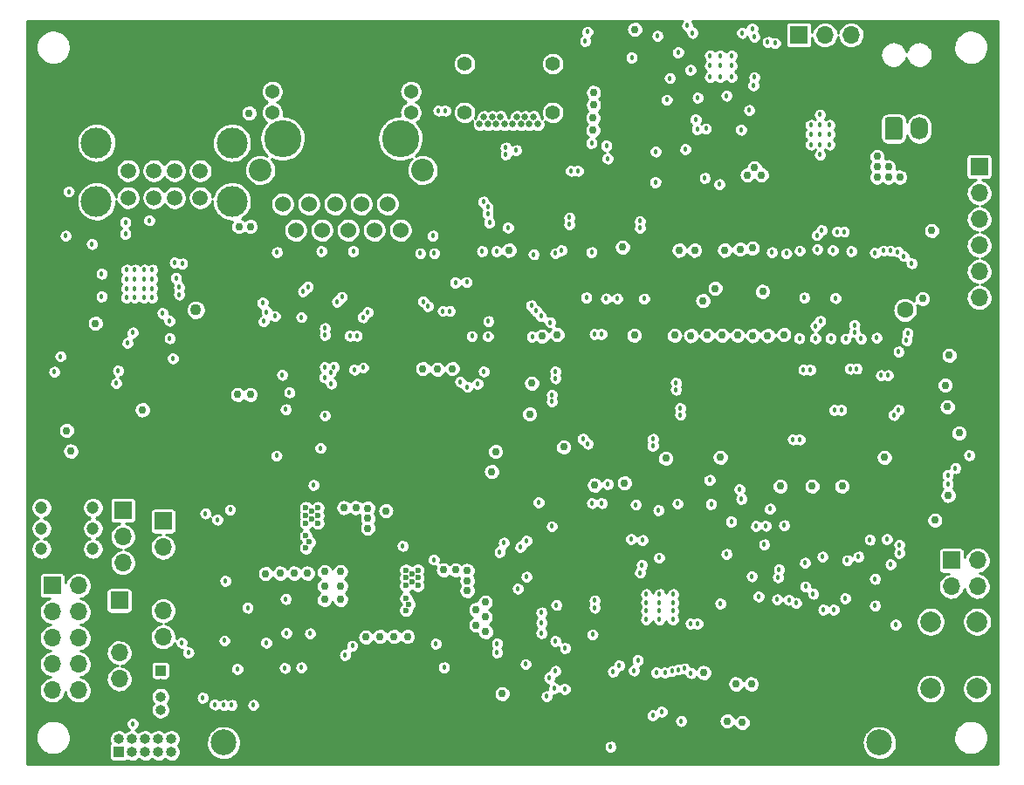
<source format=gbr>
%TF.GenerationSoftware,KiCad,Pcbnew,5.99.0-unknown-ad69e44~101~ubuntu18.04.1*%
%TF.CreationDate,2020-06-22T16:53:11+08:00*%
%TF.ProjectId,ovc4,6f766334-2e6b-4696-9361-645f70636258,rev?*%
%TF.SameCoordinates,Original*%
%TF.FileFunction,Copper,L4,Inr*%
%TF.FilePolarity,Positive*%
%FSLAX46Y46*%
G04 Gerber Fmt 4.6, Leading zero omitted, Abs format (unit mm)*
G04 Created by KiCad (PCBNEW 5.99.0-unknown-ad69e44~101~ubuntu18.04.1) date 2020-06-22 16:53:11*
%MOMM*%
%LPD*%
G01*
G04 APERTURE LIST*
%TA.AperFunction,ComponentPad*%
%ADD10C,2.500000*%
%TD*%
%TA.AperFunction,ComponentPad*%
%ADD11C,1.600000*%
%TD*%
%TA.AperFunction,ComponentPad*%
%ADD12C,1.100000*%
%TD*%
%TA.AperFunction,ComponentPad*%
%ADD13O,1.700000X1.700000*%
%TD*%
%TA.AperFunction,ComponentPad*%
%ADD14R,1.700000X1.700000*%
%TD*%
%TA.AperFunction,ComponentPad*%
%ADD15O,1.000000X1.000000*%
%TD*%
%TA.AperFunction,ComponentPad*%
%ADD16R,1.000000X1.000000*%
%TD*%
%TA.AperFunction,ComponentPad*%
%ADD17C,2.000000*%
%TD*%
%TA.AperFunction,ComponentPad*%
%ADD18C,1.200000*%
%TD*%
%TA.AperFunction,ComponentPad*%
%ADD19C,1.500000*%
%TD*%
%TA.AperFunction,ComponentPad*%
%ADD20C,3.000000*%
%TD*%
%TA.AperFunction,ComponentPad*%
%ADD21O,1.700000X2.200000*%
%TD*%
%TA.AperFunction,ComponentPad*%
%ADD22C,1.371600*%
%TD*%
%TA.AperFunction,ComponentPad*%
%ADD23C,2.200000*%
%TD*%
%TA.AperFunction,ComponentPad*%
%ADD24C,3.600000*%
%TD*%
%TA.AperFunction,ComponentPad*%
%ADD25C,1.524000*%
%TD*%
%TA.AperFunction,ComponentPad*%
%ADD26C,0.600000*%
%TD*%
%TA.AperFunction,ComponentPad*%
%ADD27C,0.650000*%
%TD*%
%TA.AperFunction,ComponentPad*%
%ADD28C,1.400000*%
%TD*%
%TA.AperFunction,ViaPad*%
%ADD29C,0.457200*%
%TD*%
%TA.AperFunction,ViaPad*%
%ADD30C,0.762000*%
%TD*%
%TA.AperFunction,Conductor*%
%ADD31C,0.254000*%
%TD*%
G04 APERTURE END LIST*
D10*
%TO.N,N/C*%
%TO.C,U1*%
X115125000Y-98500000D03*
X51525000Y-98500000D03*
D11*
X117625000Y-56500000D03*
D12*
X48825000Y-56500000D03*
%TD*%
D13*
%TO.N,/Interfaces/FAN_PWM_5V*%
%TO.C,J12*%
X41400000Y-92320000D03*
%TO.N,/Interfaces/FAN_TACH_5V*%
X41400000Y-89780000D03*
%TO.N,+5V*%
X41400000Y-87240000D03*
D14*
%TO.N,GND*%
X41400000Y-84700000D03*
%TD*%
D15*
%TO.N,/Interfaces/FAN_PWM_5V*%
%TO.C,J11*%
X45400000Y-95310000D03*
%TO.N,/Interfaces/FAN_TACH_5V*%
X45400000Y-94040000D03*
%TO.N,+5V*%
X45400000Y-92770000D03*
D16*
%TO.N,GND*%
X45400000Y-91500000D03*
%TD*%
D13*
%TO.N,GND*%
%TO.C,J9*%
X45650000Y-88230000D03*
%TO.N,/Power/MCU_nPWEN_5V*%
X45650000Y-85690000D03*
D14*
%TO.N,+5V*%
X45650000Y-83150000D03*
%TD*%
D13*
%TO.N,CAM1_SDA_1V8*%
%TO.C,J7*%
X124800000Y-55300000D03*
%TO.N,CAM1_SCL_1V8*%
X124800000Y-52760000D03*
%TO.N,CAM1_ENABLE*%
X124800000Y-50220000D03*
%TO.N,CAM1_TRIGGER*%
X124800000Y-47680000D03*
%TO.N,GND*%
X124800000Y-45140000D03*
D14*
%TO.N,+3V3*%
X124800000Y-42600000D03*
%TD*%
D13*
%TO.N,GND*%
%TO.C,J8*%
X37440000Y-93410000D03*
%TO.N,+1V8*%
X34900000Y-93410000D03*
%TO.N,/MCU/SWDCLK/MCU_GPIO5/FC6*%
X37440000Y-90870000D03*
%TO.N,/MCU/SWDIO/MCU_GPIO6/FC6*%
X34900000Y-90870000D03*
%TO.N,/MCU/MCU_GPIO3/FC6*%
X37440000Y-88330000D03*
%TO.N,/MCU/MCU_GPIO4/FC6*%
X34900000Y-88330000D03*
%TO.N,/MCU/MCU_GPIO1*%
X37440000Y-85790000D03*
%TO.N,/MCU/MCU_GPIO2*%
X34900000Y-85790000D03*
%TO.N,/MCU/MCU_GPIO0*%
X37440000Y-83250000D03*
D14*
%TO.N,+3V3*%
X34900000Y-83250000D03*
%TD*%
D13*
%TO.N,GND*%
%TO.C,J5*%
X124640000Y-83340000D03*
%TO.N,/MCU/ISP_USART_RXD*%
X122100000Y-83340000D03*
%TO.N,+1V8*%
X124640000Y-80800000D03*
D14*
%TO.N,/MCU/ISP_USART_TXD*%
X122100000Y-80800000D03*
%TD*%
D17*
%TO.N,/MCU/MCU_GPIO_BUTTON*%
%TO.C,SW2*%
X120100000Y-86750000D03*
%TO.N,GND*%
X124600000Y-86750000D03*
%TO.N,/MCU/MCU_GPIO_BUTTON*%
X120100000Y-93250000D03*
%TO.N,GND*%
X124600000Y-93250000D03*
%TD*%
D13*
%TO.N,GND*%
%TO.C,J1*%
X41750000Y-81030000D03*
%TO.N,DEBUG_UART_TXD*%
X41750000Y-78490000D03*
D14*
%TO.N,DEBUG_UART_RXD*%
X41750000Y-75950000D03*
%TD*%
D18*
%TO.N,GND*%
%TO.C,SW1*%
X33850000Y-79700000D03*
%TO.N,RST_BUTTON*%
X33850000Y-77700000D03*
%TO.N,Net-(SW1-Pad4)*%
X33850000Y-75700000D03*
%TO.N,Net-(SW1-Pad3)*%
X38850000Y-79700000D03*
%TO.N,/Power/MCU_nPWEN_5V*%
X38850000Y-77700000D03*
%TO.N,Net-(D6-Pad1)*%
X38850000Y-75700000D03*
%TD*%
D13*
%TO.N,GND*%
%TO.C,J6*%
X112380000Y-29800000D03*
%TO.N,USB_SCL*%
X109840000Y-29800000D03*
D14*
%TO.N,USB_SDA*%
X107300000Y-29800000D03*
%TD*%
D19*
%TO.N,/USB/VBUS_USER0*%
%TO.C,U18*%
X49260001Y-45607498D03*
%TO.N,/USB/USB2_USER0_D_N*%
X46760001Y-45607498D03*
%TO.N,/USB/USB2_USER0_D_P*%
X44760001Y-45607498D03*
%TO.N,GND*%
X42260001Y-45607498D03*
%TO.N,/USB/VBUS_USER1*%
X49260001Y-42987498D03*
%TO.N,/USB/USB2_USER1_D_P*%
X46760001Y-42987498D03*
%TO.N,/USB/USB2_USER1_D_N*%
X44760001Y-42987498D03*
%TO.N,GND*%
X42260001Y-42987498D03*
D20*
X52330001Y-45957498D03*
X39190001Y-45957498D03*
X39190001Y-40277498D03*
X52330001Y-40277498D03*
%TD*%
D21*
%TO.N,GND*%
%TO.C,J4*%
X119000000Y-38900000D03*
%TO.N,/Power/AUX_PWR*%
%TA.AperFunction,ComponentPad*%
G36*
G01*
X117100000Y-40000000D02*
X115900000Y-40000000D01*
G75*
G02*
X115650000Y-39750000I0J250000D01*
G01*
X115650000Y-38050000D01*
G75*
G02*
X115900000Y-37800000I250000J0D01*
G01*
X117100000Y-37800000D01*
G75*
G02*
X117350000Y-38050000I0J-250000D01*
G01*
X117350000Y-39750000D01*
G75*
G02*
X117100000Y-40000000I-250000J0D01*
G01*
G37*
%TD.AperFunction*%
%TD*%
D22*
%TO.N,Net-(R32-Pad1)*%
%TO.C,U21*%
X56235001Y-37327498D03*
%TO.N,+3V3*%
X56235001Y-35297498D03*
%TO.N,Net-(R33-Pad1)*%
X69685001Y-35297498D03*
%TO.N,+3V3*%
X69685001Y-37327498D03*
D23*
%TO.N,GND*%
X55085001Y-42917498D03*
X70835001Y-42917498D03*
D24*
X57245001Y-39867498D03*
X68675001Y-39867498D03*
D25*
%TO.N,GBE_MDI0_P*%
X57245001Y-46217498D03*
%TO.N,GBE_MDI0_N*%
X58515001Y-48757498D03*
%TO.N,GBE_MDI1_P*%
X59785001Y-46217498D03*
%TO.N,GBE_MDI1_N*%
X61055001Y-48757498D03*
%TO.N,Net-(C65-Pad1)*%
X62325001Y-46217498D03*
X63595001Y-48757498D03*
%TO.N,GBE_MDI2_P*%
X64865001Y-46217498D03*
%TO.N,GBE_MDI2_N*%
X66135001Y-48757498D03*
%TO.N,GBE_MDI3_P*%
X67405001Y-46217498D03*
%TO.N,GBE_MDI3_N*%
X68675001Y-48757498D03*
%TD*%
D26*
%TO.N,GND*%
%TO.C,U11*%
X69200000Y-83250000D03*
X69200000Y-82500000D03*
X69790000Y-82120000D03*
X69790000Y-82870000D03*
X70350000Y-83250000D03*
X70350000Y-81750000D03*
X70350000Y-82500000D03*
X69200000Y-81750000D03*
X69200000Y-84490000D03*
X69500000Y-85070000D03*
X69200000Y-85650000D03*
%TD*%
%TO.N,GND*%
%TO.C,U9*%
X59500000Y-77200000D03*
X59500000Y-76450000D03*
X60090000Y-76070000D03*
X60090000Y-76820000D03*
X60650000Y-77200000D03*
X60650000Y-75700000D03*
X60650000Y-76450000D03*
X59500000Y-75700000D03*
X59500000Y-78440000D03*
X59800000Y-79020000D03*
X59500000Y-79600000D03*
%TD*%
D13*
%TO.N,GND*%
%TO.C,J3*%
X45650000Y-79540000D03*
D14*
%TO.N,/Power/nFORCE_RECOVERY*%
X45650000Y-77000000D03*
%TD*%
D27*
%TO.N,GND*%
%TO.C,J2*%
X77160001Y-38477498D03*
X81160001Y-38477498D03*
%TO.N,/USB/CONN_RX1+*%
X81560001Y-37777498D03*
%TO.N,/USB/CONN_RX1-*%
X80760001Y-37777498D03*
%TO.N,/USB/CONN_SBU2*%
X79960001Y-37777498D03*
%TO.N,/USB/CONN_CC2*%
X78360001Y-37777498D03*
%TO.N,/USB/CONN_TX2-*%
X77560001Y-37777498D03*
%TO.N,/USB/CONN_TX2+*%
X76760001Y-37777498D03*
%TO.N,GND*%
X81960001Y-38477498D03*
%TO.N,/USB/CONN_VBUS*%
X80360001Y-38477498D03*
%TO.N,/USB/USB0_D_N*%
X79560001Y-38477498D03*
%TO.N,/USB/USB0_D_P*%
X78760001Y-38477498D03*
%TO.N,/USB/CONN_VBUS*%
X77960001Y-38477498D03*
%TO.N,GND*%
X76360001Y-38477498D03*
D28*
X83430001Y-32597498D03*
X74890001Y-32597498D03*
X74890001Y-37327498D03*
X83430001Y-37327498D03*
%TD*%
D15*
%TO.N,NX_MCU_nRST*%
%TO.C,MCU_SWD1*%
X46430000Y-98130000D03*
%TO.N,GND*%
X46430000Y-99400000D03*
%TO.N,Net-(MCU_SWD1-Pad8)*%
X45160000Y-98130000D03*
%TO.N,Net-(MCU_SWD1-Pad7)*%
X45160000Y-99400000D03*
%TO.N,Net-(MCU_SWD1-Pad6)*%
X43890000Y-98130000D03*
%TO.N,GND*%
X43890000Y-99400000D03*
%TO.N,/MCU/SWDCLK/MCU_GPIO5/FC6*%
X42620000Y-98130000D03*
%TO.N,GND*%
X42620000Y-99400000D03*
%TO.N,/MCU/SWDIO/MCU_GPIO6/FC6*%
X41350000Y-98130000D03*
D16*
%TO.N,+1V8*%
X41350000Y-99400000D03*
%TD*%
D29*
%TO.N,CAM4_SDA_1V8*%
X82075000Y-75175000D03*
%TO.N,CAM4_TRIGGER*%
X92150000Y-78850000D03*
%TO.N,CAM4_ENABLE*%
X91050000Y-78750000D03*
%TO.N,+1V8*%
X87250000Y-75250000D03*
%TO.N,GND*%
X88200000Y-75250000D03*
%TO.N,+3V3*%
X42700000Y-58700000D03*
%TO.N,GND*%
X46300000Y-59250000D03*
X46250000Y-57550000D03*
D30*
X43650000Y-66200000D03*
%TO.N,+5V*%
X93450000Y-45500000D03*
X49400000Y-70850000D03*
X51300000Y-70850000D03*
%TO.N,+1V8*%
X76950000Y-87750000D03*
X76000000Y-87100000D03*
D29*
%TO.N,CAM0_CLK+*%
X116516513Y-66683487D03*
%TO.N,CAM0_CLK-*%
X116983487Y-66216513D03*
%TO.N,CAM0_DAT0-*%
X115930200Y-62850000D03*
%TO.N,CAM0_DAT0+*%
X115269800Y-62850000D03*
%TO.N,CAM0_DAT1+*%
X112269800Y-62200000D03*
%TO.N,CAM0_DAT1-*%
X112930200Y-62200000D03*
%TO.N,GND*%
X110600000Y-50700000D03*
X107400000Y-50750000D03*
X107850000Y-55300000D03*
X110850000Y-55350000D03*
X114700000Y-50950000D03*
X116900000Y-50850000D03*
%TO.N,CAM1_DAT1+*%
X109389241Y-57587114D03*
%TO.N,CAM1_DAT1-*%
X108922267Y-58054088D03*
%TO.N,CAM1_CLK+*%
X112700000Y-57969800D03*
%TO.N,CAM1_CLK-*%
X112700000Y-58630200D03*
%TO.N,CAM1_DAT0+*%
X115519800Y-50750000D03*
%TO.N,CAM1_DAT0-*%
X116180200Y-50750000D03*
%TO.N,GND*%
X98650000Y-73000000D03*
%TO.N,CAM3_CLK+*%
X109066513Y-49233487D03*
%TO.N,CAM3_CLK-*%
X109533487Y-48766513D03*
%TO.N,CAM3_DAT1+*%
X91900000Y-48530200D03*
%TO.N,CAM3_DAT1-*%
X91900000Y-47869800D03*
%TO.N,CAM4_DAT1+*%
X95800000Y-66019800D03*
%TO.N,CAM4_DAT1-*%
X95800000Y-66680200D03*
%TO.N,MCU_USB1_D_P*%
X87519800Y-58850000D03*
%TO.N,MCU_USB1_D_N*%
X88180200Y-58850000D03*
%TO.N,CAM5_CLK-*%
X95400000Y-64230200D03*
%TO.N,CAM5_CLK+*%
X95400000Y-63569800D03*
%TO.N,CAM5_DAT1+*%
X83700000Y-62469800D03*
%TO.N,CAM5_DAT1-*%
X83700000Y-63130200D03*
%TO.N,GND*%
X88750000Y-41800000D03*
D30*
%TO.N,/USB/CONN_VBUS*%
X87350000Y-39050000D03*
X87350000Y-37850000D03*
X87400000Y-36600000D03*
D29*
%TO.N,/USB/CONN_CC2*%
X87200000Y-40300000D03*
%TO.N,/USB/ABSIDE*%
X88650000Y-40550000D03*
D30*
%TO.N,/Power/VAUX*%
X102300000Y-43400000D03*
D29*
%TO.N,GND*%
X98200000Y-43700000D03*
%TO.N,+1V8*%
X83350000Y-77500000D03*
X100750000Y-77050000D03*
X98800000Y-75350000D03*
X104500000Y-75800000D03*
%TO.N,CAM2_SDA_1V8*%
X101550000Y-73900000D03*
%TO.N,CAM2_SCL_1V8*%
X101750000Y-74850000D03*
%TO.N,GND*%
X93700000Y-75950000D03*
%TO.N,+1V8*%
X95550000Y-75300000D03*
X105900000Y-77400000D03*
X113100000Y-80450000D03*
%TO.N,/MCU/IMU_MISO*%
X104100000Y-77450000D03*
%TO.N,+1V8*%
X80050000Y-83550000D03*
X116700000Y-87050000D03*
D30*
%TO.N,+3V3*%
X77900000Y-70250000D03*
%TO.N,+1V8*%
X102700000Y-92800000D03*
X101200000Y-92800000D03*
%TO.N,GND*%
X101800000Y-96550000D03*
D29*
%TO.N,/MCU/MCU_GPIO4/FC6*%
X49500000Y-94150000D03*
D30*
%TO.N,+1V8*%
X78550000Y-93750000D03*
D29*
%TO.N,/MCU/MCU_GPIO3/FC6*%
X50650000Y-94800000D03*
%TO.N,/MCU/MCU_GPIO2*%
X51550000Y-94850000D03*
%TO.N,/MCU/MCU_GPIO1*%
X52300000Y-94850000D03*
%TO.N,/MCU/SWDIO/MCU_GPIO6/FC6*%
X42700000Y-96650000D03*
%TO.N,+5V*%
X47850000Y-84300000D03*
%TO.N,GND*%
X57450000Y-91250000D03*
%TO.N,/Interfaces/FAN_PWM_5V*%
X55650000Y-88800000D03*
%TO.N,GND*%
X57550000Y-84550000D03*
%TO.N,+5V*%
X59800000Y-85700000D03*
%TO.N,/Interfaces/FAN_TACH_5V*%
X59900000Y-87900000D03*
%TO.N,/Interfaces/FAN_PWM*%
X57600000Y-87850000D03*
%TO.N,/Interfaces/FAN_TACH*%
X63300000Y-90000000D03*
%TO.N,+1V8*%
X59050000Y-91200000D03*
%TO.N,/Interfaces/FAN_PWM*%
X56650000Y-70650000D03*
%TO.N,/Power/nFORCE_RECOVERY*%
X61350000Y-66750000D03*
%TO.N,/Interfaces/FAN_TACH*%
X59050000Y-57200000D03*
%TO.N,FRAME_TRIGGER*%
X62213637Y-62027271D03*
%TO.N,NX_MCU_GPIO*%
X61900000Y-62550000D03*
%TO.N,NX_MCU_nRST*%
X61300000Y-63050000D03*
%TO.N,/Power/nFORCE_RECOVERY*%
X61350000Y-62050000D03*
%TO.N,/MCU/MCU_GPIO0*%
X48100000Y-89750000D03*
%TO.N,/MCU/MCU_GPIO1*%
X47450000Y-88800000D03*
%TO.N,GND*%
X84600000Y-93300000D03*
%TO.N,+1V8*%
X83700000Y-91550000D03*
%TO.N,GND*%
X72900000Y-91200000D03*
D30*
X121700000Y-65900000D03*
X122850000Y-68450000D03*
D29*
%TO.N,CAM0_ENABLE*%
X123850000Y-70600000D03*
%TO.N,CAM0_TRIGGER*%
X122500000Y-71850000D03*
%TO.N,CAM0_SCL_1V8*%
X121750000Y-72550000D03*
%TO.N,CAM0_SDA_1V8*%
X121750000Y-73400000D03*
D30*
%TO.N,+5V*%
X51300000Y-69350000D03*
X53100000Y-69350000D03*
X49400000Y-69350000D03*
D29*
%TO.N,/MCU/MCU_GPIO0*%
X94350000Y-91700000D03*
X54400000Y-94850000D03*
%TO.N,+3V3*%
X94000000Y-95500000D03*
%TO.N,GND*%
X93150000Y-95850000D03*
%TO.N,/USB/CONN_TX2+*%
X73030200Y-37150000D03*
%TO.N,/USB/CONN_TX2-*%
X72369800Y-37150000D03*
%TO.N,/Power/NX_nSHUTDOWN_REQ*%
X64000000Y-89100000D03*
D30*
%TO.N,GND*%
X67250000Y-76000000D03*
D29*
X38750000Y-50100000D03*
%TO.N,VBUS*%
X97455283Y-38955283D03*
%TO.N,/USB/CONN_CC1*%
X97300000Y-38000000D03*
D30*
%TO.N,/Power/VAUX*%
X116000000Y-43600000D03*
X114900000Y-43600000D03*
X116000000Y-42600000D03*
X117100000Y-43600000D03*
X114900000Y-42600000D03*
X114900000Y-41600000D03*
%TO.N,+5V*%
X51400000Y-48300000D03*
X50200000Y-48300000D03*
D29*
X48400000Y-80800000D03*
%TO.N,GND*%
X51700000Y-82800000D03*
X51600000Y-88600000D03*
%TO.N,/Power/BATT*%
X57550000Y-66150000D03*
X55700000Y-56700000D03*
%TO.N,/Power/POWER_EN*%
X55300000Y-55800000D03*
%TO.N,Net-(R32-Pad1)*%
X57200000Y-62800000D03*
%TO.N,/Power/NX_nSHUTDOWN_REQ*%
X56500000Y-57100000D03*
%TO.N,nSYS_RESET*%
X55400000Y-57600000D03*
%TO.N,/MCU/MCU_GPIO1*%
X95000000Y-91550000D03*
%TO.N,/MCU/MCU_GPIO2*%
X95598693Y-91400217D03*
%TO.N,/MCU/MCU_GPIO3/FC6*%
X96200000Y-91300000D03*
%TO.N,+1V8*%
X83700000Y-88650000D03*
%TO.N,MCU_nPWEN*%
X80815103Y-90884897D03*
%TO.N,/MCU/MCU_GPIO4/FC6*%
X84650000Y-89312598D03*
%TO.N,GND*%
X71950000Y-51000000D03*
X74000000Y-53850000D03*
X117000000Y-60550000D03*
X114850000Y-59200000D03*
X113350000Y-59300000D03*
X111850000Y-59300000D03*
X110400000Y-59250000D03*
X108900000Y-59250000D03*
X107350000Y-59250000D03*
D30*
X105850000Y-58900000D03*
X104300000Y-59000000D03*
X102850000Y-59000000D03*
X101350000Y-58950000D03*
X99850000Y-58950000D03*
X98400000Y-58950000D03*
X96850000Y-59000000D03*
X95250000Y-58950000D03*
X91350000Y-58950000D03*
X83850000Y-58900000D03*
X82400000Y-59050000D03*
D29*
X81450000Y-59100000D03*
X77150000Y-59050000D03*
X75600000Y-59050000D03*
D30*
X73700000Y-62200000D03*
X72250000Y-62250000D03*
X70850000Y-62200000D03*
D29*
X65050000Y-62100000D03*
%TO.N,GBE_MDI3_P*%
X63769800Y-59000000D03*
%TO.N,GBE_MDI3_N*%
X64430200Y-59000000D03*
%TO.N,/USB/USBSS_TX_P*%
X73430200Y-56600000D03*
%TO.N,/USB/USBSS_TX_N*%
X72769800Y-56600000D03*
%TO.N,CAM2_DAT1+*%
X107769800Y-62300000D03*
%TO.N,CAM2_DAT1-*%
X108430200Y-62300000D03*
%TO.N,CAM2_DAT0+*%
X110769800Y-66215860D03*
%TO.N,CAM2_DAT0-*%
X111430200Y-66215860D03*
%TO.N,+1V8*%
X116200000Y-81200000D03*
%TO.N,/MCU/ISP_USART_TXD*%
X115850000Y-78750000D03*
%TO.N,/MCU/ISP_USART_RXD*%
X114200000Y-78800000D03*
%TO.N,+3V3*%
X88800000Y-73400000D03*
%TO.N,+1V8*%
X91500000Y-75400000D03*
%TO.N,+5V*%
X54800000Y-85400000D03*
%TO.N,GND*%
X53850000Y-85400000D03*
X52850000Y-91350000D03*
%TO.N,+5V*%
X52150000Y-80550000D03*
X48100000Y-79200000D03*
%TO.N,GND*%
X50900000Y-76850000D03*
X52150000Y-75900000D03*
%TO.N,/Power/POWER_EN*%
X49750000Y-76250000D03*
D30*
%TO.N,GND*%
X65500000Y-76737500D03*
X65500000Y-77687500D03*
X65500000Y-75737500D03*
X63200000Y-75687500D03*
X64350000Y-75687500D03*
D29*
X68900000Y-79400000D03*
D30*
%TO.N,+1V8*%
X76000000Y-85600000D03*
X76900000Y-86300000D03*
X76900000Y-84850000D03*
%TO.N,GND*%
X65300000Y-88250000D03*
X68050000Y-88200000D03*
X66700000Y-88200000D03*
X69350000Y-88200000D03*
%TO.N,+3V3*%
X62850000Y-84600000D03*
X61300000Y-84600000D03*
X61300000Y-83300000D03*
X62850000Y-83300000D03*
X62850000Y-81900000D03*
X61300000Y-81900000D03*
%TO.N,+5V*%
X54700000Y-76850000D03*
%TO.N,GND*%
X75150000Y-83737500D03*
X75150000Y-82787500D03*
X75150000Y-81787500D03*
X74000000Y-81737500D03*
X72850000Y-81737500D03*
X59650000Y-82050000D03*
X58350000Y-82050000D03*
X57000000Y-82050000D03*
X55600000Y-82100000D03*
%TO.N,+5V*%
X54650000Y-77800000D03*
X55750000Y-76850000D03*
X56800000Y-76850000D03*
X54650000Y-78800000D03*
D29*
%TO.N,+3V3*%
X71900000Y-80737500D03*
%TO.N,GND*%
X60250000Y-73500000D03*
%TO.N,+5V*%
X57550000Y-73550000D03*
%TO.N,nSYS_RESET*%
X60900000Y-69900000D03*
%TO.N,GND*%
X78050000Y-88900000D03*
X72100000Y-88900000D03*
%TO.N,+5V*%
X72150000Y-89900000D03*
%TO.N,+1V8*%
X78050000Y-89750000D03*
%TO.N,+5V*%
X80150000Y-94100000D03*
%TO.N,GND*%
X82850000Y-94000000D03*
%TO.N,/MCU/IMU_MOSI*%
X107900001Y-81042498D03*
%TO.N,IMU_INT1*%
X107950000Y-83347398D03*
%TO.N,Net-(R14-Pad2)*%
X83100000Y-92200000D03*
%TO.N,GND*%
X35100000Y-62500000D03*
%TO.N,+5V*%
X35100000Y-63500000D03*
D30*
%TO.N,+3V3*%
X121800000Y-74500000D03*
%TO.N,GND*%
X121900000Y-60900000D03*
X120500000Y-76900000D03*
D29*
%TO.N,/USB/CONN_CC1*%
X79900000Y-41000000D03*
%TO.N,/USB/USB0_D_N*%
X78891921Y-40743539D03*
%TO.N,/USB/USB0_D_P*%
X78900000Y-41400000D03*
%TO.N,CAM4_DAT0-*%
X93150000Y-69680200D03*
%TO.N,CAM4_DAT0+*%
X93150000Y-69019800D03*
%TO.N,+3V3*%
X102800000Y-29200000D03*
%TO.N,USB_SCL*%
X105000000Y-30600000D03*
%TO.N,USB_SDA*%
X104300000Y-30500000D03*
D30*
%TO.N,+5V*%
X53100000Y-66400000D03*
X53100000Y-67900000D03*
X49400000Y-66400000D03*
X51300000Y-66400000D03*
X51300000Y-67900000D03*
X49400000Y-67900000D03*
D29*
%TO.N,Net-(R33-Pad1)*%
X57900000Y-64500000D03*
%TO.N,NX_MCU_BOOT*%
X61950000Y-63650000D03*
%TO.N,NX_MCU_nRST*%
X89900000Y-91000000D03*
%TO.N,IMU_INT1*%
X64200000Y-62300000D03*
%TO.N,/MCU/SWDCLK/MCU_GPIO5/FC6*%
X87500000Y-85400000D03*
%TO.N,/MCU/SWDIO/MCU_GPIO6/FC6*%
X87500000Y-84700000D03*
%TO.N,MCU_nPWEN*%
X89300000Y-91600000D03*
%TO.N,CAM5_SCL_1V8*%
X80900000Y-82400000D03*
X80900000Y-78900000D03*
%TO.N,FRAME_TRIGGER*%
X80300000Y-79500000D03*
%TO.N,NX_MCU_GPIO*%
X78700000Y-79100000D03*
%TO.N,NX_MCU_BOOT*%
X78300000Y-80000000D03*
D30*
%TO.N,GND*%
X54100000Y-64700000D03*
X52900000Y-64700000D03*
X53000000Y-48400000D03*
X54100000Y-48400000D03*
D29*
%TO.N,Net-(R14-Pad2)*%
X93500000Y-91700000D03*
D30*
%TO.N,/USB/CONN_VBUS*%
X87400000Y-35400000D03*
D29*
%TO.N,GND*%
X91300000Y-91500000D03*
%TO.N,+1V8*%
X83600000Y-93200000D03*
%TO.N,IMU_INT1*%
X91900000Y-82000000D03*
D30*
%TO.N,+5V*%
X94400000Y-45500000D03*
X92500000Y-45500000D03*
X94400000Y-44600000D03*
%TO.N,/Power/VAUX*%
X103700000Y-43400000D03*
X103000000Y-42700000D03*
D29*
%TO.N,GND*%
X91100000Y-32000000D03*
D30*
X91400000Y-29265000D03*
D29*
X86800000Y-29500000D03*
%TO.N,VBUS*%
X103000000Y-30000000D03*
%TO.N,/USB/ABSIDE*%
X96500000Y-28900000D03*
%TO.N,+3V3*%
X97000000Y-29600000D03*
%TO.N,/USB/GATES*%
X101800000Y-29600000D03*
%TO.N,GND*%
X87300000Y-88000000D03*
%TO.N,+1V8*%
X83800000Y-85132600D03*
%TO.N,/MCU/IMU_CS*%
X112000000Y-80800000D03*
X91700000Y-90500000D03*
D30*
%TO.N,GND*%
X84500000Y-69800000D03*
D29*
X105200000Y-84600000D03*
%TO.N,+1V8*%
X103404383Y-84312598D03*
%TO.N,CAM0_TRIGGER*%
X107050000Y-84950000D03*
%TO.N,CAM0_ENABLE*%
X106350000Y-84650000D03*
%TO.N,CAM2_ENABLE*%
X100300000Y-80200000D03*
%TO.N,CAM2_TRIGGER*%
X99700000Y-85000000D03*
%TO.N,CAM4_SCL_1V8*%
X93750000Y-80550000D03*
%TO.N,CAM4_SDA_1V8*%
X92100000Y-81250000D03*
%TO.N,MCU_USB1_D_N*%
X97480200Y-86950000D03*
%TO.N,MCU_USB1_D_P*%
X96819800Y-86950000D03*
%TO.N,/MCU/IMU_CLK*%
X108700000Y-84050000D03*
X109600000Y-80450000D03*
%TO.N,CAM0_SDA_1V8*%
X117050000Y-80100000D03*
%TO.N,CAM0_SCL_1V8*%
X117050000Y-79300000D03*
%TO.N,/USB/USB2_D_N*%
X61350000Y-58930200D03*
%TO.N,/USB/USB2_D_P*%
X61350000Y-58269800D03*
D30*
%TO.N,GND*%
X54000000Y-37400000D03*
X98100000Y-91700000D03*
D29*
X105300000Y-82450000D03*
%TO.N,+1V8*%
X102750000Y-82350000D03*
%TO.N,GND*%
X95100000Y-86550000D03*
X93800000Y-86550000D03*
X92500000Y-86550000D03*
X95100000Y-85700000D03*
X93800000Y-85700000D03*
X92500000Y-85700000D03*
X95100000Y-84900000D03*
X93800000Y-84900000D03*
X92500000Y-84900000D03*
X95100000Y-84100000D03*
X93800000Y-84100000D03*
X92500000Y-84100000D03*
%TO.N,+1V8*%
X96850000Y-91750000D03*
D30*
%TO.N,GND*%
X100350000Y-96400000D03*
D29*
X95900000Y-96400000D03*
%TO.N,CAM4_CLK+*%
X86366513Y-69016513D03*
%TO.N,CAM4_CLK-*%
X86833487Y-69483487D03*
%TO.N,CAM3_SDA_1V8*%
X83200000Y-57700000D03*
%TO.N,CAM3_SCL_1V8*%
X82300000Y-57100000D03*
%TO.N,CAM3_TRIGGER*%
X81800000Y-56550000D03*
%TO.N,CAM3_ENABLE*%
X81360001Y-56067498D03*
%TO.N,GND*%
X35700000Y-61000000D03*
D30*
X39100000Y-57800000D03*
X36300000Y-68200000D03*
D29*
X36200000Y-49300000D03*
%TO.N,/USB/HUB_nOVR1*%
X47200000Y-55000000D03*
X41100000Y-63600000D03*
%TO.N,/USB/HUB_nOVR0*%
X47200000Y-54300000D03*
X41300000Y-62400000D03*
%TO.N,GND*%
X109367498Y-37539999D03*
X109367498Y-41439999D03*
X109367498Y-40439999D03*
X110267498Y-40439999D03*
X108467498Y-40439999D03*
X109367498Y-39439999D03*
X110267498Y-39439999D03*
X108467498Y-39439999D03*
X108467498Y-38539999D03*
X109367498Y-38539999D03*
X110267498Y-38539999D03*
X97500000Y-35900000D03*
%TO.N,Net-(C1-Pad1)*%
X93600000Y-29900000D03*
X86600000Y-30400000D03*
%TO.N,GND*%
X71800000Y-49300000D03*
X76700000Y-46000000D03*
%TO.N,+3V3*%
X79100000Y-48500000D03*
%TO.N,GND*%
X77300000Y-48000000D03*
X94800000Y-34000000D03*
X95600000Y-31500000D03*
%TO.N,+3V3*%
X96800000Y-33200000D03*
%TO.N,GND*%
X100800000Y-33900000D03*
X99700000Y-33900000D03*
X98700000Y-33900000D03*
X100800000Y-32800000D03*
X99700000Y-32800000D03*
X98700000Y-32800000D03*
X98700000Y-31800000D03*
X99700000Y-31800000D03*
X100800000Y-31800000D03*
X93415000Y-41115000D03*
X93400000Y-44100000D03*
X96300000Y-40900000D03*
X99600000Y-44300000D03*
X101700000Y-39000000D03*
X98300000Y-38900000D03*
X102500000Y-37100000D03*
%TO.N,/USB/GATES*%
X94500000Y-36100000D03*
D30*
%TO.N,GND*%
X36700000Y-70200000D03*
D29*
%TO.N,/USB/CONN_CC2*%
X100300000Y-35700000D03*
%TO.N,USB_SCL*%
X102900000Y-34700000D03*
%TO.N,USB_SDA*%
X103000000Y-33900000D03*
%TO.N,+3V3*%
X46600000Y-61200000D03*
%TO.N,/USB/HUB_nPWR*%
X46900000Y-53400000D03*
%TO.N,GND*%
X44600000Y-54400000D03*
X44600000Y-52600000D03*
X44600000Y-53500000D03*
X44600000Y-55300000D03*
X43800000Y-54400000D03*
X43800000Y-52600000D03*
X43800000Y-53500000D03*
X43800000Y-55300000D03*
X42900000Y-54400000D03*
X42900000Y-52600000D03*
X42900000Y-53500000D03*
X42900000Y-55300000D03*
X42100000Y-53500000D03*
X42100000Y-54400000D03*
X42100000Y-55300000D03*
X42100000Y-52600000D03*
%TO.N,+3V3*%
X39700000Y-55200000D03*
X39700000Y-52984898D03*
%TO.N,GND*%
X42000000Y-48000000D03*
%TO.N,+3V3*%
X42000000Y-49100000D03*
%TO.N,GND*%
X47500000Y-52000000D03*
%TO.N,+3V3*%
X46800000Y-51900000D03*
X45600000Y-56800000D03*
%TO.N,/USB/HUB_nPWR*%
X42200000Y-59700000D03*
%TO.N,GND*%
X44300000Y-47800000D03*
X36500000Y-45000000D03*
%TO.N,CAM2_CLK-*%
X107390201Y-69067498D03*
%TO.N,GND*%
X112400000Y-50800000D03*
%TO.N,CAM3_DAT0+*%
X111019800Y-48900000D03*
%TO.N,CAM3_DAT0-*%
X111680200Y-48900000D03*
%TO.N,/MCU/IMU_MISO*%
X105400000Y-81700000D03*
%TO.N,GND*%
X114700000Y-85200000D03*
%TO.N,+1V8*%
X114700000Y-82600000D03*
%TO.N,GND*%
X111800000Y-84500000D03*
%TO.N,+1V8*%
X110700000Y-85600000D03*
%TO.N,GND*%
X109700000Y-85600000D03*
%TO.N,/USB/USB2_D_P*%
X70866513Y-55666513D03*
%TO.N,/USB/USB2_D_N*%
X71333487Y-56133487D03*
%TO.N,GND*%
X83700000Y-51000000D03*
X78000000Y-50800000D03*
D30*
%TO.N,+3V3*%
X98000000Y-55600000D03*
D29*
%TO.N,GND*%
X56700000Y-50900000D03*
X61000000Y-50800000D03*
X64100000Y-50800000D03*
X70600000Y-51000000D03*
X75100000Y-53800000D03*
D30*
%TO.N,+3V3*%
X79200000Y-50700000D03*
D29*
%TO.N,GND*%
X76600000Y-50800000D03*
X81600000Y-51100000D03*
X84300000Y-50700000D03*
X86700000Y-55300000D03*
X92300000Y-55400000D03*
X89700000Y-55400000D03*
X88600000Y-55400000D03*
X87200000Y-50900000D03*
D30*
X90200000Y-50400000D03*
X95700000Y-50700000D03*
X97200000Y-50700000D03*
X99200000Y-54400000D03*
X100100000Y-50700000D03*
X101600000Y-50600000D03*
X102800000Y-50500000D03*
X103800000Y-54700000D03*
D29*
X104700000Y-50900000D03*
X106100000Y-51000000D03*
X109100000Y-50600000D03*
X77200000Y-57600000D03*
D30*
X81400000Y-63600000D03*
X81200000Y-66600000D03*
X77500000Y-72200000D03*
X87500000Y-73500000D03*
X90400000Y-73300000D03*
X94400000Y-70900000D03*
%TO.N,+3V3*%
X99700000Y-70800000D03*
%TO.N,GND*%
X105500000Y-73600000D03*
X108600000Y-73600000D03*
X111500000Y-73600000D03*
X115600000Y-70800000D03*
X121500000Y-63800000D03*
%TO.N,+3V3*%
X119300000Y-55400000D03*
%TO.N,GND*%
X120200000Y-48800000D03*
D29*
%TO.N,CAM1_SDA_1V8*%
X118260001Y-51967498D03*
%TO.N,CAM1_SCL_1V8*%
X117460001Y-51267498D03*
%TO.N,CAM1_TRIGGER*%
X117860001Y-58767498D03*
%TO.N,CAM1_ENABLE*%
X117760001Y-59467498D03*
%TO.N,CAM5_SCL_1V8*%
X75160001Y-63967498D03*
%TO.N,CAM5_SDA_1V8*%
X74460001Y-63467498D03*
%TO.N,CAM5_ENABLE*%
X76760001Y-62467498D03*
%TO.N,CAM5_TRIGGER*%
X76160001Y-63667498D03*
%TO.N,CAM5_DAT0-*%
X83360001Y-65397698D03*
%TO.N,CAM5_DAT0+*%
X83360001Y-64737298D03*
%TO.N,GND*%
X82360001Y-87867498D03*
X82360001Y-86867498D03*
X82360001Y-85867498D03*
%TO.N,+1V8*%
X103960001Y-79267498D03*
%TO.N,GND*%
X103160001Y-77467498D03*
X89060001Y-98904998D03*
%TO.N,/USB/CONN_RX1+*%
X85204801Y-42992498D03*
%TO.N,/USB/CONN_RX1-*%
X85865201Y-42992498D03*
%TO.N,/USB/USBSS_TX_P*%
X77135001Y-47172698D03*
%TO.N,/USB/USBSS_TX_N*%
X77135001Y-46512298D03*
%TO.N,GBE_MDI2_P*%
X65026514Y-57200985D03*
%TO.N,GBE_MDI2_N*%
X65493488Y-56734011D03*
%TO.N,CAM2_CLK+*%
X106729801Y-69067498D03*
%TO.N,/USB/USB0_D_P*%
X85060001Y-48197698D03*
%TO.N,/USB/USB0_D_N*%
X85060001Y-47537298D03*
%TO.N,GBE_MDI0_P*%
X59226514Y-54700985D03*
%TO.N,GBE_MDI0_N*%
X59693488Y-54234011D03*
%TO.N,GBE_MDI1_P*%
X62526514Y-55700985D03*
%TO.N,GBE_MDI1_N*%
X62993488Y-55234011D03*
%TD*%
%TO.N,+5V*%
G36*
X95981226Y-28477770D02*
G01*
X95968331Y-28494127D01*
X95872427Y-28668574D01*
X95865526Y-28688227D01*
X95831300Y-28884333D01*
X95831136Y-28905161D01*
X95862277Y-29101782D01*
X95868869Y-29121540D01*
X95962021Y-29297472D01*
X95974657Y-29314030D01*
X96119774Y-29450303D01*
X96137092Y-29461875D01*
X96318526Y-29543795D01*
X96337497Y-29548826D01*
X96331300Y-29584333D01*
X96331136Y-29605161D01*
X96362277Y-29801782D01*
X96368869Y-29821540D01*
X96462021Y-29997472D01*
X96474657Y-30014030D01*
X96619774Y-30150303D01*
X96637092Y-30161875D01*
X96818526Y-30243795D01*
X96838659Y-30249134D01*
X97036847Y-30267869D01*
X97057624Y-30266398D01*
X97251195Y-30219925D01*
X97270375Y-30211804D01*
X97438456Y-30105136D01*
X97453972Y-30091239D01*
X97578439Y-29935878D01*
X97588616Y-29917705D01*
X97656134Y-29730168D01*
X97659883Y-29709173D01*
X97660700Y-29605161D01*
X101131136Y-29605161D01*
X101162277Y-29801782D01*
X101168869Y-29821540D01*
X101262021Y-29997472D01*
X101274657Y-30014030D01*
X101419774Y-30150303D01*
X101437092Y-30161875D01*
X101618526Y-30243795D01*
X101638659Y-30249134D01*
X101836847Y-30267869D01*
X101857624Y-30266398D01*
X102051195Y-30219925D01*
X102070375Y-30211804D01*
X102238456Y-30105136D01*
X102253972Y-30091239D01*
X102331217Y-29994820D01*
X102331136Y-30005161D01*
X102362277Y-30201782D01*
X102368869Y-30221540D01*
X102462021Y-30397472D01*
X102474657Y-30414030D01*
X102619774Y-30550303D01*
X102637092Y-30561875D01*
X102818526Y-30643795D01*
X102838659Y-30649134D01*
X103036847Y-30667869D01*
X103057624Y-30666398D01*
X103251195Y-30619925D01*
X103270375Y-30611804D01*
X103438416Y-30505161D01*
X103631136Y-30505161D01*
X103662277Y-30701782D01*
X103668869Y-30721540D01*
X103762021Y-30897472D01*
X103774657Y-30914030D01*
X103919774Y-31050303D01*
X103937092Y-31061875D01*
X104118526Y-31143795D01*
X104138659Y-31149134D01*
X104336847Y-31167869D01*
X104357624Y-31166398D01*
X104551195Y-31119925D01*
X104570375Y-31111804D01*
X104575388Y-31108622D01*
X104619774Y-31150303D01*
X104637092Y-31161875D01*
X104818526Y-31243795D01*
X104838659Y-31249134D01*
X105036847Y-31267869D01*
X105057624Y-31266398D01*
X105251195Y-31219925D01*
X105270375Y-31211804D01*
X105438456Y-31105136D01*
X105453972Y-31091239D01*
X105578439Y-30935878D01*
X105588616Y-30917705D01*
X105656134Y-30730168D01*
X105659883Y-30709173D01*
X105661517Y-30501205D01*
X105658098Y-30480154D01*
X105593534Y-30291580D01*
X105583644Y-30273250D01*
X105461632Y-30115953D01*
X105446337Y-30101814D01*
X105279952Y-29992519D01*
X105260901Y-29984096D01*
X105068084Y-29934590D01*
X105047332Y-29932792D01*
X104848876Y-29948412D01*
X104828661Y-29953433D01*
X104734630Y-29994124D01*
X104579952Y-29892519D01*
X104560901Y-29884096D01*
X104368084Y-29834590D01*
X104347332Y-29832792D01*
X104148876Y-29848412D01*
X104128661Y-29853433D01*
X103945962Y-29932494D01*
X103928464Y-29943793D01*
X103781226Y-30077770D01*
X103768331Y-30094127D01*
X103672427Y-30268574D01*
X103665526Y-30288227D01*
X103631300Y-30484333D01*
X103631136Y-30505161D01*
X103438416Y-30505161D01*
X103438456Y-30505136D01*
X103453972Y-30491239D01*
X103578439Y-30335878D01*
X103588616Y-30317705D01*
X103656134Y-30130168D01*
X103659883Y-30109173D01*
X103661517Y-29901205D01*
X103658098Y-29880154D01*
X103593534Y-29691580D01*
X103583644Y-29673250D01*
X103461632Y-29515953D01*
X103446337Y-29501814D01*
X103404283Y-29474190D01*
X103456134Y-29330168D01*
X103459883Y-29309173D01*
X103461517Y-29101205D01*
X103458098Y-29080154D01*
X103411417Y-28943810D01*
X106013229Y-28943810D01*
X106013229Y-30656190D01*
X106014442Y-30668510D01*
X106041727Y-30805680D01*
X106051225Y-30828611D01*
X106132382Y-30950068D01*
X106149932Y-30967618D01*
X106271389Y-31048775D01*
X106294320Y-31058273D01*
X106431490Y-31085558D01*
X106443810Y-31086771D01*
X108156190Y-31086771D01*
X108168510Y-31085558D01*
X108305680Y-31058273D01*
X108328611Y-31048775D01*
X108450068Y-30967618D01*
X108467618Y-30950068D01*
X108548775Y-30828611D01*
X108558273Y-30805680D01*
X108585558Y-30668510D01*
X108586771Y-30656190D01*
X108586771Y-30075402D01*
X108592392Y-30110892D01*
X108595236Y-30122091D01*
X108669940Y-30333044D01*
X108674776Y-30343536D01*
X108786671Y-30537345D01*
X108793339Y-30546780D01*
X108938681Y-30716952D01*
X108946956Y-30725014D01*
X109120874Y-30865850D01*
X109130480Y-30872269D01*
X109327152Y-30979052D01*
X109337767Y-30983613D01*
X109550605Y-31052768D01*
X109561873Y-31055318D01*
X109783750Y-31084529D01*
X109795295Y-31084983D01*
X110018778Y-31073270D01*
X110030212Y-31071612D01*
X110247819Y-31019369D01*
X110258759Y-31015655D01*
X110463203Y-30924632D01*
X110473284Y-30918987D01*
X110657715Y-30792230D01*
X110666598Y-30784842D01*
X110824842Y-30626598D01*
X110832230Y-30617715D01*
X110958987Y-30433284D01*
X110964632Y-30423203D01*
X111055655Y-30218759D01*
X111059369Y-30207819D01*
X111111805Y-29989408D01*
X111112416Y-29984767D01*
X111132392Y-30110892D01*
X111135236Y-30122091D01*
X111209940Y-30333044D01*
X111214776Y-30343536D01*
X111326671Y-30537345D01*
X111333339Y-30546780D01*
X111478681Y-30716952D01*
X111486956Y-30725014D01*
X111660874Y-30865850D01*
X111670480Y-30872269D01*
X111867152Y-30979052D01*
X111877767Y-30983613D01*
X112090605Y-31052768D01*
X112101873Y-31055318D01*
X112323750Y-31084529D01*
X112335295Y-31084983D01*
X112558778Y-31073270D01*
X112570212Y-31071612D01*
X112787819Y-31019369D01*
X112798759Y-31015655D01*
X113003203Y-30924632D01*
X113013284Y-30918987D01*
X113197715Y-30792230D01*
X113206598Y-30784842D01*
X113364842Y-30626598D01*
X113372230Y-30617715D01*
X113498987Y-30433284D01*
X113504632Y-30423203D01*
X113595655Y-30218759D01*
X113599369Y-30207819D01*
X113651805Y-29989408D01*
X113653529Y-29976315D01*
X113661012Y-29690578D01*
X113659976Y-29677412D01*
X113619042Y-29456556D01*
X113615906Y-29445436D01*
X113535706Y-29236509D01*
X113530596Y-29226148D01*
X113413666Y-29035335D01*
X113406754Y-29026077D01*
X113257008Y-28859768D01*
X113248524Y-28851926D01*
X113070979Y-28715691D01*
X113061208Y-28709526D01*
X112861809Y-28607927D01*
X112851078Y-28603645D01*
X112636502Y-28540085D01*
X112625171Y-28537831D01*
X112402607Y-28514438D01*
X112391054Y-28514287D01*
X112167952Y-28531846D01*
X112156566Y-28533802D01*
X111940401Y-28591723D01*
X111929562Y-28595722D01*
X111727571Y-28692067D01*
X111717641Y-28697974D01*
X111536591Y-28829515D01*
X111527905Y-28837133D01*
X111373857Y-28999466D01*
X111366705Y-29008539D01*
X111244819Y-29196225D01*
X111239440Y-29206450D01*
X111153799Y-29413206D01*
X111150372Y-29424240D01*
X111109068Y-29618561D01*
X111079042Y-29456556D01*
X111075906Y-29445436D01*
X110995706Y-29236509D01*
X110990596Y-29226148D01*
X110873666Y-29035335D01*
X110866754Y-29026077D01*
X110717008Y-28859768D01*
X110708524Y-28851926D01*
X110530979Y-28715691D01*
X110521208Y-28709526D01*
X110321809Y-28607927D01*
X110311078Y-28603645D01*
X110096502Y-28540085D01*
X110085171Y-28537831D01*
X109862607Y-28514438D01*
X109851054Y-28514287D01*
X109627952Y-28531846D01*
X109616566Y-28533802D01*
X109400401Y-28591723D01*
X109389562Y-28595722D01*
X109187571Y-28692067D01*
X109177641Y-28697974D01*
X108996591Y-28829515D01*
X108987905Y-28837133D01*
X108833857Y-28999466D01*
X108826705Y-29008539D01*
X108704819Y-29196225D01*
X108699440Y-29206450D01*
X108613799Y-29413206D01*
X108610372Y-29424240D01*
X108586771Y-29535275D01*
X108586771Y-28943810D01*
X108585558Y-28931490D01*
X108558273Y-28794320D01*
X108548775Y-28771389D01*
X108467618Y-28649932D01*
X108450068Y-28632382D01*
X108328611Y-28551225D01*
X108305680Y-28541727D01*
X108168510Y-28514442D01*
X108156190Y-28513229D01*
X106443810Y-28513229D01*
X106431490Y-28514442D01*
X106294320Y-28541727D01*
X106271389Y-28551225D01*
X106149932Y-28632382D01*
X106132382Y-28649932D01*
X106051225Y-28771389D01*
X106041727Y-28794320D01*
X106014442Y-28931490D01*
X106013229Y-28943810D01*
X103411417Y-28943810D01*
X103393534Y-28891580D01*
X103383644Y-28873250D01*
X103261632Y-28715953D01*
X103246337Y-28701814D01*
X103079952Y-28592519D01*
X103060901Y-28584096D01*
X102868084Y-28534590D01*
X102847332Y-28532792D01*
X102648876Y-28548412D01*
X102628661Y-28553433D01*
X102445962Y-28632494D01*
X102428464Y-28643793D01*
X102281226Y-28777770D01*
X102268331Y-28794127D01*
X102172427Y-28968574D01*
X102165526Y-28988227D01*
X102156052Y-29042508D01*
X102079952Y-28992519D01*
X102060901Y-28984096D01*
X101868084Y-28934590D01*
X101847332Y-28932792D01*
X101648876Y-28948412D01*
X101628661Y-28953433D01*
X101445962Y-29032494D01*
X101428464Y-29043793D01*
X101281226Y-29177770D01*
X101268331Y-29194127D01*
X101172427Y-29368574D01*
X101165526Y-29388227D01*
X101131300Y-29584333D01*
X101131136Y-29605161D01*
X97660700Y-29605161D01*
X97661517Y-29501205D01*
X97658098Y-29480154D01*
X97593534Y-29291580D01*
X97583644Y-29273250D01*
X97461632Y-29115953D01*
X97446337Y-29101814D01*
X97279952Y-28992519D01*
X97260901Y-28984096D01*
X97160283Y-28958262D01*
X97161517Y-28801205D01*
X97158098Y-28780154D01*
X97093534Y-28591580D01*
X97083644Y-28573250D01*
X96973149Y-28430800D01*
X126569200Y-28430800D01*
X126569201Y-100569200D01*
X32430800Y-100569200D01*
X32430800Y-97987407D01*
X33314182Y-97987407D01*
X33332340Y-98247091D01*
X33333853Y-98257099D01*
X33393298Y-98510540D01*
X33396392Y-98520177D01*
X33495592Y-98760855D01*
X33500187Y-98769873D01*
X33636591Y-98991594D01*
X33642569Y-98999761D01*
X33812666Y-99196822D01*
X33819873Y-99203929D01*
X34019290Y-99371259D01*
X34027540Y-99377122D01*
X34251144Y-99510416D01*
X34260225Y-99514885D01*
X34502264Y-99610715D01*
X34511943Y-99613674D01*
X34766189Y-99669573D01*
X34776217Y-99670947D01*
X35036130Y-99685478D01*
X35046248Y-99685231D01*
X35305141Y-99658021D01*
X35315090Y-99656159D01*
X35566303Y-99587905D01*
X35575825Y-99584477D01*
X35812894Y-99476939D01*
X35821746Y-99472032D01*
X36038572Y-99327972D01*
X36046525Y-99321713D01*
X36237530Y-99144842D01*
X36244381Y-99137391D01*
X36404649Y-98932258D01*
X36410221Y-98923808D01*
X36426712Y-98893810D01*
X40413229Y-98893810D01*
X40413229Y-99906190D01*
X40414442Y-99918510D01*
X40441727Y-100055680D01*
X40451225Y-100078611D01*
X40532382Y-100200068D01*
X40549932Y-100217618D01*
X40671389Y-100298775D01*
X40694320Y-100308273D01*
X40831490Y-100335558D01*
X40843810Y-100336771D01*
X41856190Y-100336771D01*
X41868510Y-100335558D01*
X42005680Y-100308273D01*
X42028611Y-100298775D01*
X42150068Y-100217618D01*
X42158130Y-100209556D01*
X42287171Y-100274739D01*
X42300376Y-100279650D01*
X42489240Y-100326739D01*
X42503205Y-100328603D01*
X42697807Y-100332679D01*
X42711838Y-100331402D01*
X42902507Y-100292263D01*
X42915906Y-100287909D01*
X43093165Y-100207501D01*
X43105267Y-100200287D01*
X43257438Y-100084783D01*
X43371645Y-100179264D01*
X43383435Y-100186979D01*
X43557171Y-100274739D01*
X43570376Y-100279650D01*
X43759240Y-100326739D01*
X43773205Y-100328603D01*
X43967807Y-100332679D01*
X43981838Y-100331402D01*
X44172507Y-100292263D01*
X44185906Y-100287909D01*
X44363165Y-100207501D01*
X44375267Y-100200287D01*
X44527438Y-100084783D01*
X44641645Y-100179264D01*
X44653435Y-100186979D01*
X44827171Y-100274739D01*
X44840376Y-100279650D01*
X45029240Y-100326739D01*
X45043205Y-100328603D01*
X45237807Y-100332679D01*
X45251838Y-100331402D01*
X45442507Y-100292263D01*
X45455906Y-100287909D01*
X45633165Y-100207501D01*
X45645267Y-100200287D01*
X45797438Y-100084783D01*
X45911645Y-100179264D01*
X45923435Y-100186979D01*
X46097171Y-100274739D01*
X46110376Y-100279650D01*
X46299240Y-100326739D01*
X46313205Y-100328603D01*
X46507807Y-100332679D01*
X46521838Y-100331402D01*
X46712507Y-100292263D01*
X46725906Y-100287909D01*
X46903165Y-100207501D01*
X46915267Y-100200287D01*
X47070308Y-100082605D01*
X47080511Y-100072889D01*
X47205626Y-99923782D01*
X47213422Y-99912047D01*
X47302394Y-99738927D01*
X47307398Y-99725756D01*
X47355913Y-99536799D01*
X47357893Y-99521959D01*
X47360937Y-99303996D01*
X47359372Y-99289107D01*
X47316151Y-99098869D01*
X47311518Y-99085564D01*
X47227414Y-98910027D01*
X47219948Y-98898079D01*
X47113418Y-98763671D01*
X47205626Y-98653782D01*
X47213422Y-98642047D01*
X47292896Y-98487407D01*
X49839182Y-98487407D01*
X49857340Y-98747091D01*
X49858853Y-98757099D01*
X49918298Y-99010540D01*
X49921392Y-99020177D01*
X50020592Y-99260855D01*
X50025187Y-99269873D01*
X50161591Y-99491594D01*
X50167569Y-99499761D01*
X50337666Y-99696822D01*
X50344873Y-99703929D01*
X50544290Y-99871259D01*
X50552540Y-99877122D01*
X50776144Y-100010416D01*
X50785225Y-100014885D01*
X51027264Y-100110715D01*
X51036943Y-100113674D01*
X51291189Y-100169573D01*
X51301217Y-100170947D01*
X51561130Y-100185478D01*
X51571248Y-100185231D01*
X51830141Y-100158021D01*
X51840090Y-100156159D01*
X52091303Y-100087905D01*
X52100825Y-100084477D01*
X52337894Y-99976939D01*
X52346746Y-99972032D01*
X52563572Y-99827972D01*
X52571525Y-99821713D01*
X52762530Y-99644842D01*
X52769381Y-99637391D01*
X52929649Y-99432258D01*
X52935221Y-99423808D01*
X53060631Y-99195688D01*
X53064780Y-99186456D01*
X53152104Y-98941220D01*
X53154723Y-98931444D01*
X53158629Y-98910159D01*
X88391137Y-98910159D01*
X88422278Y-99106780D01*
X88428870Y-99126538D01*
X88522022Y-99302470D01*
X88534658Y-99319028D01*
X88679775Y-99455301D01*
X88697093Y-99466873D01*
X88878527Y-99548793D01*
X88898660Y-99554132D01*
X89096848Y-99572867D01*
X89117625Y-99571396D01*
X89311196Y-99524923D01*
X89330376Y-99516802D01*
X89498457Y-99410134D01*
X89513973Y-99396237D01*
X89638440Y-99240876D01*
X89648617Y-99222703D01*
X89716135Y-99035166D01*
X89719884Y-99014171D01*
X89721518Y-98806203D01*
X89718099Y-98785152D01*
X89653535Y-98596578D01*
X89643645Y-98578248D01*
X89573182Y-98487407D01*
X113439182Y-98487407D01*
X113457340Y-98747091D01*
X113458853Y-98757099D01*
X113518298Y-99010540D01*
X113521392Y-99020177D01*
X113620592Y-99260855D01*
X113625187Y-99269873D01*
X113761591Y-99491594D01*
X113767569Y-99499761D01*
X113937666Y-99696822D01*
X113944873Y-99703929D01*
X114144290Y-99871259D01*
X114152540Y-99877122D01*
X114376144Y-100010416D01*
X114385225Y-100014885D01*
X114627264Y-100110715D01*
X114636943Y-100113674D01*
X114891189Y-100169573D01*
X114901217Y-100170947D01*
X115161130Y-100185478D01*
X115171248Y-100185231D01*
X115430141Y-100158021D01*
X115440090Y-100156159D01*
X115691303Y-100087905D01*
X115700825Y-100084477D01*
X115937894Y-99976939D01*
X115946746Y-99972032D01*
X116163572Y-99827972D01*
X116171525Y-99821713D01*
X116362530Y-99644842D01*
X116369381Y-99637391D01*
X116529649Y-99432258D01*
X116535221Y-99423808D01*
X116660631Y-99195688D01*
X116664780Y-99186456D01*
X116752104Y-98941220D01*
X116754723Y-98931444D01*
X116801776Y-98675076D01*
X116802810Y-98664343D01*
X116805884Y-98370830D01*
X116805075Y-98360078D01*
X116763402Y-98102781D01*
X116760988Y-98092952D01*
X116725878Y-97987407D01*
X122314182Y-97987407D01*
X122332340Y-98247091D01*
X122333853Y-98257099D01*
X122393298Y-98510540D01*
X122396392Y-98520177D01*
X122495592Y-98760855D01*
X122500187Y-98769873D01*
X122636591Y-98991594D01*
X122642569Y-98999761D01*
X122812666Y-99196822D01*
X122819873Y-99203929D01*
X123019290Y-99371259D01*
X123027540Y-99377122D01*
X123251144Y-99510416D01*
X123260225Y-99514885D01*
X123502264Y-99610715D01*
X123511943Y-99613674D01*
X123766189Y-99669573D01*
X123776217Y-99670947D01*
X124036130Y-99685478D01*
X124046248Y-99685231D01*
X124305141Y-99658021D01*
X124315090Y-99656159D01*
X124566303Y-99587905D01*
X124575825Y-99584477D01*
X124812894Y-99476939D01*
X124821746Y-99472032D01*
X125038572Y-99327972D01*
X125046525Y-99321713D01*
X125237530Y-99144842D01*
X125244381Y-99137391D01*
X125404649Y-98932258D01*
X125410221Y-98923808D01*
X125535631Y-98695688D01*
X125539780Y-98686456D01*
X125627104Y-98441220D01*
X125629723Y-98431444D01*
X125676776Y-98175076D01*
X125677810Y-98164343D01*
X125680884Y-97870830D01*
X125680075Y-97860078D01*
X125638402Y-97602781D01*
X125635988Y-97592952D01*
X125553818Y-97345941D01*
X125549863Y-97336624D01*
X125429258Y-97105929D01*
X125423865Y-97097364D01*
X125267928Y-96888918D01*
X125261234Y-96881326D01*
X125073975Y-96700493D01*
X125066154Y-96694068D01*
X124852394Y-96545501D01*
X124843647Y-96540410D01*
X124608882Y-96427929D01*
X124599433Y-96424302D01*
X124349705Y-96350804D01*
X124339798Y-96348734D01*
X124081531Y-96316107D01*
X124071420Y-96315648D01*
X123811259Y-96324733D01*
X123801205Y-96325897D01*
X123545843Y-96376460D01*
X123536104Y-96379215D01*
X123292113Y-96469956D01*
X123282940Y-96474233D01*
X123056593Y-96602815D01*
X123048222Y-96608504D01*
X122845345Y-96771621D01*
X122837991Y-96778576D01*
X122663804Y-96972030D01*
X122657656Y-96980071D01*
X122516639Y-97198887D01*
X122511856Y-97207806D01*
X122407637Y-97446353D01*
X122404342Y-97455924D01*
X122339604Y-97708064D01*
X122337881Y-97718038D01*
X122314288Y-97977286D01*
X122314182Y-97987407D01*
X116725878Y-97987407D01*
X116678818Y-97845941D01*
X116674863Y-97836624D01*
X116554258Y-97605929D01*
X116548865Y-97597364D01*
X116392928Y-97388918D01*
X116386234Y-97381326D01*
X116198975Y-97200493D01*
X116191154Y-97194068D01*
X115977394Y-97045501D01*
X115968647Y-97040410D01*
X115733882Y-96927929D01*
X115724433Y-96924302D01*
X115474705Y-96850804D01*
X115464798Y-96848734D01*
X115206531Y-96816107D01*
X115196420Y-96815648D01*
X114936259Y-96824733D01*
X114926205Y-96825897D01*
X114670843Y-96876460D01*
X114661104Y-96879215D01*
X114417113Y-96969956D01*
X114407940Y-96974233D01*
X114181593Y-97102815D01*
X114173222Y-97108504D01*
X113970345Y-97271621D01*
X113962991Y-97278576D01*
X113788804Y-97472030D01*
X113782656Y-97480071D01*
X113641639Y-97698887D01*
X113636856Y-97707806D01*
X113532637Y-97946353D01*
X113529342Y-97955924D01*
X113464604Y-98208064D01*
X113462881Y-98218038D01*
X113439288Y-98477286D01*
X113439182Y-98487407D01*
X89573182Y-98487407D01*
X89521633Y-98420951D01*
X89506338Y-98406812D01*
X89339953Y-98297517D01*
X89320902Y-98289094D01*
X89128085Y-98239588D01*
X89107333Y-98237790D01*
X88908877Y-98253410D01*
X88888662Y-98258431D01*
X88705963Y-98337492D01*
X88688465Y-98348791D01*
X88541227Y-98482768D01*
X88528332Y-98499125D01*
X88432428Y-98673572D01*
X88425527Y-98693225D01*
X88391301Y-98889331D01*
X88391137Y-98910159D01*
X53158629Y-98910159D01*
X53201776Y-98675076D01*
X53202810Y-98664343D01*
X53205884Y-98370830D01*
X53205075Y-98360078D01*
X53163402Y-98102781D01*
X53160988Y-98092952D01*
X53078818Y-97845941D01*
X53074863Y-97836624D01*
X52954258Y-97605929D01*
X52948865Y-97597364D01*
X52792928Y-97388918D01*
X52786234Y-97381326D01*
X52598975Y-97200493D01*
X52591154Y-97194068D01*
X52377394Y-97045501D01*
X52368647Y-97040410D01*
X52133882Y-96927929D01*
X52124433Y-96924302D01*
X51874705Y-96850804D01*
X51864798Y-96848734D01*
X51606531Y-96816107D01*
X51596420Y-96815648D01*
X51336259Y-96824733D01*
X51326205Y-96825897D01*
X51070843Y-96876460D01*
X51061104Y-96879215D01*
X50817113Y-96969956D01*
X50807940Y-96974233D01*
X50581593Y-97102815D01*
X50573222Y-97108504D01*
X50370345Y-97271621D01*
X50362991Y-97278576D01*
X50188804Y-97472030D01*
X50182656Y-97480071D01*
X50041639Y-97698887D01*
X50036856Y-97707806D01*
X49932637Y-97946353D01*
X49929342Y-97955924D01*
X49864604Y-98208064D01*
X49862881Y-98218038D01*
X49839288Y-98477286D01*
X49839182Y-98487407D01*
X47292896Y-98487407D01*
X47302394Y-98468927D01*
X47307398Y-98455756D01*
X47355913Y-98266799D01*
X47357893Y-98251959D01*
X47360937Y-98033996D01*
X47359372Y-98019107D01*
X47316151Y-97828869D01*
X47311518Y-97815564D01*
X47227414Y-97640027D01*
X47219948Y-97628079D01*
X47099046Y-97475537D01*
X47089118Y-97465539D01*
X46937424Y-97343575D01*
X46925529Y-97336026D01*
X46750584Y-97250699D01*
X46737311Y-97245973D01*
X46547808Y-97201525D01*
X46533818Y-97199857D01*
X46339178Y-97198499D01*
X46325167Y-97199972D01*
X46135063Y-97241768D01*
X46121726Y-97246308D01*
X45945606Y-97329184D01*
X45933606Y-97336567D01*
X45794186Y-97445494D01*
X45667424Y-97343575D01*
X45655529Y-97336026D01*
X45480584Y-97250699D01*
X45467311Y-97245973D01*
X45277808Y-97201525D01*
X45263818Y-97199857D01*
X45069178Y-97198499D01*
X45055167Y-97199972D01*
X44865063Y-97241768D01*
X44851726Y-97246308D01*
X44675606Y-97329184D01*
X44663606Y-97336567D01*
X44524186Y-97445494D01*
X44397424Y-97343575D01*
X44385529Y-97336026D01*
X44210584Y-97250699D01*
X44197311Y-97245973D01*
X44007808Y-97201525D01*
X43993818Y-97199857D01*
X43799178Y-97198499D01*
X43785167Y-97199972D01*
X43595063Y-97241768D01*
X43581726Y-97246308D01*
X43405606Y-97329184D01*
X43393606Y-97336567D01*
X43254186Y-97445494D01*
X43127424Y-97343575D01*
X43115529Y-97336026D01*
X42966616Y-97263396D01*
X42970375Y-97261804D01*
X43138456Y-97155136D01*
X43153972Y-97141239D01*
X43278439Y-96985878D01*
X43288616Y-96967705D01*
X43356134Y-96780168D01*
X43359883Y-96759173D01*
X43361517Y-96551205D01*
X43358098Y-96530154D01*
X43293534Y-96341580D01*
X43283644Y-96323250D01*
X43161632Y-96165953D01*
X43146337Y-96151814D01*
X42979952Y-96042519D01*
X42960901Y-96034096D01*
X42768084Y-95984590D01*
X42747332Y-95982792D01*
X42548876Y-95998412D01*
X42528661Y-96003433D01*
X42345962Y-96082494D01*
X42328464Y-96093793D01*
X42181226Y-96227770D01*
X42168331Y-96244127D01*
X42072427Y-96418574D01*
X42065526Y-96438227D01*
X42031300Y-96634333D01*
X42031136Y-96655161D01*
X42062277Y-96851782D01*
X42068869Y-96871540D01*
X42162021Y-97047472D01*
X42174657Y-97064030D01*
X42319774Y-97200303D01*
X42337092Y-97211875D01*
X42377678Y-97230200D01*
X42325063Y-97241768D01*
X42311726Y-97246308D01*
X42135606Y-97329184D01*
X42123606Y-97336567D01*
X41984186Y-97445494D01*
X41857424Y-97343575D01*
X41845529Y-97336026D01*
X41670584Y-97250699D01*
X41657311Y-97245973D01*
X41467808Y-97201525D01*
X41453818Y-97199857D01*
X41259178Y-97198499D01*
X41245167Y-97199972D01*
X41055063Y-97241768D01*
X41041726Y-97246308D01*
X40865606Y-97329184D01*
X40853606Y-97336567D01*
X40700224Y-97456402D01*
X40690157Y-97466259D01*
X40567137Y-97617099D01*
X40559505Y-97628941D01*
X40472958Y-97803287D01*
X40468139Y-97816526D01*
X40422370Y-98005713D01*
X40420605Y-98019691D01*
X40417887Y-98214317D01*
X40419262Y-98228339D01*
X40459731Y-98418730D01*
X40464178Y-98432098D01*
X40538774Y-98593539D01*
X40532382Y-98599931D01*
X40451225Y-98721389D01*
X40441727Y-98744320D01*
X40414442Y-98881490D01*
X40413229Y-98893810D01*
X36426712Y-98893810D01*
X36535631Y-98695688D01*
X36539780Y-98686456D01*
X36627104Y-98441220D01*
X36629723Y-98431444D01*
X36676776Y-98175076D01*
X36677810Y-98164343D01*
X36680884Y-97870830D01*
X36680075Y-97860078D01*
X36638402Y-97602781D01*
X36635988Y-97592952D01*
X36553818Y-97345941D01*
X36549863Y-97336624D01*
X36429258Y-97105929D01*
X36423865Y-97097364D01*
X36267928Y-96888918D01*
X36261234Y-96881326D01*
X36073975Y-96700493D01*
X36066154Y-96694068D01*
X35852394Y-96545501D01*
X35843647Y-96540410D01*
X35608882Y-96427929D01*
X35599433Y-96424302D01*
X35349705Y-96350804D01*
X35339798Y-96348734D01*
X35081531Y-96316107D01*
X35071420Y-96315648D01*
X34811259Y-96324733D01*
X34801205Y-96325897D01*
X34545843Y-96376460D01*
X34536104Y-96379215D01*
X34292113Y-96469956D01*
X34282940Y-96474233D01*
X34056593Y-96602815D01*
X34048222Y-96608504D01*
X33845345Y-96771621D01*
X33837991Y-96778576D01*
X33663804Y-96972030D01*
X33657656Y-96980071D01*
X33516639Y-97198887D01*
X33511856Y-97207806D01*
X33407637Y-97446353D01*
X33404342Y-97455924D01*
X33339604Y-97708064D01*
X33337881Y-97718038D01*
X33314288Y-97977286D01*
X33314182Y-97987407D01*
X32430800Y-97987407D01*
X32430800Y-82393810D01*
X33613229Y-82393810D01*
X33613229Y-84106190D01*
X33614442Y-84118510D01*
X33641727Y-84255680D01*
X33651225Y-84278611D01*
X33732382Y-84400068D01*
X33749932Y-84417618D01*
X33871389Y-84498775D01*
X33894320Y-84508273D01*
X34031490Y-84535558D01*
X34043810Y-84536771D01*
X34628165Y-84536771D01*
X34460401Y-84581723D01*
X34449562Y-84585722D01*
X34247571Y-84682067D01*
X34237641Y-84687974D01*
X34056591Y-84819515D01*
X34047905Y-84827133D01*
X33893857Y-84989466D01*
X33886705Y-84998539D01*
X33764819Y-85186225D01*
X33759440Y-85196450D01*
X33673799Y-85403206D01*
X33670372Y-85414240D01*
X33623844Y-85633140D01*
X33622486Y-85644613D01*
X33616628Y-85868327D01*
X33617384Y-85879856D01*
X33652392Y-86100892D01*
X33655236Y-86112091D01*
X33729940Y-86323044D01*
X33734776Y-86333536D01*
X33846671Y-86527345D01*
X33853339Y-86536780D01*
X33998681Y-86706952D01*
X34006956Y-86715014D01*
X34180874Y-86855850D01*
X34190480Y-86862269D01*
X34387152Y-86969052D01*
X34397767Y-86973613D01*
X34610605Y-87042768D01*
X34621873Y-87045318D01*
X34725167Y-87058917D01*
X34687952Y-87061846D01*
X34676566Y-87063802D01*
X34460401Y-87121723D01*
X34449562Y-87125722D01*
X34247571Y-87222067D01*
X34237641Y-87227974D01*
X34056591Y-87359515D01*
X34047905Y-87367133D01*
X33893857Y-87529466D01*
X33886705Y-87538539D01*
X33764819Y-87726225D01*
X33759440Y-87736450D01*
X33673799Y-87943206D01*
X33670372Y-87954240D01*
X33623844Y-88173140D01*
X33622486Y-88184613D01*
X33616628Y-88408327D01*
X33617384Y-88419856D01*
X33652392Y-88640892D01*
X33655236Y-88652091D01*
X33729940Y-88863044D01*
X33734776Y-88873536D01*
X33846671Y-89067345D01*
X33853339Y-89076780D01*
X33998681Y-89246952D01*
X34006956Y-89255014D01*
X34180874Y-89395850D01*
X34190480Y-89402269D01*
X34387152Y-89509052D01*
X34397767Y-89513613D01*
X34610605Y-89582768D01*
X34621873Y-89585318D01*
X34725167Y-89598917D01*
X34687952Y-89601846D01*
X34676566Y-89603802D01*
X34460401Y-89661723D01*
X34449562Y-89665722D01*
X34247571Y-89762067D01*
X34237641Y-89767974D01*
X34056591Y-89899515D01*
X34047905Y-89907133D01*
X33893857Y-90069466D01*
X33886705Y-90078539D01*
X33764819Y-90266225D01*
X33759440Y-90276450D01*
X33673799Y-90483206D01*
X33670372Y-90494240D01*
X33623844Y-90713140D01*
X33622486Y-90724613D01*
X33616628Y-90948327D01*
X33617384Y-90959856D01*
X33652392Y-91180892D01*
X33655236Y-91192091D01*
X33729940Y-91403044D01*
X33734776Y-91413536D01*
X33846671Y-91607345D01*
X33853339Y-91616780D01*
X33998681Y-91786952D01*
X34006956Y-91795014D01*
X34180874Y-91935850D01*
X34190480Y-91942269D01*
X34387152Y-92049052D01*
X34397767Y-92053613D01*
X34610605Y-92122768D01*
X34621873Y-92125318D01*
X34725167Y-92138917D01*
X34687952Y-92141846D01*
X34676566Y-92143802D01*
X34460401Y-92201723D01*
X34449562Y-92205722D01*
X34247571Y-92302067D01*
X34237641Y-92307974D01*
X34056591Y-92439515D01*
X34047905Y-92447133D01*
X33893857Y-92609466D01*
X33886705Y-92618539D01*
X33764819Y-92806225D01*
X33759440Y-92816450D01*
X33673799Y-93023206D01*
X33670372Y-93034240D01*
X33623844Y-93253140D01*
X33622486Y-93264613D01*
X33616628Y-93488327D01*
X33617384Y-93499856D01*
X33652392Y-93720892D01*
X33655236Y-93732091D01*
X33729940Y-93943044D01*
X33734776Y-93953536D01*
X33846671Y-94147345D01*
X33853339Y-94156780D01*
X33998681Y-94326952D01*
X34006956Y-94335014D01*
X34180874Y-94475850D01*
X34190480Y-94482269D01*
X34387152Y-94589052D01*
X34397767Y-94593613D01*
X34610605Y-94662768D01*
X34621873Y-94665318D01*
X34843750Y-94694529D01*
X34855295Y-94694983D01*
X35078778Y-94683270D01*
X35090212Y-94681612D01*
X35307819Y-94629369D01*
X35318759Y-94625655D01*
X35523203Y-94534632D01*
X35533284Y-94528987D01*
X35717715Y-94402230D01*
X35726598Y-94394842D01*
X35884842Y-94236598D01*
X35892230Y-94227715D01*
X36018987Y-94043284D01*
X36024632Y-94033203D01*
X36115655Y-93828759D01*
X36119369Y-93817819D01*
X36171805Y-93599408D01*
X36172416Y-93594767D01*
X36192392Y-93720892D01*
X36195236Y-93732091D01*
X36269940Y-93943044D01*
X36274776Y-93953536D01*
X36386671Y-94147345D01*
X36393339Y-94156780D01*
X36538681Y-94326952D01*
X36546956Y-94335014D01*
X36720874Y-94475850D01*
X36730480Y-94482269D01*
X36927152Y-94589052D01*
X36937767Y-94593613D01*
X37150605Y-94662768D01*
X37161873Y-94665318D01*
X37383750Y-94694529D01*
X37395295Y-94694983D01*
X37618778Y-94683270D01*
X37630212Y-94681612D01*
X37847819Y-94629369D01*
X37858759Y-94625655D01*
X38063203Y-94534632D01*
X38073284Y-94528987D01*
X38257715Y-94402230D01*
X38266598Y-94394842D01*
X38424842Y-94236598D01*
X38432230Y-94227715D01*
X38503294Y-94124317D01*
X44467887Y-94124317D01*
X44469262Y-94138339D01*
X44509731Y-94328730D01*
X44514178Y-94342098D01*
X44595822Y-94518792D01*
X44603120Y-94530843D01*
X44715390Y-94676627D01*
X44617137Y-94797099D01*
X44609505Y-94808941D01*
X44522958Y-94983287D01*
X44518139Y-94996526D01*
X44472370Y-95185713D01*
X44470605Y-95199691D01*
X44467887Y-95394317D01*
X44469262Y-95408339D01*
X44509731Y-95598730D01*
X44514178Y-95612098D01*
X44595822Y-95788792D01*
X44603120Y-95800843D01*
X44721882Y-95955058D01*
X44731669Y-95965192D01*
X44881645Y-96089264D01*
X44893435Y-96096979D01*
X45067171Y-96184739D01*
X45080376Y-96189650D01*
X45269240Y-96236739D01*
X45283205Y-96238603D01*
X45477807Y-96242679D01*
X45491838Y-96241402D01*
X45682507Y-96202263D01*
X45695906Y-96197909D01*
X45873165Y-96117501D01*
X45885267Y-96110287D01*
X46040308Y-95992605D01*
X46050511Y-95982889D01*
X46157686Y-95855161D01*
X92481136Y-95855161D01*
X92512277Y-96051782D01*
X92518869Y-96071540D01*
X92612021Y-96247472D01*
X92624657Y-96264030D01*
X92769774Y-96400303D01*
X92787092Y-96411875D01*
X92968526Y-96493795D01*
X92988659Y-96499134D01*
X93186847Y-96517869D01*
X93207624Y-96516398D01*
X93401195Y-96469925D01*
X93420375Y-96461804D01*
X93509629Y-96405161D01*
X95231136Y-96405161D01*
X95262277Y-96601782D01*
X95268869Y-96621540D01*
X95362021Y-96797472D01*
X95374657Y-96814030D01*
X95519774Y-96950303D01*
X95537092Y-96961875D01*
X95718526Y-97043795D01*
X95738659Y-97049134D01*
X95936847Y-97067869D01*
X95957624Y-97066398D01*
X96151195Y-97019925D01*
X96170375Y-97011804D01*
X96338456Y-96905136D01*
X96353972Y-96891239D01*
X96478439Y-96735878D01*
X96488616Y-96717705D01*
X96556134Y-96530168D01*
X96559883Y-96509173D01*
X96560717Y-96402966D01*
X99528383Y-96402966D01*
X99560179Y-96626375D01*
X99565576Y-96644423D01*
X99661658Y-96848607D01*
X99672124Y-96864270D01*
X99823996Y-97031176D01*
X99838605Y-97043069D01*
X100032841Y-97157940D01*
X100050300Y-97165012D01*
X100269726Y-97217691D01*
X100288494Y-97219317D01*
X100513709Y-97205147D01*
X100532124Y-97201182D01*
X100743217Y-97121417D01*
X100759653Y-97112212D01*
X100937960Y-96973904D01*
X100950963Y-96960274D01*
X101036409Y-96838696D01*
X101111658Y-96998607D01*
X101122124Y-97014270D01*
X101273996Y-97181176D01*
X101288605Y-97193069D01*
X101482841Y-97307940D01*
X101500300Y-97315012D01*
X101719726Y-97367691D01*
X101738494Y-97369317D01*
X101963709Y-97355147D01*
X101982124Y-97351182D01*
X102193217Y-97271417D01*
X102209653Y-97262212D01*
X102387960Y-97123904D01*
X102400963Y-97110274D01*
X102530720Y-96925649D01*
X102539140Y-96908798D01*
X102608950Y-96693945D01*
X102612049Y-96674860D01*
X102613910Y-96437910D01*
X102611110Y-96418779D01*
X102544683Y-96202856D01*
X102536529Y-96185876D01*
X102409689Y-95999236D01*
X102396902Y-95985403D01*
X102220790Y-95844310D01*
X102204501Y-95834848D01*
X101994686Y-95751777D01*
X101976335Y-95747523D01*
X101751370Y-95729818D01*
X101732580Y-95731149D01*
X101512354Y-95780375D01*
X101494786Y-95787172D01*
X101298769Y-95898978D01*
X101283975Y-95910640D01*
X101129500Y-96075140D01*
X101118790Y-96090636D01*
X101111121Y-96106290D01*
X101094683Y-96052856D01*
X101086529Y-96035876D01*
X100959689Y-95849236D01*
X100946902Y-95835403D01*
X100770790Y-95694310D01*
X100754501Y-95684848D01*
X100544686Y-95601777D01*
X100526335Y-95597523D01*
X100301370Y-95579818D01*
X100282580Y-95581149D01*
X100062354Y-95630375D01*
X100044786Y-95637172D01*
X99848769Y-95748978D01*
X99833975Y-95760640D01*
X99679500Y-95925140D01*
X99668790Y-95940636D01*
X99569513Y-96143286D01*
X99563833Y-96161246D01*
X99528531Y-96384129D01*
X99528383Y-96402966D01*
X96560717Y-96402966D01*
X96561517Y-96301205D01*
X96558098Y-96280154D01*
X96493534Y-96091580D01*
X96483644Y-96073250D01*
X96361632Y-95915953D01*
X96346337Y-95901814D01*
X96179952Y-95792519D01*
X96160901Y-95784096D01*
X95968084Y-95734590D01*
X95947332Y-95732792D01*
X95748876Y-95748412D01*
X95728661Y-95753433D01*
X95545962Y-95832494D01*
X95528464Y-95843793D01*
X95381226Y-95977770D01*
X95368331Y-95994127D01*
X95272427Y-96168574D01*
X95265526Y-96188227D01*
X95231300Y-96384333D01*
X95231136Y-96405161D01*
X93509629Y-96405161D01*
X93588456Y-96355136D01*
X93603972Y-96341239D01*
X93728439Y-96185878D01*
X93738616Y-96167705D01*
X93757194Y-96116103D01*
X93818526Y-96143795D01*
X93838659Y-96149134D01*
X94036847Y-96167869D01*
X94057624Y-96166398D01*
X94251195Y-96119925D01*
X94270375Y-96111804D01*
X94438456Y-96005136D01*
X94453972Y-95991239D01*
X94578439Y-95835878D01*
X94588616Y-95817705D01*
X94656134Y-95630168D01*
X94659883Y-95609173D01*
X94661517Y-95401205D01*
X94658098Y-95380154D01*
X94593534Y-95191580D01*
X94583644Y-95173250D01*
X94461632Y-95015953D01*
X94446337Y-95001814D01*
X94279952Y-94892519D01*
X94260901Y-94884096D01*
X94068084Y-94834590D01*
X94047332Y-94832792D01*
X93848876Y-94848412D01*
X93828661Y-94853433D01*
X93645962Y-94932494D01*
X93628464Y-94943793D01*
X93481226Y-95077770D01*
X93468331Y-95094127D01*
X93393796Y-95229704D01*
X93218084Y-95184590D01*
X93197332Y-95182792D01*
X92998876Y-95198412D01*
X92978661Y-95203433D01*
X92795962Y-95282494D01*
X92778464Y-95293793D01*
X92631226Y-95427770D01*
X92618331Y-95444127D01*
X92522427Y-95618574D01*
X92515526Y-95638227D01*
X92481300Y-95834333D01*
X92481136Y-95855161D01*
X46157686Y-95855161D01*
X46175626Y-95833782D01*
X46183422Y-95822047D01*
X46272394Y-95648927D01*
X46277398Y-95635756D01*
X46325913Y-95446799D01*
X46327893Y-95431959D01*
X46330937Y-95213996D01*
X46329372Y-95199107D01*
X46286151Y-95008869D01*
X46281518Y-94995564D01*
X46197414Y-94820027D01*
X46189948Y-94808079D01*
X46083418Y-94673671D01*
X46175626Y-94563782D01*
X46183422Y-94552047D01*
X46272394Y-94378927D01*
X46277398Y-94365756D01*
X46325913Y-94176799D01*
X46327893Y-94161959D01*
X46327987Y-94155161D01*
X48831136Y-94155161D01*
X48862277Y-94351782D01*
X48868869Y-94371540D01*
X48962021Y-94547472D01*
X48974657Y-94564030D01*
X49119774Y-94700303D01*
X49137092Y-94711875D01*
X49318526Y-94793795D01*
X49338659Y-94799134D01*
X49536847Y-94817869D01*
X49557624Y-94816398D01*
X49751195Y-94769925D01*
X49770375Y-94761804D01*
X49938456Y-94655136D01*
X49953972Y-94641239D01*
X50044820Y-94527841D01*
X50022427Y-94568574D01*
X50015526Y-94588227D01*
X49981300Y-94784333D01*
X49981136Y-94805161D01*
X50012277Y-95001782D01*
X50018869Y-95021540D01*
X50112021Y-95197472D01*
X50124657Y-95214030D01*
X50269774Y-95350303D01*
X50287092Y-95361875D01*
X50468526Y-95443795D01*
X50488659Y-95449134D01*
X50686847Y-95467869D01*
X50707624Y-95466398D01*
X50901195Y-95419925D01*
X50920375Y-95411804D01*
X51076506Y-95312719D01*
X51169774Y-95400303D01*
X51187092Y-95411875D01*
X51368526Y-95493795D01*
X51388659Y-95499134D01*
X51586847Y-95517869D01*
X51607624Y-95516398D01*
X51801195Y-95469925D01*
X51820375Y-95461804D01*
X51918770Y-95399360D01*
X51919774Y-95400303D01*
X51937092Y-95411875D01*
X52118526Y-95493795D01*
X52138659Y-95499134D01*
X52336847Y-95517869D01*
X52357624Y-95516398D01*
X52551195Y-95469925D01*
X52570375Y-95461804D01*
X52738456Y-95355136D01*
X52753972Y-95341239D01*
X52878439Y-95185878D01*
X52888616Y-95167705D01*
X52956134Y-94980168D01*
X52959883Y-94959173D01*
X52960700Y-94855161D01*
X53731136Y-94855161D01*
X53762277Y-95051782D01*
X53768869Y-95071540D01*
X53862021Y-95247472D01*
X53874657Y-95264030D01*
X54019774Y-95400303D01*
X54037092Y-95411875D01*
X54218526Y-95493795D01*
X54238659Y-95499134D01*
X54436847Y-95517869D01*
X54457624Y-95516398D01*
X54651195Y-95469925D01*
X54670375Y-95461804D01*
X54838456Y-95355136D01*
X54853972Y-95341239D01*
X54978439Y-95185878D01*
X54988616Y-95167705D01*
X55056134Y-94980168D01*
X55059883Y-94959173D01*
X55061517Y-94751205D01*
X55058098Y-94730154D01*
X54993534Y-94541580D01*
X54983644Y-94523250D01*
X54861632Y-94365953D01*
X54846337Y-94351814D01*
X54679952Y-94242519D01*
X54660901Y-94234096D01*
X54468084Y-94184590D01*
X54447332Y-94182792D01*
X54248876Y-94198412D01*
X54228661Y-94203433D01*
X54045962Y-94282494D01*
X54028464Y-94293793D01*
X53881226Y-94427770D01*
X53868331Y-94444127D01*
X53772427Y-94618574D01*
X53765526Y-94638227D01*
X53731300Y-94834333D01*
X53731136Y-94855161D01*
X52960700Y-94855161D01*
X52961517Y-94751205D01*
X52958098Y-94730154D01*
X52893534Y-94541580D01*
X52883644Y-94523250D01*
X52761632Y-94365953D01*
X52746337Y-94351814D01*
X52579952Y-94242519D01*
X52560901Y-94234096D01*
X52368084Y-94184590D01*
X52347332Y-94182792D01*
X52148876Y-94198412D01*
X52128661Y-94203433D01*
X51945962Y-94282494D01*
X51928464Y-94293793D01*
X51919888Y-94301596D01*
X51829952Y-94242519D01*
X51810901Y-94234096D01*
X51618084Y-94184590D01*
X51597332Y-94182792D01*
X51398876Y-94198412D01*
X51378661Y-94203433D01*
X51195962Y-94282494D01*
X51178464Y-94293793D01*
X51129208Y-94338613D01*
X51111631Y-94315953D01*
X51096337Y-94301814D01*
X50929952Y-94192519D01*
X50910901Y-94184096D01*
X50718084Y-94134590D01*
X50697332Y-94132792D01*
X50498876Y-94148412D01*
X50478661Y-94153433D01*
X50295962Y-94232494D01*
X50278464Y-94243793D01*
X50131226Y-94377770D01*
X50118331Y-94394127D01*
X50108986Y-94411125D01*
X50156134Y-94280168D01*
X50159883Y-94259173D01*
X50161517Y-94051205D01*
X50158098Y-94030154D01*
X50093534Y-93841580D01*
X50083644Y-93823250D01*
X50029127Y-93752966D01*
X77728383Y-93752966D01*
X77760179Y-93976375D01*
X77765576Y-93994423D01*
X77861658Y-94198607D01*
X77872124Y-94214270D01*
X78023996Y-94381176D01*
X78038605Y-94393069D01*
X78232841Y-94507940D01*
X78250300Y-94515012D01*
X78469726Y-94567691D01*
X78488494Y-94569317D01*
X78713709Y-94555147D01*
X78732124Y-94551182D01*
X78943217Y-94471417D01*
X78959653Y-94462212D01*
X79137960Y-94323904D01*
X79150963Y-94310274D01*
X79280720Y-94125649D01*
X79289140Y-94108798D01*
X79322813Y-94005161D01*
X82181136Y-94005161D01*
X82212277Y-94201782D01*
X82218869Y-94221540D01*
X82312021Y-94397472D01*
X82324657Y-94414030D01*
X82469774Y-94550303D01*
X82487092Y-94561875D01*
X82668526Y-94643795D01*
X82688659Y-94649134D01*
X82886847Y-94667869D01*
X82907624Y-94666398D01*
X83101195Y-94619925D01*
X83120375Y-94611804D01*
X83288456Y-94505136D01*
X83303972Y-94491239D01*
X83428439Y-94335878D01*
X83438616Y-94317705D01*
X83506134Y-94130168D01*
X83509883Y-94109173D01*
X83511517Y-93901205D01*
X83508098Y-93880154D01*
X83499445Y-93854880D01*
X83636847Y-93867869D01*
X83657624Y-93866398D01*
X83851195Y-93819925D01*
X83870375Y-93811804D01*
X84038456Y-93705136D01*
X84053972Y-93691239D01*
X84056831Y-93687670D01*
X84062021Y-93697472D01*
X84074657Y-93714030D01*
X84219774Y-93850303D01*
X84237092Y-93861875D01*
X84418526Y-93943795D01*
X84438659Y-93949134D01*
X84636847Y-93967869D01*
X84657624Y-93966398D01*
X84851195Y-93919925D01*
X84870375Y-93911804D01*
X85038456Y-93805136D01*
X85053972Y-93791239D01*
X85178439Y-93635878D01*
X85188616Y-93617705D01*
X85256134Y-93430168D01*
X85259883Y-93409173D01*
X85261517Y-93201205D01*
X85258098Y-93180154D01*
X85193534Y-92991580D01*
X85183644Y-92973250D01*
X85061632Y-92815953D01*
X85047584Y-92802966D01*
X100378383Y-92802966D01*
X100410179Y-93026375D01*
X100415576Y-93044423D01*
X100511658Y-93248607D01*
X100522124Y-93264270D01*
X100673996Y-93431176D01*
X100688605Y-93443069D01*
X100882841Y-93557940D01*
X100900300Y-93565012D01*
X101119726Y-93617691D01*
X101138494Y-93619317D01*
X101363709Y-93605147D01*
X101382124Y-93601182D01*
X101593217Y-93521417D01*
X101609653Y-93512212D01*
X101787960Y-93373904D01*
X101800963Y-93360274D01*
X101930720Y-93175649D01*
X101939140Y-93158798D01*
X101951499Y-93120762D01*
X102011658Y-93248607D01*
X102022124Y-93264270D01*
X102173996Y-93431176D01*
X102188605Y-93443069D01*
X102382841Y-93557940D01*
X102400300Y-93565012D01*
X102619726Y-93617691D01*
X102638494Y-93619317D01*
X102863709Y-93605147D01*
X102882124Y-93601182D01*
X103093217Y-93521417D01*
X103109653Y-93512212D01*
X103287960Y-93373904D01*
X103300963Y-93360274D01*
X103430720Y-93175649D01*
X103439140Y-93158798D01*
X103448385Y-93130344D01*
X118669200Y-93130344D01*
X118669200Y-93369656D01*
X118670159Y-93380617D01*
X118711716Y-93616294D01*
X118714563Y-93626922D01*
X118796413Y-93851803D01*
X118801063Y-93861775D01*
X118920719Y-94069025D01*
X118927030Y-94078038D01*
X119080858Y-94261362D01*
X119088638Y-94269142D01*
X119271962Y-94422970D01*
X119280975Y-94429281D01*
X119488225Y-94548937D01*
X119498197Y-94553587D01*
X119723078Y-94635437D01*
X119733706Y-94638284D01*
X119969383Y-94679841D01*
X119980344Y-94680800D01*
X120219656Y-94680800D01*
X120230617Y-94679841D01*
X120466294Y-94638284D01*
X120476922Y-94635437D01*
X120701803Y-94553587D01*
X120711775Y-94548937D01*
X120919025Y-94429281D01*
X120928038Y-94422970D01*
X121111362Y-94269142D01*
X121119142Y-94261362D01*
X121272970Y-94078038D01*
X121279281Y-94069025D01*
X121398937Y-93861775D01*
X121403587Y-93851803D01*
X121485437Y-93626922D01*
X121488284Y-93616294D01*
X121529841Y-93380617D01*
X121530800Y-93369656D01*
X121530800Y-93130344D01*
X123169200Y-93130344D01*
X123169200Y-93369656D01*
X123170159Y-93380617D01*
X123211716Y-93616294D01*
X123214563Y-93626922D01*
X123296413Y-93851803D01*
X123301063Y-93861775D01*
X123420719Y-94069025D01*
X123427030Y-94078038D01*
X123580858Y-94261362D01*
X123588638Y-94269142D01*
X123771962Y-94422970D01*
X123780975Y-94429281D01*
X123988225Y-94548937D01*
X123998197Y-94553587D01*
X124223078Y-94635437D01*
X124233706Y-94638284D01*
X124469383Y-94679841D01*
X124480344Y-94680800D01*
X124719656Y-94680800D01*
X124730617Y-94679841D01*
X124966294Y-94638284D01*
X124976922Y-94635437D01*
X125201803Y-94553587D01*
X125211775Y-94548937D01*
X125419025Y-94429281D01*
X125428038Y-94422970D01*
X125611362Y-94269142D01*
X125619142Y-94261362D01*
X125772970Y-94078038D01*
X125779281Y-94069025D01*
X125898937Y-93861775D01*
X125903587Y-93851803D01*
X125985437Y-93626922D01*
X125988284Y-93616294D01*
X126029841Y-93380617D01*
X126030800Y-93369656D01*
X126030800Y-93130344D01*
X126029841Y-93119383D01*
X125988284Y-92883706D01*
X125985437Y-92873078D01*
X125903587Y-92648197D01*
X125898937Y-92638225D01*
X125779281Y-92430975D01*
X125772970Y-92421962D01*
X125619142Y-92238638D01*
X125611362Y-92230858D01*
X125428038Y-92077030D01*
X125419025Y-92070719D01*
X125211775Y-91951063D01*
X125201803Y-91946413D01*
X124976922Y-91864563D01*
X124966294Y-91861716D01*
X124730617Y-91820159D01*
X124719656Y-91819200D01*
X124480344Y-91819200D01*
X124469383Y-91820159D01*
X124233706Y-91861716D01*
X124223078Y-91864563D01*
X123998197Y-91946413D01*
X123988225Y-91951063D01*
X123780975Y-92070719D01*
X123771962Y-92077030D01*
X123588638Y-92230858D01*
X123580858Y-92238638D01*
X123427030Y-92421962D01*
X123420719Y-92430975D01*
X123301063Y-92638225D01*
X123296413Y-92648197D01*
X123214563Y-92873078D01*
X123211716Y-92883706D01*
X123170159Y-93119383D01*
X123169200Y-93130344D01*
X121530800Y-93130344D01*
X121529841Y-93119383D01*
X121488284Y-92883706D01*
X121485437Y-92873078D01*
X121403587Y-92648197D01*
X121398937Y-92638225D01*
X121279281Y-92430975D01*
X121272970Y-92421962D01*
X121119142Y-92238638D01*
X121111362Y-92230858D01*
X120928038Y-92077030D01*
X120919025Y-92070719D01*
X120711775Y-91951063D01*
X120701803Y-91946413D01*
X120476922Y-91864563D01*
X120466294Y-91861716D01*
X120230617Y-91820159D01*
X120219656Y-91819200D01*
X119980344Y-91819200D01*
X119969383Y-91820159D01*
X119733706Y-91861716D01*
X119723078Y-91864563D01*
X119498197Y-91946413D01*
X119488225Y-91951063D01*
X119280975Y-92070719D01*
X119271962Y-92077030D01*
X119088638Y-92230858D01*
X119080858Y-92238638D01*
X118927030Y-92421962D01*
X118920719Y-92430975D01*
X118801063Y-92638225D01*
X118796413Y-92648197D01*
X118714563Y-92873078D01*
X118711716Y-92883706D01*
X118670159Y-93119383D01*
X118669200Y-93130344D01*
X103448385Y-93130344D01*
X103508950Y-92943945D01*
X103512049Y-92924860D01*
X103513910Y-92687910D01*
X103511110Y-92668779D01*
X103444683Y-92452856D01*
X103436529Y-92435876D01*
X103309689Y-92249236D01*
X103296902Y-92235403D01*
X103120790Y-92094310D01*
X103104501Y-92084848D01*
X102894686Y-92001777D01*
X102876335Y-91997523D01*
X102651370Y-91979818D01*
X102632580Y-91981149D01*
X102412354Y-92030375D01*
X102394786Y-92037172D01*
X102198769Y-92148978D01*
X102183975Y-92160640D01*
X102029500Y-92325140D01*
X102018790Y-92340636D01*
X101952063Y-92476844D01*
X101944683Y-92452856D01*
X101936529Y-92435876D01*
X101809689Y-92249236D01*
X101796902Y-92235403D01*
X101620790Y-92094310D01*
X101604501Y-92084848D01*
X101394686Y-92001777D01*
X101376335Y-91997523D01*
X101151370Y-91979818D01*
X101132580Y-91981149D01*
X100912354Y-92030375D01*
X100894786Y-92037172D01*
X100698769Y-92148978D01*
X100683975Y-92160640D01*
X100529500Y-92325140D01*
X100518790Y-92340636D01*
X100419513Y-92543286D01*
X100413833Y-92561246D01*
X100378531Y-92784129D01*
X100378383Y-92802966D01*
X85047584Y-92802966D01*
X85046337Y-92801814D01*
X84879952Y-92692519D01*
X84860901Y-92684096D01*
X84668084Y-92634590D01*
X84647332Y-92632792D01*
X84448876Y-92648412D01*
X84428661Y-92653433D01*
X84245962Y-92732494D01*
X84228464Y-92743793D01*
X84143322Y-92821267D01*
X84061632Y-92715953D01*
X84046337Y-92701814D01*
X83879952Y-92592519D01*
X83860901Y-92584096D01*
X83677528Y-92537015D01*
X83678439Y-92535878D01*
X83688616Y-92517705D01*
X83756134Y-92330168D01*
X83759883Y-92309173D01*
X83760618Y-92215679D01*
X83951195Y-92169925D01*
X83970375Y-92161804D01*
X84138456Y-92055136D01*
X84153972Y-92041239D01*
X84278439Y-91885878D01*
X84288616Y-91867705D01*
X84356134Y-91680168D01*
X84359883Y-91659173D01*
X84360307Y-91605161D01*
X88631136Y-91605161D01*
X88662277Y-91801782D01*
X88668869Y-91821540D01*
X88762021Y-91997472D01*
X88774657Y-92014030D01*
X88919774Y-92150303D01*
X88937092Y-92161875D01*
X89118526Y-92243795D01*
X89138659Y-92249134D01*
X89336847Y-92267869D01*
X89357624Y-92266398D01*
X89551195Y-92219925D01*
X89570375Y-92211804D01*
X89738456Y-92105136D01*
X89753972Y-92091239D01*
X89878439Y-91935878D01*
X89888616Y-91917705D01*
X89956134Y-91730168D01*
X89959883Y-91709173D01*
X89960224Y-91665774D01*
X90151195Y-91619925D01*
X90170375Y-91611804D01*
X90338416Y-91505161D01*
X90631136Y-91505161D01*
X90662277Y-91701782D01*
X90668869Y-91721540D01*
X90762021Y-91897472D01*
X90774657Y-91914030D01*
X90919774Y-92050303D01*
X90937092Y-92061875D01*
X91118526Y-92143795D01*
X91138659Y-92149134D01*
X91336847Y-92167869D01*
X91357624Y-92166398D01*
X91551195Y-92119925D01*
X91570375Y-92111804D01*
X91738456Y-92005136D01*
X91753972Y-91991239D01*
X91878439Y-91835878D01*
X91888616Y-91817705D01*
X91929134Y-91705161D01*
X92831136Y-91705161D01*
X92862277Y-91901782D01*
X92868869Y-91921540D01*
X92962021Y-92097472D01*
X92974657Y-92114030D01*
X93119774Y-92250303D01*
X93137092Y-92261875D01*
X93318526Y-92343795D01*
X93338659Y-92349134D01*
X93536847Y-92367869D01*
X93557624Y-92366398D01*
X93751195Y-92319925D01*
X93770375Y-92311804D01*
X93928443Y-92211491D01*
X93969774Y-92250303D01*
X93987093Y-92261875D01*
X94168526Y-92343795D01*
X94188659Y-92349134D01*
X94386847Y-92367869D01*
X94407624Y-92366398D01*
X94601195Y-92319925D01*
X94620375Y-92311804D01*
X94788456Y-92205136D01*
X94803972Y-92191239D01*
X94806334Y-92188290D01*
X94818526Y-92193795D01*
X94838659Y-92199134D01*
X95036847Y-92217869D01*
X95057624Y-92216398D01*
X95251195Y-92169925D01*
X95270375Y-92161804D01*
X95438456Y-92055136D01*
X95444193Y-92049998D01*
X95635540Y-92068086D01*
X95656317Y-92066615D01*
X95849888Y-92020142D01*
X95869068Y-92012021D01*
X95994014Y-91932728D01*
X96018526Y-91943795D01*
X96038659Y-91949134D01*
X96217019Y-91965995D01*
X96218869Y-91971540D01*
X96312021Y-92147472D01*
X96324657Y-92164030D01*
X96469774Y-92300303D01*
X96487092Y-92311875D01*
X96668526Y-92393795D01*
X96688659Y-92399134D01*
X96886847Y-92417869D01*
X96907624Y-92416398D01*
X97101195Y-92369925D01*
X97120375Y-92361804D01*
X97288456Y-92255136D01*
X97303972Y-92241239D01*
X97399272Y-92122285D01*
X97411658Y-92148607D01*
X97422124Y-92164270D01*
X97573996Y-92331176D01*
X97588605Y-92343069D01*
X97782841Y-92457940D01*
X97800300Y-92465012D01*
X98019726Y-92517691D01*
X98038494Y-92519317D01*
X98263709Y-92505147D01*
X98282124Y-92501182D01*
X98493217Y-92421417D01*
X98509653Y-92412212D01*
X98687960Y-92273904D01*
X98700963Y-92260274D01*
X98830720Y-92075649D01*
X98839140Y-92058798D01*
X98908950Y-91843945D01*
X98912049Y-91824860D01*
X98913910Y-91587910D01*
X98911110Y-91568779D01*
X98844683Y-91352856D01*
X98836529Y-91335876D01*
X98709689Y-91149236D01*
X98696902Y-91135403D01*
X98520790Y-90994310D01*
X98504501Y-90984848D01*
X98294686Y-90901777D01*
X98276335Y-90897523D01*
X98051370Y-90879818D01*
X98032580Y-90881149D01*
X97812354Y-90930375D01*
X97794786Y-90937172D01*
X97598769Y-91048978D01*
X97583975Y-91060640D01*
X97429500Y-91225140D01*
X97418790Y-91240636D01*
X97369708Y-91340825D01*
X97311632Y-91265953D01*
X97296337Y-91251814D01*
X97129952Y-91142519D01*
X97110901Y-91134096D01*
X96918083Y-91084590D01*
X96897332Y-91082792D01*
X96826667Y-91088354D01*
X96793534Y-90991580D01*
X96783644Y-90973250D01*
X96661632Y-90815953D01*
X96646337Y-90801814D01*
X96479952Y-90692519D01*
X96460901Y-90684096D01*
X96268084Y-90634590D01*
X96247332Y-90632792D01*
X96048876Y-90648412D01*
X96028661Y-90653433D01*
X95845962Y-90732494D01*
X95828464Y-90743792D01*
X95800583Y-90769162D01*
X95666777Y-90734807D01*
X95646025Y-90733009D01*
X95447569Y-90748629D01*
X95427354Y-90753650D01*
X95244655Y-90832711D01*
X95227157Y-90844009D01*
X95157367Y-90907513D01*
X95068083Y-90884589D01*
X95047332Y-90882792D01*
X94848876Y-90898412D01*
X94828661Y-90903433D01*
X94645962Y-90982494D01*
X94628464Y-90993793D01*
X94547197Y-91067740D01*
X94418084Y-91034590D01*
X94397332Y-91032792D01*
X94198876Y-91048412D01*
X94178661Y-91053433D01*
X93995962Y-91132494D01*
X93978464Y-91143793D01*
X93927963Y-91189745D01*
X93779952Y-91092519D01*
X93760901Y-91084096D01*
X93568084Y-91034590D01*
X93547332Y-91032792D01*
X93348876Y-91048412D01*
X93328661Y-91053433D01*
X93145962Y-91132494D01*
X93128464Y-91143793D01*
X92981226Y-91277770D01*
X92968331Y-91294127D01*
X92872427Y-91468574D01*
X92865526Y-91488227D01*
X92831300Y-91684333D01*
X92831136Y-91705161D01*
X91929134Y-91705161D01*
X91956134Y-91630168D01*
X91959883Y-91609173D01*
X91961517Y-91401205D01*
X91958098Y-91380154D01*
X91893534Y-91191580D01*
X91883644Y-91173250D01*
X91859379Y-91141968D01*
X91951195Y-91119925D01*
X91970375Y-91111804D01*
X92138456Y-91005136D01*
X92153972Y-90991239D01*
X92278439Y-90835878D01*
X92288616Y-90817705D01*
X92356134Y-90630168D01*
X92359883Y-90609173D01*
X92361517Y-90401205D01*
X92358098Y-90380154D01*
X92293534Y-90191580D01*
X92283644Y-90173250D01*
X92161632Y-90015953D01*
X92146337Y-90001814D01*
X91979952Y-89892519D01*
X91960901Y-89884096D01*
X91768084Y-89834590D01*
X91747332Y-89832792D01*
X91548876Y-89848412D01*
X91528661Y-89853433D01*
X91345962Y-89932494D01*
X91328464Y-89943793D01*
X91181226Y-90077770D01*
X91168331Y-90094127D01*
X91072427Y-90268574D01*
X91065526Y-90288227D01*
X91031300Y-90484333D01*
X91031136Y-90505161D01*
X91062277Y-90701782D01*
X91068869Y-90721540D01*
X91137536Y-90851229D01*
X91128661Y-90853433D01*
X90945962Y-90932494D01*
X90928464Y-90943793D01*
X90781226Y-91077770D01*
X90768331Y-91094127D01*
X90672427Y-91268574D01*
X90665526Y-91288227D01*
X90631300Y-91484333D01*
X90631136Y-91505161D01*
X90338416Y-91505161D01*
X90338456Y-91505136D01*
X90353972Y-91491239D01*
X90478439Y-91335878D01*
X90488616Y-91317705D01*
X90556134Y-91130168D01*
X90559883Y-91109173D01*
X90561517Y-90901205D01*
X90558098Y-90880154D01*
X90493534Y-90691580D01*
X90483644Y-90673250D01*
X90361632Y-90515953D01*
X90346337Y-90501814D01*
X90179952Y-90392519D01*
X90160901Y-90384096D01*
X89968084Y-90334590D01*
X89947332Y-90332792D01*
X89748876Y-90348412D01*
X89728661Y-90353433D01*
X89545962Y-90432494D01*
X89528464Y-90443793D01*
X89381226Y-90577770D01*
X89368331Y-90594127D01*
X89272427Y-90768574D01*
X89265526Y-90788227D01*
X89238805Y-90941334D01*
X89148876Y-90948412D01*
X89128661Y-90953433D01*
X88945962Y-91032494D01*
X88928464Y-91043793D01*
X88781226Y-91177770D01*
X88768331Y-91194127D01*
X88672427Y-91368574D01*
X88665526Y-91388227D01*
X88631300Y-91584333D01*
X88631136Y-91605161D01*
X84360307Y-91605161D01*
X84361517Y-91451205D01*
X84358098Y-91430154D01*
X84293534Y-91241580D01*
X84283644Y-91223250D01*
X84161632Y-91065953D01*
X84146337Y-91051814D01*
X83979952Y-90942519D01*
X83960901Y-90934096D01*
X83768084Y-90884590D01*
X83747332Y-90882792D01*
X83548876Y-90898412D01*
X83528661Y-90903433D01*
X83345962Y-90982494D01*
X83328464Y-90993793D01*
X83181226Y-91127770D01*
X83168331Y-91144127D01*
X83072427Y-91318574D01*
X83065526Y-91338227D01*
X83031300Y-91534333D01*
X83031240Y-91541929D01*
X82948876Y-91548412D01*
X82928661Y-91553433D01*
X82745962Y-91632494D01*
X82728464Y-91643793D01*
X82581226Y-91777770D01*
X82568331Y-91794127D01*
X82472427Y-91968574D01*
X82465526Y-91988227D01*
X82431300Y-92184333D01*
X82431136Y-92205161D01*
X82462277Y-92401782D01*
X82468869Y-92421540D01*
X82562021Y-92597472D01*
X82574657Y-92614030D01*
X82719774Y-92750303D01*
X82737092Y-92761875D01*
X82918526Y-92843795D01*
X82938659Y-92849134D01*
X83033178Y-92858069D01*
X82972427Y-92968574D01*
X82965526Y-92988227D01*
X82931300Y-93184333D01*
X82931136Y-93205161D01*
X82953057Y-93343569D01*
X82918084Y-93334590D01*
X82897332Y-93332792D01*
X82698876Y-93348412D01*
X82678661Y-93353433D01*
X82495962Y-93432494D01*
X82478464Y-93443793D01*
X82331226Y-93577770D01*
X82318331Y-93594127D01*
X82222427Y-93768574D01*
X82215526Y-93788227D01*
X82181300Y-93984333D01*
X82181136Y-94005161D01*
X79322813Y-94005161D01*
X79358950Y-93893945D01*
X79362049Y-93874860D01*
X79363910Y-93637910D01*
X79361110Y-93618779D01*
X79294683Y-93402856D01*
X79286529Y-93385876D01*
X79159689Y-93199236D01*
X79146902Y-93185403D01*
X78970790Y-93044310D01*
X78954501Y-93034848D01*
X78744686Y-92951777D01*
X78726335Y-92947523D01*
X78501370Y-92929818D01*
X78482580Y-92931149D01*
X78262354Y-92980375D01*
X78244786Y-92987172D01*
X78048769Y-93098978D01*
X78033975Y-93110640D01*
X77879500Y-93275140D01*
X77868790Y-93290636D01*
X77769513Y-93493286D01*
X77763833Y-93511246D01*
X77728531Y-93734129D01*
X77728383Y-93752966D01*
X50029127Y-93752966D01*
X49961632Y-93665953D01*
X49946337Y-93651814D01*
X49779952Y-93542519D01*
X49760901Y-93534096D01*
X49568084Y-93484590D01*
X49547332Y-93482792D01*
X49348876Y-93498412D01*
X49328661Y-93503433D01*
X49145962Y-93582494D01*
X49128464Y-93593793D01*
X48981226Y-93727770D01*
X48968331Y-93744127D01*
X48872427Y-93918574D01*
X48865526Y-93938227D01*
X48831300Y-94134333D01*
X48831136Y-94155161D01*
X46327987Y-94155161D01*
X46330937Y-93943996D01*
X46329372Y-93929107D01*
X46286151Y-93738869D01*
X46281518Y-93725564D01*
X46197414Y-93550027D01*
X46189948Y-93538079D01*
X46069046Y-93385537D01*
X46059118Y-93375539D01*
X45907424Y-93253575D01*
X45895529Y-93246026D01*
X45720584Y-93160699D01*
X45707311Y-93155973D01*
X45517808Y-93111525D01*
X45503818Y-93109857D01*
X45309178Y-93108499D01*
X45295167Y-93109972D01*
X45105063Y-93151768D01*
X45091726Y-93156308D01*
X44915606Y-93239184D01*
X44903606Y-93246567D01*
X44750224Y-93366402D01*
X44740157Y-93376259D01*
X44617137Y-93527099D01*
X44609505Y-93538941D01*
X44522958Y-93713287D01*
X44518139Y-93726526D01*
X44472370Y-93915713D01*
X44470605Y-93929691D01*
X44467887Y-94124317D01*
X38503294Y-94124317D01*
X38558987Y-94043284D01*
X38564632Y-94033203D01*
X38655655Y-93828759D01*
X38659369Y-93817819D01*
X38711805Y-93599408D01*
X38713529Y-93586315D01*
X38721012Y-93300578D01*
X38719976Y-93287412D01*
X38679042Y-93066556D01*
X38675906Y-93055436D01*
X38595706Y-92846509D01*
X38590596Y-92836148D01*
X38473666Y-92645335D01*
X38466754Y-92636077D01*
X38317008Y-92469768D01*
X38308524Y-92461926D01*
X38130979Y-92325691D01*
X38121208Y-92319526D01*
X37921809Y-92217927D01*
X37911078Y-92213645D01*
X37696502Y-92150085D01*
X37685171Y-92147831D01*
X37628443Y-92141869D01*
X37630212Y-92141612D01*
X37847819Y-92089369D01*
X37858759Y-92085655D01*
X38063203Y-91994632D01*
X38073284Y-91988987D01*
X38257715Y-91862230D01*
X38266598Y-91854842D01*
X38424842Y-91696598D01*
X38432230Y-91687715D01*
X38558987Y-91503284D01*
X38564632Y-91493203D01*
X38655655Y-91288759D01*
X38659369Y-91277819D01*
X38711805Y-91059408D01*
X38713529Y-91046315D01*
X38721012Y-90760578D01*
X38719976Y-90747412D01*
X38679042Y-90526556D01*
X38675906Y-90515436D01*
X38595706Y-90306509D01*
X38590596Y-90296148D01*
X38473666Y-90105335D01*
X38466754Y-90096077D01*
X38317008Y-89929768D01*
X38308524Y-89921926D01*
X38225641Y-89858327D01*
X40116628Y-89858327D01*
X40117384Y-89869856D01*
X40152392Y-90090892D01*
X40155236Y-90102091D01*
X40229940Y-90313044D01*
X40234776Y-90323536D01*
X40346671Y-90517345D01*
X40353339Y-90526780D01*
X40498681Y-90696952D01*
X40506956Y-90705014D01*
X40680874Y-90845850D01*
X40690480Y-90852269D01*
X40887152Y-90959052D01*
X40897767Y-90963613D01*
X41110605Y-91032768D01*
X41121873Y-91035318D01*
X41225167Y-91048917D01*
X41187952Y-91051846D01*
X41176566Y-91053802D01*
X40960401Y-91111723D01*
X40949562Y-91115722D01*
X40747571Y-91212067D01*
X40737641Y-91217974D01*
X40556591Y-91349515D01*
X40547905Y-91357133D01*
X40393857Y-91519466D01*
X40386705Y-91528539D01*
X40264819Y-91716225D01*
X40259440Y-91726450D01*
X40173799Y-91933206D01*
X40170372Y-91944240D01*
X40123844Y-92163140D01*
X40122486Y-92174613D01*
X40116628Y-92398327D01*
X40117384Y-92409856D01*
X40152392Y-92630892D01*
X40155236Y-92642091D01*
X40229940Y-92853044D01*
X40234776Y-92863536D01*
X40346671Y-93057345D01*
X40353339Y-93066780D01*
X40498681Y-93236952D01*
X40506956Y-93245014D01*
X40680874Y-93385850D01*
X40690480Y-93392269D01*
X40887152Y-93499052D01*
X40897767Y-93503613D01*
X41110605Y-93572768D01*
X41121873Y-93575318D01*
X41343750Y-93604529D01*
X41355295Y-93604983D01*
X41578778Y-93593270D01*
X41590212Y-93591612D01*
X41807819Y-93539369D01*
X41818759Y-93535655D01*
X42023203Y-93444632D01*
X42033284Y-93438987D01*
X42217715Y-93312230D01*
X42226598Y-93304842D01*
X42384842Y-93146598D01*
X42392230Y-93137715D01*
X42518987Y-92953284D01*
X42524632Y-92943203D01*
X42615655Y-92738759D01*
X42619369Y-92727819D01*
X42671805Y-92509408D01*
X42673529Y-92496315D01*
X42681012Y-92210578D01*
X42679976Y-92197412D01*
X42639042Y-91976556D01*
X42635906Y-91965436D01*
X42555706Y-91756509D01*
X42550596Y-91746148D01*
X42433666Y-91555335D01*
X42426754Y-91546077D01*
X42277008Y-91379768D01*
X42268524Y-91371926D01*
X42090979Y-91235691D01*
X42081208Y-91229526D01*
X41881809Y-91127927D01*
X41871078Y-91123645D01*
X41656502Y-91060085D01*
X41645171Y-91057831D01*
X41588443Y-91051869D01*
X41590212Y-91051612D01*
X41807819Y-90999369D01*
X41818759Y-90995655D01*
X41822902Y-90993810D01*
X44463229Y-90993810D01*
X44463229Y-92006190D01*
X44464442Y-92018510D01*
X44491727Y-92155680D01*
X44501225Y-92178611D01*
X44582382Y-92300068D01*
X44599932Y-92317618D01*
X44721389Y-92398775D01*
X44744320Y-92408273D01*
X44881490Y-92435558D01*
X44893810Y-92436771D01*
X45906190Y-92436771D01*
X45918510Y-92435558D01*
X46055680Y-92408273D01*
X46078611Y-92398775D01*
X46200068Y-92317618D01*
X46217618Y-92300068D01*
X46298775Y-92178611D01*
X46308273Y-92155680D01*
X46335558Y-92018510D01*
X46336771Y-92006190D01*
X46336771Y-91355161D01*
X52181136Y-91355161D01*
X52212277Y-91551782D01*
X52218869Y-91571540D01*
X52312021Y-91747472D01*
X52324657Y-91764030D01*
X52469774Y-91900303D01*
X52487092Y-91911875D01*
X52668526Y-91993795D01*
X52688659Y-91999134D01*
X52886847Y-92017869D01*
X52907624Y-92016398D01*
X53101195Y-91969925D01*
X53120375Y-91961804D01*
X53288456Y-91855136D01*
X53303972Y-91841239D01*
X53428439Y-91685878D01*
X53438616Y-91667705D01*
X53506134Y-91480168D01*
X53509883Y-91459173D01*
X53511485Y-91255161D01*
X56781136Y-91255161D01*
X56812277Y-91451782D01*
X56818869Y-91471540D01*
X56912021Y-91647472D01*
X56924657Y-91664030D01*
X57069774Y-91800303D01*
X57087092Y-91811875D01*
X57268526Y-91893795D01*
X57288659Y-91899134D01*
X57486847Y-91917869D01*
X57507624Y-91916398D01*
X57701195Y-91869925D01*
X57720375Y-91861804D01*
X57888456Y-91755136D01*
X57903972Y-91741239D01*
X58028439Y-91585878D01*
X58038616Y-91567705D01*
X58106134Y-91380168D01*
X58109883Y-91359173D01*
X58111093Y-91205161D01*
X58381136Y-91205161D01*
X58412277Y-91401782D01*
X58418869Y-91421540D01*
X58512021Y-91597472D01*
X58524657Y-91614030D01*
X58669774Y-91750303D01*
X58687092Y-91761875D01*
X58868526Y-91843795D01*
X58888659Y-91849134D01*
X59086847Y-91867869D01*
X59107624Y-91866398D01*
X59301195Y-91819925D01*
X59320375Y-91811804D01*
X59488456Y-91705136D01*
X59503972Y-91691239D01*
X59628439Y-91535878D01*
X59638616Y-91517705D01*
X59706134Y-91330168D01*
X59709883Y-91309173D01*
X59710700Y-91205161D01*
X72231136Y-91205161D01*
X72262277Y-91401782D01*
X72268869Y-91421540D01*
X72362021Y-91597472D01*
X72374657Y-91614030D01*
X72519774Y-91750303D01*
X72537092Y-91761875D01*
X72718526Y-91843795D01*
X72738659Y-91849134D01*
X72936847Y-91867869D01*
X72957624Y-91866398D01*
X73151195Y-91819925D01*
X73170375Y-91811804D01*
X73338456Y-91705136D01*
X73353972Y-91691239D01*
X73478439Y-91535878D01*
X73488616Y-91517705D01*
X73556134Y-91330168D01*
X73559883Y-91309173D01*
X73561517Y-91101205D01*
X73558098Y-91080154D01*
X73493534Y-90891580D01*
X73492713Y-90890058D01*
X80146239Y-90890058D01*
X80177380Y-91086679D01*
X80183972Y-91106437D01*
X80277124Y-91282369D01*
X80289760Y-91298927D01*
X80434877Y-91435200D01*
X80452195Y-91446772D01*
X80633629Y-91528692D01*
X80653762Y-91534031D01*
X80851950Y-91552766D01*
X80872727Y-91551295D01*
X81066298Y-91504822D01*
X81085478Y-91496701D01*
X81253559Y-91390033D01*
X81269075Y-91376136D01*
X81393542Y-91220775D01*
X81403719Y-91202602D01*
X81471237Y-91015065D01*
X81474986Y-90994070D01*
X81476620Y-90786102D01*
X81473201Y-90765051D01*
X81408637Y-90576477D01*
X81398747Y-90558147D01*
X81276735Y-90400850D01*
X81261440Y-90386711D01*
X81095055Y-90277416D01*
X81076004Y-90268993D01*
X80883187Y-90219487D01*
X80862435Y-90217689D01*
X80663979Y-90233309D01*
X80643764Y-90238330D01*
X80461065Y-90317391D01*
X80443567Y-90328690D01*
X80296329Y-90462667D01*
X80283434Y-90479024D01*
X80187530Y-90653471D01*
X80180629Y-90673124D01*
X80146403Y-90869230D01*
X80146239Y-90890058D01*
X73492713Y-90890058D01*
X73483644Y-90873250D01*
X73361632Y-90715953D01*
X73346337Y-90701814D01*
X73179952Y-90592519D01*
X73160901Y-90584096D01*
X72968084Y-90534590D01*
X72947332Y-90532792D01*
X72748876Y-90548412D01*
X72728661Y-90553433D01*
X72545962Y-90632494D01*
X72528464Y-90643793D01*
X72381226Y-90777770D01*
X72368331Y-90794127D01*
X72272427Y-90968574D01*
X72265526Y-90988227D01*
X72231300Y-91184333D01*
X72231136Y-91205161D01*
X59710700Y-91205161D01*
X59711517Y-91101205D01*
X59708098Y-91080154D01*
X59643534Y-90891580D01*
X59633644Y-90873250D01*
X59511632Y-90715953D01*
X59496337Y-90701814D01*
X59329952Y-90592519D01*
X59310901Y-90584096D01*
X59118084Y-90534590D01*
X59097332Y-90532792D01*
X58898876Y-90548412D01*
X58878661Y-90553433D01*
X58695962Y-90632494D01*
X58678464Y-90643793D01*
X58531226Y-90777770D01*
X58518331Y-90794127D01*
X58422427Y-90968574D01*
X58415526Y-90988227D01*
X58381300Y-91184333D01*
X58381136Y-91205161D01*
X58111093Y-91205161D01*
X58111517Y-91151205D01*
X58108098Y-91130154D01*
X58043534Y-90941580D01*
X58033644Y-90923250D01*
X57911632Y-90765953D01*
X57896337Y-90751814D01*
X57729952Y-90642519D01*
X57710901Y-90634096D01*
X57518084Y-90584590D01*
X57497332Y-90582792D01*
X57298876Y-90598412D01*
X57278661Y-90603433D01*
X57095962Y-90682494D01*
X57078464Y-90693793D01*
X56931226Y-90827770D01*
X56918331Y-90844127D01*
X56822427Y-91018574D01*
X56815526Y-91038227D01*
X56781300Y-91234333D01*
X56781136Y-91255161D01*
X53511485Y-91255161D01*
X53511517Y-91251205D01*
X53508098Y-91230154D01*
X53443534Y-91041580D01*
X53433644Y-91023250D01*
X53311632Y-90865953D01*
X53296337Y-90851814D01*
X53129952Y-90742519D01*
X53110901Y-90734096D01*
X52918084Y-90684590D01*
X52897332Y-90682792D01*
X52698876Y-90698412D01*
X52678661Y-90703433D01*
X52495962Y-90782494D01*
X52478464Y-90793793D01*
X52331226Y-90927770D01*
X52318331Y-90944127D01*
X52222427Y-91118574D01*
X52215526Y-91138227D01*
X52181300Y-91334333D01*
X52181136Y-91355161D01*
X46336771Y-91355161D01*
X46336771Y-90993810D01*
X46335558Y-90981490D01*
X46308273Y-90844320D01*
X46298775Y-90821389D01*
X46217618Y-90699932D01*
X46200068Y-90682382D01*
X46078611Y-90601225D01*
X46055680Y-90591727D01*
X45918510Y-90564442D01*
X45906190Y-90563229D01*
X44893810Y-90563229D01*
X44881490Y-90564442D01*
X44744320Y-90591727D01*
X44721389Y-90601225D01*
X44599932Y-90682382D01*
X44582382Y-90699932D01*
X44501225Y-90821389D01*
X44491727Y-90844320D01*
X44464442Y-90981490D01*
X44463229Y-90993810D01*
X41822902Y-90993810D01*
X42023203Y-90904632D01*
X42033284Y-90898987D01*
X42217715Y-90772230D01*
X42226598Y-90764842D01*
X42384842Y-90606598D01*
X42392230Y-90597715D01*
X42518987Y-90413284D01*
X42524632Y-90403203D01*
X42615655Y-90198759D01*
X42619369Y-90187819D01*
X42671805Y-89969408D01*
X42673529Y-89956315D01*
X42681012Y-89670578D01*
X42679976Y-89657412D01*
X42639042Y-89436556D01*
X42635906Y-89425436D01*
X42555706Y-89216509D01*
X42550596Y-89206148D01*
X42433666Y-89015335D01*
X42426754Y-89006077D01*
X42277008Y-88839768D01*
X42268524Y-88831926D01*
X42090979Y-88695691D01*
X42081208Y-88689526D01*
X41881809Y-88587927D01*
X41871078Y-88583645D01*
X41656502Y-88520085D01*
X41645171Y-88517831D01*
X41422607Y-88494438D01*
X41411054Y-88494287D01*
X41187952Y-88511846D01*
X41176566Y-88513802D01*
X40960401Y-88571723D01*
X40949562Y-88575722D01*
X40747571Y-88672067D01*
X40737641Y-88677974D01*
X40556591Y-88809515D01*
X40547905Y-88817133D01*
X40393857Y-88979466D01*
X40386705Y-88988539D01*
X40264819Y-89176225D01*
X40259440Y-89186450D01*
X40173799Y-89393206D01*
X40170372Y-89404240D01*
X40123844Y-89623140D01*
X40122486Y-89634613D01*
X40116628Y-89858327D01*
X38225641Y-89858327D01*
X38130979Y-89785691D01*
X38121208Y-89779526D01*
X37921809Y-89677927D01*
X37911078Y-89673645D01*
X37696502Y-89610085D01*
X37685171Y-89607831D01*
X37628443Y-89601869D01*
X37630212Y-89601612D01*
X37847819Y-89549369D01*
X37858759Y-89545655D01*
X38063203Y-89454632D01*
X38073284Y-89448987D01*
X38257715Y-89322230D01*
X38266598Y-89314842D01*
X38424842Y-89156598D01*
X38432230Y-89147715D01*
X38558987Y-88963284D01*
X38564632Y-88953203D01*
X38655655Y-88748759D01*
X38659369Y-88737819D01*
X38711805Y-88519408D01*
X38713529Y-88506315D01*
X38721012Y-88220578D01*
X38719976Y-88207412D01*
X38679042Y-87986556D01*
X38675906Y-87975436D01*
X38595706Y-87766509D01*
X38590596Y-87756148D01*
X38473666Y-87565335D01*
X38466754Y-87556077D01*
X38317008Y-87389768D01*
X38308524Y-87381926D01*
X38130979Y-87245691D01*
X38121208Y-87239526D01*
X37921809Y-87137927D01*
X37911078Y-87133645D01*
X37696502Y-87070085D01*
X37685171Y-87067831D01*
X37628443Y-87061869D01*
X37630212Y-87061612D01*
X37847819Y-87009369D01*
X37858759Y-87005655D01*
X38063203Y-86914632D01*
X38073284Y-86908987D01*
X38257715Y-86782230D01*
X38266598Y-86774842D01*
X38424842Y-86616598D01*
X38432230Y-86607715D01*
X38558987Y-86423284D01*
X38564632Y-86413203D01*
X38655655Y-86208759D01*
X38659369Y-86197819D01*
X38711805Y-85979408D01*
X38713529Y-85966315D01*
X38721012Y-85680578D01*
X38719976Y-85667412D01*
X38679042Y-85446556D01*
X38675906Y-85435436D01*
X38595706Y-85226509D01*
X38590596Y-85216148D01*
X38473666Y-85025335D01*
X38466754Y-85016077D01*
X38317008Y-84849768D01*
X38308524Y-84841926D01*
X38130979Y-84705691D01*
X38121208Y-84699526D01*
X37921809Y-84597927D01*
X37911078Y-84593645D01*
X37696502Y-84530085D01*
X37685171Y-84527831D01*
X37628443Y-84521869D01*
X37630212Y-84521612D01*
X37847819Y-84469369D01*
X37858759Y-84465655D01*
X38063203Y-84374632D01*
X38073284Y-84368987D01*
X38257715Y-84242230D01*
X38266598Y-84234842D01*
X38424842Y-84076598D01*
X38432230Y-84067715D01*
X38558987Y-83883284D01*
X38564632Y-83873203D01*
X38577718Y-83843810D01*
X40113229Y-83843810D01*
X40113229Y-85556190D01*
X40114442Y-85568510D01*
X40141727Y-85705680D01*
X40151225Y-85728611D01*
X40232382Y-85850068D01*
X40249932Y-85867618D01*
X40371389Y-85948775D01*
X40394320Y-85958273D01*
X40531490Y-85985558D01*
X40543810Y-85986771D01*
X42256190Y-85986771D01*
X42268510Y-85985558D01*
X42405680Y-85958273D01*
X42428611Y-85948775D01*
X42550068Y-85867618D01*
X42567618Y-85850068D01*
X42622236Y-85768327D01*
X44366628Y-85768327D01*
X44367384Y-85779856D01*
X44402392Y-86000892D01*
X44405236Y-86012091D01*
X44479940Y-86223044D01*
X44484776Y-86233536D01*
X44596671Y-86427345D01*
X44603339Y-86436780D01*
X44748681Y-86606952D01*
X44756956Y-86615014D01*
X44930874Y-86755850D01*
X44940480Y-86762269D01*
X45137152Y-86869052D01*
X45147767Y-86873613D01*
X45360605Y-86942768D01*
X45371873Y-86945318D01*
X45475167Y-86958917D01*
X45437952Y-86961846D01*
X45426566Y-86963802D01*
X45210401Y-87021723D01*
X45199562Y-87025722D01*
X44997571Y-87122067D01*
X44987641Y-87127974D01*
X44806591Y-87259515D01*
X44797905Y-87267133D01*
X44643857Y-87429466D01*
X44636705Y-87438539D01*
X44514819Y-87626225D01*
X44509440Y-87636450D01*
X44423799Y-87843206D01*
X44420372Y-87854240D01*
X44373844Y-88073140D01*
X44372486Y-88084613D01*
X44366628Y-88308327D01*
X44367384Y-88319856D01*
X44402392Y-88540892D01*
X44405236Y-88552091D01*
X44479940Y-88763044D01*
X44484776Y-88773536D01*
X44596671Y-88967345D01*
X44603339Y-88976780D01*
X44748681Y-89146952D01*
X44756956Y-89155014D01*
X44930874Y-89295850D01*
X44940480Y-89302269D01*
X45137152Y-89409052D01*
X45147767Y-89413613D01*
X45360605Y-89482768D01*
X45371873Y-89485318D01*
X45593750Y-89514529D01*
X45605295Y-89514983D01*
X45828778Y-89503270D01*
X45840212Y-89501612D01*
X46057819Y-89449369D01*
X46068759Y-89445655D01*
X46273203Y-89354632D01*
X46283284Y-89348987D01*
X46467715Y-89222230D01*
X46476598Y-89214842D01*
X46634842Y-89056598D01*
X46642230Y-89047715D01*
X46768987Y-88863284D01*
X46774632Y-88853203D01*
X46785042Y-88829822D01*
X46812277Y-89001782D01*
X46818869Y-89021540D01*
X46912021Y-89197472D01*
X46924657Y-89214030D01*
X47069774Y-89350303D01*
X47087092Y-89361875D01*
X47268526Y-89443795D01*
X47288659Y-89449134D01*
X47486847Y-89467869D01*
X47500848Y-89466878D01*
X47472427Y-89518574D01*
X47465526Y-89538227D01*
X47431300Y-89734333D01*
X47431136Y-89755161D01*
X47462277Y-89951782D01*
X47468869Y-89971540D01*
X47562021Y-90147472D01*
X47574657Y-90164030D01*
X47719774Y-90300303D01*
X47737092Y-90311875D01*
X47918526Y-90393795D01*
X47938659Y-90399134D01*
X48136847Y-90417869D01*
X48157624Y-90416398D01*
X48351195Y-90369925D01*
X48370375Y-90361804D01*
X48538456Y-90255136D01*
X48553972Y-90241239D01*
X48678439Y-90085878D01*
X48688616Y-90067705D01*
X48711133Y-90005161D01*
X62631136Y-90005161D01*
X62662277Y-90201782D01*
X62668869Y-90221540D01*
X62762021Y-90397472D01*
X62774657Y-90414030D01*
X62919774Y-90550303D01*
X62937092Y-90561875D01*
X63118526Y-90643795D01*
X63138659Y-90649134D01*
X63336847Y-90667869D01*
X63357624Y-90666398D01*
X63551195Y-90619925D01*
X63570375Y-90611804D01*
X63738456Y-90505136D01*
X63753972Y-90491239D01*
X63878439Y-90335878D01*
X63888616Y-90317705D01*
X63956134Y-90130168D01*
X63959883Y-90109173D01*
X63961517Y-89901205D01*
X63958098Y-89880154D01*
X63915734Y-89756420D01*
X64036847Y-89767869D01*
X64057624Y-89766398D01*
X64251195Y-89719925D01*
X64270375Y-89711804D01*
X64438456Y-89605136D01*
X64453972Y-89591239D01*
X64578439Y-89435878D01*
X64588616Y-89417705D01*
X64656134Y-89230168D01*
X64659883Y-89209173D01*
X64661517Y-89001205D01*
X64658098Y-88980154D01*
X64593534Y-88791580D01*
X64583644Y-88773250D01*
X64461632Y-88615953D01*
X64446337Y-88601814D01*
X64279952Y-88492519D01*
X64260901Y-88484096D01*
X64068084Y-88434590D01*
X64047332Y-88432792D01*
X63848876Y-88448412D01*
X63828661Y-88453433D01*
X63645962Y-88532494D01*
X63628464Y-88543793D01*
X63481226Y-88677770D01*
X63468331Y-88694127D01*
X63372427Y-88868574D01*
X63365526Y-88888227D01*
X63331300Y-89084333D01*
X63331136Y-89105161D01*
X63362277Y-89301782D01*
X63368869Y-89321540D01*
X63376989Y-89336876D01*
X63368084Y-89334590D01*
X63347332Y-89332792D01*
X63148876Y-89348412D01*
X63128661Y-89353433D01*
X62945962Y-89432494D01*
X62928464Y-89443793D01*
X62781226Y-89577770D01*
X62768331Y-89594127D01*
X62672427Y-89768574D01*
X62665526Y-89788227D01*
X62631300Y-89984333D01*
X62631136Y-90005161D01*
X48711133Y-90005161D01*
X48756134Y-89880168D01*
X48759883Y-89859173D01*
X48761517Y-89651205D01*
X48758098Y-89630154D01*
X48693534Y-89441580D01*
X48683644Y-89423250D01*
X48561632Y-89265953D01*
X48546337Y-89251814D01*
X48379952Y-89142519D01*
X48360901Y-89134096D01*
X48168084Y-89084590D01*
X48147332Y-89082792D01*
X48048382Y-89090580D01*
X48106134Y-88930168D01*
X48109883Y-88909173D01*
X48111517Y-88701205D01*
X48108098Y-88680154D01*
X48082422Y-88605161D01*
X50931136Y-88605161D01*
X50962277Y-88801782D01*
X50968869Y-88821540D01*
X51062021Y-88997472D01*
X51074657Y-89014030D01*
X51219774Y-89150303D01*
X51237092Y-89161875D01*
X51418526Y-89243795D01*
X51438659Y-89249134D01*
X51636847Y-89267869D01*
X51657624Y-89266398D01*
X51851195Y-89219925D01*
X51870375Y-89211804D01*
X52038456Y-89105136D01*
X52053972Y-89091239D01*
X52178439Y-88935878D01*
X52188616Y-88917705D01*
X52229134Y-88805161D01*
X54981136Y-88805161D01*
X55012277Y-89001782D01*
X55018869Y-89021540D01*
X55112021Y-89197472D01*
X55124657Y-89214030D01*
X55269774Y-89350303D01*
X55287092Y-89361875D01*
X55468526Y-89443795D01*
X55488659Y-89449134D01*
X55686847Y-89467869D01*
X55707624Y-89466398D01*
X55901195Y-89419925D01*
X55920375Y-89411804D01*
X56088456Y-89305136D01*
X56103972Y-89291239D01*
X56228439Y-89135878D01*
X56238616Y-89117705D01*
X56306134Y-88930168D01*
X56309883Y-88909173D01*
X56311517Y-88701205D01*
X56308098Y-88680154D01*
X56243534Y-88491580D01*
X56233644Y-88473250D01*
X56111632Y-88315953D01*
X56096337Y-88301814D01*
X55929952Y-88192519D01*
X55910901Y-88184096D01*
X55718084Y-88134590D01*
X55697332Y-88132792D01*
X55498876Y-88148412D01*
X55478661Y-88153433D01*
X55295962Y-88232494D01*
X55278464Y-88243793D01*
X55131226Y-88377770D01*
X55118331Y-88394127D01*
X55022427Y-88568574D01*
X55015526Y-88588227D01*
X54981300Y-88784333D01*
X54981136Y-88805161D01*
X52229134Y-88805161D01*
X52256134Y-88730168D01*
X52259883Y-88709173D01*
X52261517Y-88501205D01*
X52258098Y-88480154D01*
X52193534Y-88291580D01*
X52183644Y-88273250D01*
X52061632Y-88115953D01*
X52046337Y-88101814D01*
X51879952Y-87992519D01*
X51860901Y-87984096D01*
X51668084Y-87934590D01*
X51647332Y-87932792D01*
X51448876Y-87948412D01*
X51428661Y-87953433D01*
X51245962Y-88032494D01*
X51228464Y-88043793D01*
X51081226Y-88177770D01*
X51068331Y-88194127D01*
X50972427Y-88368574D01*
X50965526Y-88388227D01*
X50931300Y-88584333D01*
X50931136Y-88605161D01*
X48082422Y-88605161D01*
X48043534Y-88491580D01*
X48033644Y-88473250D01*
X47911632Y-88315953D01*
X47896337Y-88301814D01*
X47729952Y-88192519D01*
X47710901Y-88184096D01*
X47518084Y-88134590D01*
X47497332Y-88132792D01*
X47298876Y-88148412D01*
X47278661Y-88153433D01*
X47095962Y-88232494D01*
X47078464Y-88243793D01*
X46931226Y-88377770D01*
X46924038Y-88386888D01*
X46931012Y-88120578D01*
X46929976Y-88107412D01*
X46889042Y-87886556D01*
X46885906Y-87875436D01*
X46878124Y-87855161D01*
X56931136Y-87855161D01*
X56962277Y-88051782D01*
X56968869Y-88071540D01*
X57062021Y-88247472D01*
X57074657Y-88264030D01*
X57219774Y-88400303D01*
X57237092Y-88411875D01*
X57418526Y-88493795D01*
X57438659Y-88499134D01*
X57636847Y-88517869D01*
X57657624Y-88516398D01*
X57851195Y-88469925D01*
X57870375Y-88461804D01*
X58038456Y-88355136D01*
X58053972Y-88341239D01*
X58178439Y-88185878D01*
X58188616Y-88167705D01*
X58256134Y-87980168D01*
X58259883Y-87959173D01*
X58260307Y-87905161D01*
X59231136Y-87905161D01*
X59262277Y-88101782D01*
X59268869Y-88121540D01*
X59362021Y-88297472D01*
X59374657Y-88314030D01*
X59519774Y-88450303D01*
X59537092Y-88461875D01*
X59718526Y-88543795D01*
X59738659Y-88549134D01*
X59936847Y-88567869D01*
X59957624Y-88566398D01*
X60151195Y-88519925D01*
X60170375Y-88511804D01*
X60338456Y-88405136D01*
X60353972Y-88391239D01*
X60464748Y-88252966D01*
X64478383Y-88252966D01*
X64510179Y-88476375D01*
X64515576Y-88494423D01*
X64611658Y-88698607D01*
X64622124Y-88714270D01*
X64773996Y-88881176D01*
X64788605Y-88893069D01*
X64982841Y-89007940D01*
X65000300Y-89015012D01*
X65219726Y-89067691D01*
X65238494Y-89069317D01*
X65463709Y-89055147D01*
X65482124Y-89051182D01*
X65693217Y-88971417D01*
X65709653Y-88962212D01*
X65887960Y-88823904D01*
X65900963Y-88810274D01*
X66013084Y-88650742D01*
X66022124Y-88664270D01*
X66173996Y-88831176D01*
X66188605Y-88843069D01*
X66382841Y-88957940D01*
X66400300Y-88965012D01*
X66619726Y-89017691D01*
X66638494Y-89019317D01*
X66863709Y-89005147D01*
X66882124Y-89001182D01*
X67093217Y-88921417D01*
X67109653Y-88912212D01*
X67287960Y-88773904D01*
X67300963Y-88760274D01*
X67370327Y-88661580D01*
X67372124Y-88664270D01*
X67523996Y-88831176D01*
X67538605Y-88843069D01*
X67732841Y-88957940D01*
X67750300Y-88965012D01*
X67969726Y-89017691D01*
X67988494Y-89019317D01*
X68213709Y-89005147D01*
X68232124Y-89001182D01*
X68443217Y-88921417D01*
X68459653Y-88912212D01*
X68637960Y-88773904D01*
X68650963Y-88760274D01*
X68698254Y-88692986D01*
X68823996Y-88831176D01*
X68838605Y-88843069D01*
X69032841Y-88957940D01*
X69050300Y-88965012D01*
X69269726Y-89017691D01*
X69288494Y-89019317D01*
X69513709Y-89005147D01*
X69532124Y-89001182D01*
X69743217Y-88921417D01*
X69759653Y-88912212D01*
X69768743Y-88905161D01*
X71431136Y-88905161D01*
X71462277Y-89101782D01*
X71468869Y-89121540D01*
X71562021Y-89297472D01*
X71574657Y-89314030D01*
X71719774Y-89450303D01*
X71737092Y-89461875D01*
X71918526Y-89543795D01*
X71938659Y-89549134D01*
X72136847Y-89567869D01*
X72157624Y-89566398D01*
X72351195Y-89519925D01*
X72370375Y-89511804D01*
X72538456Y-89405136D01*
X72553972Y-89391239D01*
X72678439Y-89235878D01*
X72688616Y-89217705D01*
X72756134Y-89030168D01*
X72759883Y-89009173D01*
X72760700Y-88905161D01*
X77381136Y-88905161D01*
X77412277Y-89101782D01*
X77418869Y-89121540D01*
X77512021Y-89297472D01*
X77524657Y-89314030D01*
X77535320Y-89324044D01*
X77531225Y-89327770D01*
X77518331Y-89344127D01*
X77422427Y-89518574D01*
X77415526Y-89538227D01*
X77381300Y-89734333D01*
X77381136Y-89755161D01*
X77412277Y-89951782D01*
X77418869Y-89971540D01*
X77512021Y-90147472D01*
X77524657Y-90164030D01*
X77669774Y-90300303D01*
X77687092Y-90311875D01*
X77868526Y-90393795D01*
X77888659Y-90399134D01*
X78086847Y-90417869D01*
X78107624Y-90416398D01*
X78301195Y-90369925D01*
X78320375Y-90361804D01*
X78488456Y-90255136D01*
X78503972Y-90241239D01*
X78628439Y-90085878D01*
X78638616Y-90067705D01*
X78706134Y-89880168D01*
X78709883Y-89859173D01*
X78711517Y-89651205D01*
X78708098Y-89630154D01*
X78643534Y-89441580D01*
X78633644Y-89423250D01*
X78557240Y-89324750D01*
X78628439Y-89235878D01*
X78638616Y-89217705D01*
X78706134Y-89030168D01*
X78709883Y-89009173D01*
X78711517Y-88801205D01*
X78708098Y-88780154D01*
X78665303Y-88655161D01*
X83031136Y-88655161D01*
X83062277Y-88851782D01*
X83068869Y-88871540D01*
X83162021Y-89047472D01*
X83174657Y-89064030D01*
X83319774Y-89200303D01*
X83337092Y-89211875D01*
X83518526Y-89293795D01*
X83538659Y-89299134D01*
X83736847Y-89317869D01*
X83757624Y-89316398D01*
X83951195Y-89269925D01*
X83970375Y-89261804D01*
X83989555Y-89249632D01*
X83981300Y-89296931D01*
X83981136Y-89317759D01*
X84012277Y-89514380D01*
X84018869Y-89534138D01*
X84112021Y-89710070D01*
X84124657Y-89726628D01*
X84269774Y-89862901D01*
X84287092Y-89874473D01*
X84468526Y-89956393D01*
X84488659Y-89961732D01*
X84686847Y-89980467D01*
X84707624Y-89978996D01*
X84901195Y-89932523D01*
X84920375Y-89924402D01*
X85088456Y-89817734D01*
X85103972Y-89803837D01*
X85228439Y-89648476D01*
X85238616Y-89630303D01*
X85306134Y-89442766D01*
X85309883Y-89421771D01*
X85311517Y-89213803D01*
X85308098Y-89192752D01*
X85243534Y-89004178D01*
X85233644Y-88985848D01*
X85111632Y-88828551D01*
X85096337Y-88814412D01*
X84929952Y-88705117D01*
X84910901Y-88696694D01*
X84718084Y-88647188D01*
X84697332Y-88645390D01*
X84498876Y-88661010D01*
X84478661Y-88666031D01*
X84360212Y-88717288D01*
X84361517Y-88551205D01*
X84358098Y-88530154D01*
X84293534Y-88341580D01*
X84283644Y-88323250D01*
X84161632Y-88165953D01*
X84146337Y-88151814D01*
X83979952Y-88042519D01*
X83960901Y-88034096D01*
X83848205Y-88005161D01*
X86631136Y-88005161D01*
X86662277Y-88201782D01*
X86668869Y-88221540D01*
X86762021Y-88397472D01*
X86774657Y-88414030D01*
X86919774Y-88550303D01*
X86937092Y-88561875D01*
X87118526Y-88643795D01*
X87138659Y-88649134D01*
X87336847Y-88667869D01*
X87357624Y-88666398D01*
X87551195Y-88619925D01*
X87570375Y-88611804D01*
X87738456Y-88505136D01*
X87753972Y-88491239D01*
X87878439Y-88335878D01*
X87888616Y-88317705D01*
X87956134Y-88130168D01*
X87959883Y-88109173D01*
X87961517Y-87901205D01*
X87958098Y-87880154D01*
X87893534Y-87691580D01*
X87883644Y-87673250D01*
X87761632Y-87515953D01*
X87746337Y-87501814D01*
X87579952Y-87392519D01*
X87560901Y-87384096D01*
X87368084Y-87334590D01*
X87347332Y-87332792D01*
X87148876Y-87348412D01*
X87128661Y-87353433D01*
X86945962Y-87432494D01*
X86928464Y-87443793D01*
X86781226Y-87577770D01*
X86768331Y-87594127D01*
X86672427Y-87768574D01*
X86665526Y-87788227D01*
X86631300Y-87984333D01*
X86631136Y-88005161D01*
X83848205Y-88005161D01*
X83768084Y-87984590D01*
X83747332Y-87982792D01*
X83548876Y-87998412D01*
X83528661Y-88003433D01*
X83345962Y-88082494D01*
X83328464Y-88093793D01*
X83181226Y-88227770D01*
X83168331Y-88244127D01*
X83072427Y-88418574D01*
X83065526Y-88438227D01*
X83031300Y-88634333D01*
X83031136Y-88655161D01*
X78665303Y-88655161D01*
X78643534Y-88591580D01*
X78633644Y-88573250D01*
X78511632Y-88415953D01*
X78496337Y-88401814D01*
X78329952Y-88292519D01*
X78310901Y-88284096D01*
X78118084Y-88234590D01*
X78097332Y-88232792D01*
X77898876Y-88248412D01*
X77878661Y-88253433D01*
X77695962Y-88332494D01*
X77678464Y-88343793D01*
X77531226Y-88477770D01*
X77518331Y-88494127D01*
X77422427Y-88668574D01*
X77415526Y-88688227D01*
X77381300Y-88884333D01*
X77381136Y-88905161D01*
X72760700Y-88905161D01*
X72761517Y-88801205D01*
X72758098Y-88780154D01*
X72693534Y-88591580D01*
X72683644Y-88573250D01*
X72561632Y-88415953D01*
X72546337Y-88401814D01*
X72379952Y-88292519D01*
X72360901Y-88284096D01*
X72168084Y-88234590D01*
X72147332Y-88232792D01*
X71948876Y-88248412D01*
X71928661Y-88253433D01*
X71745962Y-88332494D01*
X71728464Y-88343793D01*
X71581226Y-88477770D01*
X71568331Y-88494127D01*
X71472427Y-88668574D01*
X71465526Y-88688227D01*
X71431300Y-88884333D01*
X71431136Y-88905161D01*
X69768743Y-88905161D01*
X69937960Y-88773904D01*
X69950963Y-88760274D01*
X70080720Y-88575649D01*
X70089140Y-88558798D01*
X70158950Y-88343945D01*
X70162049Y-88324860D01*
X70163910Y-88087910D01*
X70161110Y-88068779D01*
X70094683Y-87852856D01*
X70086529Y-87835876D01*
X69959689Y-87649236D01*
X69946902Y-87635403D01*
X69770790Y-87494310D01*
X69754501Y-87484848D01*
X69544686Y-87401777D01*
X69526335Y-87397523D01*
X69301370Y-87379818D01*
X69282580Y-87381149D01*
X69062354Y-87430375D01*
X69044786Y-87437172D01*
X68848769Y-87548978D01*
X68833975Y-87560640D01*
X68697933Y-87705511D01*
X68659689Y-87649236D01*
X68646902Y-87635403D01*
X68470790Y-87494310D01*
X68454501Y-87484848D01*
X68244686Y-87401777D01*
X68226335Y-87397523D01*
X68001370Y-87379818D01*
X67982580Y-87381149D01*
X67762354Y-87430375D01*
X67744786Y-87437172D01*
X67548769Y-87548978D01*
X67533975Y-87560640D01*
X67379500Y-87725140D01*
X67370310Y-87738437D01*
X67309689Y-87649236D01*
X67296902Y-87635403D01*
X67120790Y-87494310D01*
X67104501Y-87484848D01*
X66894686Y-87401777D01*
X66876335Y-87397523D01*
X66651370Y-87379818D01*
X66632580Y-87381149D01*
X66412354Y-87430375D01*
X66394786Y-87437172D01*
X66198769Y-87548978D01*
X66183975Y-87560640D01*
X66029500Y-87725140D01*
X66018790Y-87740636D01*
X65984874Y-87809868D01*
X65909689Y-87699236D01*
X65896902Y-87685403D01*
X65720790Y-87544310D01*
X65704501Y-87534848D01*
X65494686Y-87451777D01*
X65476335Y-87447523D01*
X65251370Y-87429818D01*
X65232580Y-87431149D01*
X65012354Y-87480375D01*
X64994786Y-87487172D01*
X64798769Y-87598978D01*
X64783975Y-87610640D01*
X64629500Y-87775140D01*
X64618790Y-87790636D01*
X64519513Y-87993286D01*
X64513833Y-88011246D01*
X64478531Y-88234129D01*
X64478383Y-88252966D01*
X60464748Y-88252966D01*
X60478439Y-88235878D01*
X60488616Y-88217705D01*
X60556134Y-88030168D01*
X60559883Y-88009173D01*
X60561517Y-87801205D01*
X60558098Y-87780154D01*
X60493534Y-87591580D01*
X60483644Y-87573250D01*
X60361632Y-87415953D01*
X60346337Y-87401814D01*
X60179952Y-87292519D01*
X60160901Y-87284096D01*
X59968084Y-87234590D01*
X59947332Y-87232792D01*
X59748876Y-87248412D01*
X59728661Y-87253433D01*
X59545962Y-87332494D01*
X59528464Y-87343793D01*
X59381226Y-87477770D01*
X59368331Y-87494127D01*
X59272427Y-87668574D01*
X59265526Y-87688227D01*
X59231300Y-87884333D01*
X59231136Y-87905161D01*
X58260307Y-87905161D01*
X58261517Y-87751205D01*
X58258098Y-87730154D01*
X58193534Y-87541580D01*
X58183644Y-87523250D01*
X58061632Y-87365953D01*
X58046337Y-87351814D01*
X57879952Y-87242519D01*
X57860901Y-87234096D01*
X57668084Y-87184590D01*
X57647332Y-87182792D01*
X57448876Y-87198412D01*
X57428661Y-87203433D01*
X57245962Y-87282494D01*
X57228464Y-87293793D01*
X57081226Y-87427770D01*
X57068331Y-87444127D01*
X56972427Y-87618574D01*
X56965526Y-87638227D01*
X56931300Y-87834333D01*
X56931136Y-87855161D01*
X46878124Y-87855161D01*
X46805706Y-87666509D01*
X46800596Y-87656148D01*
X46683666Y-87465335D01*
X46676754Y-87456077D01*
X46527008Y-87289768D01*
X46518524Y-87281926D01*
X46340979Y-87145691D01*
X46331208Y-87139526D01*
X46131809Y-87037927D01*
X46121078Y-87033645D01*
X45906502Y-86970085D01*
X45895171Y-86967831D01*
X45838443Y-86961869D01*
X45840212Y-86961612D01*
X46057819Y-86909369D01*
X46068759Y-86905655D01*
X46273203Y-86814632D01*
X46283284Y-86808987D01*
X46467715Y-86682230D01*
X46476598Y-86674842D01*
X46634842Y-86516598D01*
X46642230Y-86507715D01*
X46768987Y-86323284D01*
X46774632Y-86313203D01*
X46865655Y-86108759D01*
X46869369Y-86097819D01*
X46921805Y-85879408D01*
X46923529Y-85866315D01*
X46931012Y-85580578D01*
X46929976Y-85567412D01*
X46899904Y-85405161D01*
X53181136Y-85405161D01*
X53212277Y-85601782D01*
X53218869Y-85621540D01*
X53312021Y-85797472D01*
X53324657Y-85814030D01*
X53469774Y-85950303D01*
X53487092Y-85961875D01*
X53668526Y-86043795D01*
X53688659Y-86049134D01*
X53886847Y-86067869D01*
X53907624Y-86066398D01*
X54101195Y-86019925D01*
X54120375Y-86011804D01*
X54288456Y-85905136D01*
X54303972Y-85891239D01*
X54428439Y-85735878D01*
X54438616Y-85717705D01*
X54506134Y-85530168D01*
X54509883Y-85509173D01*
X54511517Y-85301205D01*
X54508098Y-85280154D01*
X54443534Y-85091580D01*
X54433644Y-85073250D01*
X54311632Y-84915953D01*
X54296337Y-84901814D01*
X54129952Y-84792519D01*
X54110901Y-84784096D01*
X53918084Y-84734590D01*
X53897332Y-84732792D01*
X53698876Y-84748412D01*
X53678661Y-84753433D01*
X53495962Y-84832494D01*
X53478464Y-84843793D01*
X53331226Y-84977770D01*
X53318331Y-84994127D01*
X53222427Y-85168574D01*
X53215526Y-85188227D01*
X53181300Y-85384333D01*
X53181136Y-85405161D01*
X46899904Y-85405161D01*
X46889042Y-85346556D01*
X46885906Y-85335436D01*
X46805706Y-85126509D01*
X46800596Y-85116148D01*
X46683666Y-84925335D01*
X46676754Y-84916077D01*
X46527008Y-84749768D01*
X46518524Y-84741926D01*
X46340979Y-84605691D01*
X46331208Y-84599526D01*
X46244137Y-84555161D01*
X56881136Y-84555161D01*
X56912277Y-84751782D01*
X56918869Y-84771540D01*
X57012021Y-84947472D01*
X57024657Y-84964030D01*
X57169774Y-85100303D01*
X57187092Y-85111875D01*
X57368526Y-85193795D01*
X57388659Y-85199134D01*
X57586847Y-85217869D01*
X57607624Y-85216398D01*
X57801195Y-85169925D01*
X57820375Y-85161804D01*
X57988456Y-85055136D01*
X58003972Y-85041239D01*
X58128439Y-84885878D01*
X58138616Y-84867705D01*
X58206134Y-84680168D01*
X58209883Y-84659173D01*
X58211517Y-84451205D01*
X58208098Y-84430154D01*
X58143534Y-84241580D01*
X58133644Y-84223250D01*
X58011632Y-84065953D01*
X57996337Y-84051814D01*
X57829952Y-83942519D01*
X57810901Y-83934096D01*
X57618084Y-83884590D01*
X57597332Y-83882792D01*
X57398876Y-83898412D01*
X57378661Y-83903433D01*
X57195962Y-83982494D01*
X57178464Y-83993793D01*
X57031226Y-84127770D01*
X57018331Y-84144127D01*
X56922427Y-84318574D01*
X56915526Y-84338227D01*
X56881300Y-84534333D01*
X56881136Y-84555161D01*
X46244137Y-84555161D01*
X46131809Y-84497927D01*
X46121078Y-84493645D01*
X45906502Y-84430085D01*
X45895171Y-84427831D01*
X45672607Y-84404438D01*
X45661054Y-84404287D01*
X45437952Y-84421846D01*
X45426566Y-84423802D01*
X45210401Y-84481723D01*
X45199562Y-84485722D01*
X44997571Y-84582067D01*
X44987641Y-84587974D01*
X44806591Y-84719515D01*
X44797905Y-84727133D01*
X44643857Y-84889466D01*
X44636705Y-84898539D01*
X44514819Y-85086225D01*
X44509440Y-85096450D01*
X44423799Y-85303206D01*
X44420372Y-85314240D01*
X44373844Y-85533140D01*
X44372486Y-85544613D01*
X44366628Y-85768327D01*
X42622236Y-85768327D01*
X42648775Y-85728611D01*
X42658273Y-85705680D01*
X42685558Y-85568510D01*
X42686771Y-85556190D01*
X42686771Y-83843810D01*
X42685558Y-83831490D01*
X42658273Y-83694320D01*
X42648775Y-83671389D01*
X42567618Y-83549932D01*
X42550068Y-83532382D01*
X42428611Y-83451225D01*
X42405680Y-83441727D01*
X42268510Y-83414442D01*
X42256190Y-83413229D01*
X40543810Y-83413229D01*
X40531490Y-83414442D01*
X40394320Y-83441727D01*
X40371389Y-83451225D01*
X40249932Y-83532382D01*
X40232382Y-83549932D01*
X40151225Y-83671389D01*
X40141727Y-83694320D01*
X40114442Y-83831490D01*
X40113229Y-83843810D01*
X38577718Y-83843810D01*
X38655655Y-83668759D01*
X38659369Y-83657819D01*
X38711805Y-83439408D01*
X38713529Y-83426315D01*
X38721012Y-83140578D01*
X38719976Y-83127412D01*
X38679042Y-82906556D01*
X38675906Y-82895436D01*
X38641253Y-82805161D01*
X51031136Y-82805161D01*
X51062277Y-83001782D01*
X51068869Y-83021540D01*
X51162021Y-83197472D01*
X51174657Y-83214030D01*
X51319774Y-83350303D01*
X51337092Y-83361875D01*
X51518526Y-83443795D01*
X51538659Y-83449134D01*
X51736847Y-83467869D01*
X51757624Y-83466398D01*
X51951195Y-83419925D01*
X51970375Y-83411804D01*
X52138456Y-83305136D01*
X52153972Y-83291239D01*
X52278439Y-83135878D01*
X52288616Y-83117705D01*
X52356134Y-82930168D01*
X52359883Y-82909173D01*
X52361517Y-82701205D01*
X52358098Y-82680154D01*
X52293534Y-82491580D01*
X52283644Y-82473250D01*
X52161632Y-82315953D01*
X52146337Y-82301814D01*
X51979952Y-82192519D01*
X51960901Y-82184096D01*
X51768084Y-82134590D01*
X51747332Y-82132792D01*
X51548876Y-82148412D01*
X51528661Y-82153433D01*
X51345962Y-82232494D01*
X51328464Y-82243793D01*
X51181226Y-82377770D01*
X51168331Y-82394127D01*
X51072427Y-82568574D01*
X51065526Y-82588227D01*
X51031300Y-82784333D01*
X51031136Y-82805161D01*
X38641253Y-82805161D01*
X38595706Y-82686509D01*
X38590596Y-82676148D01*
X38473666Y-82485335D01*
X38466754Y-82476077D01*
X38317008Y-82309768D01*
X38308524Y-82301926D01*
X38130979Y-82165691D01*
X38121208Y-82159526D01*
X37921809Y-82057927D01*
X37911078Y-82053645D01*
X37696502Y-81990085D01*
X37685171Y-81987831D01*
X37462607Y-81964438D01*
X37451054Y-81964287D01*
X37227952Y-81981846D01*
X37216566Y-81983802D01*
X37000401Y-82041723D01*
X36989562Y-82045722D01*
X36787571Y-82142067D01*
X36777641Y-82147974D01*
X36596591Y-82279515D01*
X36587905Y-82287133D01*
X36433857Y-82449466D01*
X36426705Y-82458539D01*
X36304819Y-82646225D01*
X36299440Y-82656450D01*
X36213799Y-82863206D01*
X36210372Y-82874240D01*
X36186771Y-82985275D01*
X36186771Y-82393810D01*
X36185558Y-82381490D01*
X36158273Y-82244320D01*
X36148775Y-82221389D01*
X36067618Y-82099932D01*
X36050068Y-82082382D01*
X35928611Y-82001225D01*
X35905680Y-81991727D01*
X35768510Y-81964442D01*
X35756190Y-81963229D01*
X34043810Y-81963229D01*
X34031490Y-81964442D01*
X33894320Y-81991727D01*
X33871389Y-82001225D01*
X33749932Y-82082382D01*
X33732382Y-82099932D01*
X33651225Y-82221389D01*
X33641727Y-82244320D01*
X33614442Y-82381490D01*
X33613229Y-82393810D01*
X32430800Y-82393810D01*
X32430800Y-75598299D01*
X32819201Y-75598299D01*
X32819201Y-75801701D01*
X32820581Y-75814836D01*
X32862871Y-76013794D01*
X32866952Y-76026354D01*
X32949684Y-76212172D01*
X32956287Y-76223609D01*
X33075844Y-76388167D01*
X33084681Y-76397982D01*
X33235840Y-76534085D01*
X33246524Y-76541848D01*
X33422677Y-76643549D01*
X33434742Y-76648921D01*
X33591946Y-76700000D01*
X33434742Y-76751079D01*
X33422677Y-76756451D01*
X33246524Y-76858152D01*
X33235840Y-76865915D01*
X33084681Y-77002018D01*
X33075844Y-77011833D01*
X32956287Y-77176391D01*
X32949684Y-77187828D01*
X32866952Y-77373646D01*
X32862871Y-77386206D01*
X32820581Y-77585164D01*
X32819201Y-77598299D01*
X32819201Y-77801701D01*
X32820581Y-77814836D01*
X32862871Y-78013794D01*
X32866952Y-78026354D01*
X32949684Y-78212172D01*
X32956287Y-78223609D01*
X33075844Y-78388167D01*
X33084681Y-78397982D01*
X33235840Y-78534085D01*
X33246524Y-78541848D01*
X33422677Y-78643549D01*
X33434742Y-78648921D01*
X33591946Y-78700000D01*
X33434742Y-78751079D01*
X33422677Y-78756451D01*
X33246524Y-78858152D01*
X33235840Y-78865915D01*
X33084681Y-79002018D01*
X33075844Y-79011833D01*
X32956287Y-79176391D01*
X32949684Y-79187828D01*
X32866952Y-79373646D01*
X32862871Y-79386206D01*
X32820581Y-79585164D01*
X32819201Y-79598299D01*
X32819201Y-79801701D01*
X32820581Y-79814836D01*
X32862871Y-80013794D01*
X32866952Y-80026354D01*
X32949684Y-80212172D01*
X32956287Y-80223609D01*
X33075844Y-80388167D01*
X33084681Y-80397982D01*
X33235840Y-80534085D01*
X33246524Y-80541848D01*
X33422677Y-80643549D01*
X33434742Y-80648921D01*
X33628189Y-80711776D01*
X33641107Y-80714522D01*
X33843397Y-80735783D01*
X33856603Y-80735783D01*
X34058893Y-80714522D01*
X34071811Y-80711776D01*
X34265258Y-80648921D01*
X34277323Y-80643549D01*
X34453476Y-80541848D01*
X34464160Y-80534085D01*
X34615319Y-80397982D01*
X34624156Y-80388167D01*
X34743713Y-80223609D01*
X34750316Y-80212172D01*
X34833048Y-80026354D01*
X34837129Y-80013794D01*
X34879419Y-79814836D01*
X34880799Y-79801701D01*
X34880799Y-79598299D01*
X34879419Y-79585164D01*
X34837129Y-79386206D01*
X34833048Y-79373646D01*
X34750316Y-79187828D01*
X34743713Y-79176391D01*
X34624156Y-79011833D01*
X34615319Y-79002018D01*
X34464160Y-78865915D01*
X34453476Y-78858152D01*
X34277323Y-78756451D01*
X34265258Y-78751079D01*
X34108054Y-78700000D01*
X34265258Y-78648921D01*
X34277323Y-78643549D01*
X34453476Y-78541848D01*
X34464160Y-78534085D01*
X34615319Y-78397982D01*
X34624156Y-78388167D01*
X34743713Y-78223609D01*
X34750316Y-78212172D01*
X34833048Y-78026354D01*
X34837129Y-78013794D01*
X34879419Y-77814836D01*
X34880799Y-77801701D01*
X34880799Y-77598299D01*
X34879419Y-77585164D01*
X34837129Y-77386206D01*
X34833048Y-77373646D01*
X34750316Y-77187828D01*
X34743713Y-77176391D01*
X34624156Y-77011833D01*
X34615319Y-77002018D01*
X34464160Y-76865915D01*
X34453476Y-76858152D01*
X34277323Y-76756451D01*
X34265258Y-76751079D01*
X34108054Y-76700000D01*
X34265258Y-76648921D01*
X34277323Y-76643549D01*
X34453476Y-76541848D01*
X34464160Y-76534085D01*
X34615319Y-76397982D01*
X34624156Y-76388167D01*
X34743713Y-76223609D01*
X34750316Y-76212172D01*
X34833048Y-76026354D01*
X34837129Y-76013794D01*
X34879419Y-75814836D01*
X34880799Y-75801701D01*
X34880799Y-75598299D01*
X37819201Y-75598299D01*
X37819201Y-75801701D01*
X37820581Y-75814836D01*
X37862871Y-76013794D01*
X37866952Y-76026354D01*
X37949684Y-76212172D01*
X37956287Y-76223609D01*
X38075844Y-76388167D01*
X38084681Y-76397982D01*
X38235840Y-76534085D01*
X38246524Y-76541848D01*
X38422677Y-76643549D01*
X38434742Y-76648921D01*
X38591946Y-76700000D01*
X38434742Y-76751079D01*
X38422677Y-76756451D01*
X38246524Y-76858152D01*
X38235840Y-76865915D01*
X38084681Y-77002018D01*
X38075844Y-77011833D01*
X37956287Y-77176391D01*
X37949684Y-77187828D01*
X37866952Y-77373646D01*
X37862871Y-77386206D01*
X37820581Y-77585164D01*
X37819201Y-77598299D01*
X37819201Y-77801701D01*
X37820581Y-77814836D01*
X37862871Y-78013794D01*
X37866952Y-78026354D01*
X37949684Y-78212172D01*
X37956287Y-78223609D01*
X38075844Y-78388167D01*
X38084681Y-78397982D01*
X38235840Y-78534085D01*
X38246524Y-78541848D01*
X38422677Y-78643549D01*
X38434742Y-78648921D01*
X38591946Y-78700000D01*
X38434742Y-78751079D01*
X38422677Y-78756451D01*
X38246524Y-78858152D01*
X38235840Y-78865915D01*
X38084681Y-79002018D01*
X38075844Y-79011833D01*
X37956287Y-79176391D01*
X37949684Y-79187828D01*
X37866952Y-79373646D01*
X37862871Y-79386206D01*
X37820581Y-79585164D01*
X37819201Y-79598299D01*
X37819201Y-79801701D01*
X37820581Y-79814836D01*
X37862871Y-80013794D01*
X37866952Y-80026354D01*
X37949684Y-80212172D01*
X37956287Y-80223609D01*
X38075844Y-80388167D01*
X38084681Y-80397982D01*
X38235840Y-80534085D01*
X38246524Y-80541848D01*
X38422677Y-80643549D01*
X38434742Y-80648921D01*
X38628189Y-80711776D01*
X38641107Y-80714522D01*
X38843397Y-80735783D01*
X38856603Y-80735783D01*
X39058893Y-80714522D01*
X39071811Y-80711776D01*
X39265258Y-80648921D01*
X39277323Y-80643549D01*
X39453476Y-80541848D01*
X39464160Y-80534085D01*
X39615319Y-80397982D01*
X39624156Y-80388167D01*
X39743713Y-80223609D01*
X39750316Y-80212172D01*
X39833048Y-80026354D01*
X39837129Y-80013794D01*
X39879419Y-79814836D01*
X39880799Y-79801701D01*
X39880799Y-79598299D01*
X39879419Y-79585164D01*
X39837129Y-79386206D01*
X39833048Y-79373646D01*
X39750316Y-79187828D01*
X39743713Y-79176391D01*
X39624156Y-79011833D01*
X39615319Y-79002018D01*
X39464160Y-78865915D01*
X39453476Y-78858152D01*
X39277323Y-78756451D01*
X39265258Y-78751079D01*
X39108054Y-78700000D01*
X39265258Y-78648921D01*
X39277323Y-78643549D01*
X39453476Y-78541848D01*
X39464160Y-78534085D01*
X39615319Y-78397982D01*
X39624156Y-78388167D01*
X39743713Y-78223609D01*
X39750316Y-78212172D01*
X39833048Y-78026354D01*
X39837129Y-78013794D01*
X39879419Y-77814836D01*
X39880799Y-77801701D01*
X39880799Y-77598299D01*
X39879419Y-77585164D01*
X39837129Y-77386206D01*
X39833048Y-77373646D01*
X39750316Y-77187828D01*
X39743713Y-77176391D01*
X39624156Y-77011833D01*
X39615319Y-77002018D01*
X39464160Y-76865915D01*
X39453476Y-76858152D01*
X39277323Y-76756451D01*
X39265258Y-76751079D01*
X39108054Y-76700000D01*
X39265258Y-76648921D01*
X39277323Y-76643549D01*
X39453476Y-76541848D01*
X39464160Y-76534085D01*
X39615319Y-76397982D01*
X39624156Y-76388167D01*
X39743713Y-76223609D01*
X39750316Y-76212172D01*
X39833048Y-76026354D01*
X39837129Y-76013794D01*
X39879419Y-75814836D01*
X39880799Y-75801701D01*
X39880799Y-75598299D01*
X39879419Y-75585164D01*
X39837129Y-75386206D01*
X39833048Y-75373646D01*
X39750316Y-75187828D01*
X39743713Y-75176391D01*
X39683716Y-75093810D01*
X40463229Y-75093810D01*
X40463229Y-76806190D01*
X40464442Y-76818510D01*
X40491727Y-76955680D01*
X40501225Y-76978611D01*
X40582382Y-77100068D01*
X40599932Y-77117618D01*
X40721389Y-77198775D01*
X40744320Y-77208273D01*
X40881490Y-77235558D01*
X40893810Y-77236771D01*
X41478165Y-77236771D01*
X41310401Y-77281723D01*
X41299562Y-77285722D01*
X41097571Y-77382067D01*
X41087641Y-77387974D01*
X40906591Y-77519515D01*
X40897905Y-77527133D01*
X40743857Y-77689466D01*
X40736705Y-77698539D01*
X40614819Y-77886225D01*
X40609440Y-77896450D01*
X40523799Y-78103206D01*
X40520372Y-78114240D01*
X40473844Y-78333140D01*
X40472486Y-78344613D01*
X40466628Y-78568327D01*
X40467384Y-78579856D01*
X40502392Y-78800892D01*
X40505236Y-78812091D01*
X40579940Y-79023044D01*
X40584776Y-79033536D01*
X40696671Y-79227345D01*
X40703339Y-79236780D01*
X40848681Y-79406952D01*
X40856956Y-79415014D01*
X41030874Y-79555850D01*
X41040480Y-79562269D01*
X41237152Y-79669052D01*
X41247767Y-79673613D01*
X41460605Y-79742768D01*
X41471873Y-79745318D01*
X41575167Y-79758917D01*
X41537952Y-79761846D01*
X41526566Y-79763802D01*
X41310401Y-79821723D01*
X41299562Y-79825722D01*
X41097571Y-79922067D01*
X41087641Y-79927974D01*
X40906591Y-80059515D01*
X40897905Y-80067133D01*
X40743857Y-80229466D01*
X40736705Y-80238539D01*
X40614819Y-80426225D01*
X40609440Y-80436450D01*
X40523799Y-80643206D01*
X40520372Y-80654240D01*
X40473844Y-80873140D01*
X40472486Y-80884613D01*
X40466628Y-81108327D01*
X40467384Y-81119856D01*
X40502392Y-81340892D01*
X40505236Y-81352091D01*
X40579940Y-81563044D01*
X40584776Y-81573536D01*
X40696671Y-81767345D01*
X40703339Y-81776780D01*
X40848681Y-81946952D01*
X40856956Y-81955014D01*
X41030874Y-82095850D01*
X41040480Y-82102269D01*
X41237152Y-82209052D01*
X41247767Y-82213613D01*
X41460605Y-82282768D01*
X41471873Y-82285318D01*
X41693750Y-82314529D01*
X41705295Y-82314983D01*
X41928778Y-82303270D01*
X41940212Y-82301612D01*
X42157819Y-82249369D01*
X42168759Y-82245655D01*
X42373203Y-82154632D01*
X42383284Y-82148987D01*
X42450244Y-82102966D01*
X54778383Y-82102966D01*
X54810179Y-82326375D01*
X54815576Y-82344423D01*
X54911658Y-82548607D01*
X54922124Y-82564270D01*
X55073996Y-82731176D01*
X55088605Y-82743069D01*
X55282841Y-82857940D01*
X55300300Y-82865012D01*
X55519726Y-82917691D01*
X55538494Y-82919317D01*
X55763709Y-82905147D01*
X55782124Y-82901182D01*
X55993217Y-82821417D01*
X56009653Y-82812212D01*
X56187960Y-82673904D01*
X56200963Y-82660274D01*
X56313084Y-82500742D01*
X56322124Y-82514270D01*
X56473996Y-82681176D01*
X56488605Y-82693069D01*
X56682841Y-82807940D01*
X56700300Y-82815012D01*
X56919726Y-82867691D01*
X56938494Y-82869317D01*
X57163709Y-82855147D01*
X57182124Y-82851182D01*
X57393217Y-82771417D01*
X57409653Y-82762212D01*
X57587960Y-82623904D01*
X57600963Y-82610274D01*
X57670327Y-82511580D01*
X57672124Y-82514270D01*
X57823996Y-82681176D01*
X57838605Y-82693069D01*
X58032841Y-82807940D01*
X58050300Y-82815012D01*
X58269726Y-82867691D01*
X58288494Y-82869317D01*
X58513709Y-82855147D01*
X58532124Y-82851182D01*
X58743217Y-82771417D01*
X58759653Y-82762212D01*
X58937960Y-82623904D01*
X58950963Y-82610274D01*
X58998254Y-82542986D01*
X59123996Y-82681176D01*
X59138605Y-82693069D01*
X59332841Y-82807940D01*
X59350300Y-82815012D01*
X59569726Y-82867691D01*
X59588494Y-82869317D01*
X59813709Y-82855147D01*
X59832124Y-82851182D01*
X60043217Y-82771417D01*
X60059653Y-82762212D01*
X60237960Y-82623904D01*
X60250963Y-82610274D01*
X60380720Y-82425649D01*
X60389140Y-82408798D01*
X60458950Y-82193945D01*
X60462049Y-82174860D01*
X60463910Y-81937910D01*
X60461110Y-81918779D01*
X60456246Y-81902966D01*
X60478383Y-81902966D01*
X60510179Y-82126375D01*
X60515576Y-82144423D01*
X60611658Y-82348607D01*
X60622124Y-82364270D01*
X60773996Y-82531176D01*
X60788605Y-82543069D01*
X60884755Y-82599932D01*
X60798769Y-82648978D01*
X60783975Y-82660640D01*
X60629500Y-82825140D01*
X60618790Y-82840636D01*
X60519513Y-83043286D01*
X60513833Y-83061246D01*
X60478531Y-83284129D01*
X60478383Y-83302966D01*
X60510179Y-83526375D01*
X60515576Y-83544423D01*
X60611658Y-83748607D01*
X60622124Y-83764270D01*
X60773996Y-83931176D01*
X60788605Y-83943069D01*
X60798695Y-83949036D01*
X60783975Y-83960640D01*
X60629500Y-84125140D01*
X60618790Y-84140636D01*
X60519513Y-84343286D01*
X60513833Y-84361246D01*
X60478531Y-84584129D01*
X60478383Y-84602966D01*
X60510179Y-84826375D01*
X60515576Y-84844423D01*
X60611658Y-85048607D01*
X60622124Y-85064270D01*
X60773996Y-85231176D01*
X60788605Y-85243069D01*
X60982841Y-85357940D01*
X61000300Y-85365012D01*
X61219726Y-85417691D01*
X61238494Y-85419317D01*
X61463709Y-85405147D01*
X61482124Y-85401182D01*
X61693217Y-85321417D01*
X61709653Y-85312212D01*
X61887960Y-85173904D01*
X61900963Y-85160274D01*
X62030720Y-84975649D01*
X62039140Y-84958798D01*
X62071921Y-84857907D01*
X62161658Y-85048607D01*
X62172124Y-85064270D01*
X62323996Y-85231176D01*
X62338605Y-85243069D01*
X62532841Y-85357940D01*
X62550300Y-85365012D01*
X62769726Y-85417691D01*
X62788494Y-85419317D01*
X63013709Y-85405147D01*
X63032124Y-85401182D01*
X63243217Y-85321417D01*
X63259653Y-85312212D01*
X63437960Y-85173904D01*
X63450963Y-85160274D01*
X63580720Y-84975649D01*
X63589140Y-84958798D01*
X63658950Y-84743945D01*
X63662049Y-84724860D01*
X63663910Y-84487910D01*
X63661110Y-84468779D01*
X63594683Y-84252856D01*
X63586529Y-84235876D01*
X63459689Y-84049236D01*
X63446902Y-84035403D01*
X63340083Y-83949825D01*
X63437960Y-83873904D01*
X63450963Y-83860274D01*
X63580720Y-83675649D01*
X63589140Y-83658798D01*
X63658950Y-83443945D01*
X63662049Y-83424860D01*
X63663910Y-83187910D01*
X63661110Y-83168779D01*
X63594683Y-82952856D01*
X63586529Y-82935876D01*
X63459689Y-82749236D01*
X63446902Y-82735403D01*
X63276665Y-82599017D01*
X63437960Y-82473904D01*
X63450963Y-82460274D01*
X63580720Y-82275649D01*
X63589140Y-82258798D01*
X63658950Y-82043945D01*
X63662049Y-82024860D01*
X63663910Y-81787910D01*
X63661110Y-81768779D01*
X63628297Y-81662119D01*
X68469201Y-81662119D01*
X68469201Y-81837881D01*
X68471357Y-81854257D01*
X68516848Y-82024032D01*
X68523169Y-82039292D01*
X68572652Y-82125000D01*
X68523169Y-82210708D01*
X68516848Y-82225968D01*
X68471357Y-82395743D01*
X68469201Y-82412119D01*
X68469201Y-82587881D01*
X68471357Y-82604257D01*
X68516848Y-82774032D01*
X68523169Y-82789292D01*
X68572652Y-82875000D01*
X68523169Y-82960708D01*
X68516848Y-82975968D01*
X68471357Y-83145743D01*
X68469201Y-83162119D01*
X68469201Y-83337881D01*
X68471357Y-83354257D01*
X68516848Y-83524032D01*
X68523169Y-83539292D01*
X68611050Y-83691507D01*
X68621105Y-83704611D01*
X68745389Y-83828895D01*
X68758493Y-83838950D01*
X68812273Y-83870000D01*
X68758493Y-83901050D01*
X68745389Y-83911105D01*
X68621105Y-84035389D01*
X68611050Y-84048493D01*
X68523169Y-84200708D01*
X68516848Y-84215968D01*
X68471357Y-84385743D01*
X68469201Y-84402119D01*
X68469201Y-84577881D01*
X68471357Y-84594257D01*
X68516848Y-84764032D01*
X68523169Y-84779292D01*
X68611050Y-84931507D01*
X68621105Y-84944611D01*
X68745389Y-85068895D01*
X68746829Y-85070000D01*
X68745389Y-85071105D01*
X68621105Y-85195389D01*
X68611050Y-85208493D01*
X68523169Y-85360708D01*
X68516848Y-85375968D01*
X68471357Y-85545743D01*
X68469201Y-85562119D01*
X68469201Y-85737881D01*
X68471357Y-85754257D01*
X68516848Y-85924032D01*
X68523169Y-85939292D01*
X68611050Y-86091507D01*
X68621105Y-86104611D01*
X68745389Y-86228895D01*
X68758493Y-86238950D01*
X68910708Y-86326831D01*
X68925968Y-86333152D01*
X69095743Y-86378643D01*
X69112119Y-86380799D01*
X69287881Y-86380799D01*
X69304257Y-86378643D01*
X69474032Y-86333152D01*
X69489292Y-86326831D01*
X69641507Y-86238950D01*
X69654611Y-86228895D01*
X69778895Y-86104611D01*
X69788950Y-86091507D01*
X69876831Y-85939292D01*
X69883152Y-85924032D01*
X69928643Y-85754257D01*
X69930799Y-85737881D01*
X69930799Y-85665132D01*
X69941507Y-85658950D01*
X69954611Y-85648895D01*
X70000540Y-85602966D01*
X75178383Y-85602966D01*
X75210179Y-85826375D01*
X75215576Y-85844423D01*
X75311658Y-86048607D01*
X75322124Y-86064270D01*
X75473996Y-86231176D01*
X75488605Y-86243069D01*
X75670830Y-86350836D01*
X75498769Y-86448978D01*
X75483975Y-86460640D01*
X75329500Y-86625140D01*
X75318790Y-86640636D01*
X75219513Y-86843286D01*
X75213833Y-86861246D01*
X75178531Y-87084129D01*
X75178383Y-87102966D01*
X75210179Y-87326375D01*
X75215576Y-87344423D01*
X75311658Y-87548607D01*
X75322124Y-87564270D01*
X75473996Y-87731176D01*
X75488605Y-87743069D01*
X75682841Y-87857940D01*
X75700300Y-87865012D01*
X75919726Y-87917691D01*
X75938494Y-87919317D01*
X76150163Y-87905999D01*
X76160179Y-87976375D01*
X76165576Y-87994423D01*
X76261658Y-88198607D01*
X76272124Y-88214270D01*
X76423996Y-88381176D01*
X76438605Y-88393069D01*
X76632841Y-88507940D01*
X76650300Y-88515012D01*
X76869726Y-88567691D01*
X76888494Y-88569317D01*
X77113709Y-88555147D01*
X77132124Y-88551182D01*
X77343217Y-88471417D01*
X77359653Y-88462212D01*
X77537960Y-88323904D01*
X77550963Y-88310274D01*
X77680720Y-88125649D01*
X77689140Y-88108798D01*
X77758950Y-87893945D01*
X77762049Y-87874860D01*
X77763910Y-87637910D01*
X77761110Y-87618779D01*
X77694683Y-87402856D01*
X77686529Y-87385876D01*
X77559689Y-87199236D01*
X77546902Y-87185403D01*
X77370790Y-87044310D01*
X77354501Y-87034848D01*
X77304549Y-87015071D01*
X77309653Y-87012212D01*
X77487960Y-86873904D01*
X77500963Y-86860274D01*
X77630720Y-86675649D01*
X77639140Y-86658798D01*
X77708950Y-86443945D01*
X77712049Y-86424860D01*
X77713910Y-86187910D01*
X77711110Y-86168779D01*
X77644683Y-85952856D01*
X77636529Y-85935876D01*
X77593567Y-85872659D01*
X81691137Y-85872659D01*
X81722278Y-86069280D01*
X81728870Y-86089038D01*
X81822022Y-86264970D01*
X81834658Y-86281528D01*
X81926447Y-86367723D01*
X81841227Y-86445268D01*
X81828332Y-86461625D01*
X81732428Y-86636072D01*
X81725527Y-86655725D01*
X81691301Y-86851831D01*
X81691137Y-86872659D01*
X81722278Y-87069280D01*
X81728870Y-87089038D01*
X81822022Y-87264970D01*
X81834658Y-87281528D01*
X81926447Y-87367723D01*
X81841227Y-87445268D01*
X81828332Y-87461625D01*
X81732428Y-87636072D01*
X81725527Y-87655725D01*
X81691301Y-87851831D01*
X81691137Y-87872659D01*
X81722278Y-88069280D01*
X81728870Y-88089038D01*
X81822022Y-88264970D01*
X81834658Y-88281528D01*
X81979775Y-88417801D01*
X81997093Y-88429373D01*
X82178527Y-88511293D01*
X82198660Y-88516632D01*
X82396848Y-88535367D01*
X82417625Y-88533896D01*
X82611196Y-88487423D01*
X82630376Y-88479302D01*
X82798457Y-88372634D01*
X82813973Y-88358737D01*
X82938440Y-88203376D01*
X82948617Y-88185203D01*
X83016135Y-87997666D01*
X83019884Y-87976671D01*
X83021518Y-87768703D01*
X83018099Y-87747652D01*
X82953535Y-87559078D01*
X82943645Y-87540748D01*
X82821633Y-87383451D01*
X82806338Y-87369312D01*
X82803931Y-87367731D01*
X82813973Y-87358737D01*
X82938440Y-87203376D01*
X82948617Y-87185203D01*
X83016135Y-86997666D01*
X83019884Y-86976671D01*
X83021518Y-86768703D01*
X83018099Y-86747652D01*
X82953535Y-86559078D01*
X82943645Y-86540748D01*
X82821633Y-86383451D01*
X82806338Y-86369312D01*
X82803931Y-86367731D01*
X82813973Y-86358737D01*
X82938440Y-86203376D01*
X82948617Y-86185203D01*
X83016135Y-85997666D01*
X83019884Y-85976671D01*
X83021518Y-85768703D01*
X83018099Y-85747652D01*
X82953535Y-85559078D01*
X82943645Y-85540748D01*
X82821633Y-85383451D01*
X82806338Y-85369312D01*
X82639953Y-85260017D01*
X82620902Y-85251594D01*
X82428085Y-85202088D01*
X82407333Y-85200290D01*
X82208877Y-85215910D01*
X82188662Y-85220931D01*
X82005963Y-85299992D01*
X81988465Y-85311291D01*
X81841227Y-85445268D01*
X81828332Y-85461625D01*
X81732428Y-85636072D01*
X81725527Y-85655725D01*
X81691301Y-85851831D01*
X81691137Y-85872659D01*
X77593567Y-85872659D01*
X77509689Y-85749236D01*
X77496902Y-85735403D01*
X77320790Y-85594310D01*
X77304501Y-85584848D01*
X77281633Y-85575794D01*
X77293217Y-85571417D01*
X77309653Y-85562212D01*
X77487960Y-85423904D01*
X77500963Y-85410274D01*
X77630720Y-85225649D01*
X77639140Y-85208798D01*
X77662221Y-85137761D01*
X83131136Y-85137761D01*
X83162277Y-85334382D01*
X83168869Y-85354140D01*
X83262021Y-85530072D01*
X83274657Y-85546630D01*
X83419774Y-85682903D01*
X83437092Y-85694475D01*
X83618526Y-85776395D01*
X83638659Y-85781734D01*
X83836847Y-85800469D01*
X83857624Y-85798998D01*
X84051195Y-85752525D01*
X84070375Y-85744404D01*
X84238456Y-85637736D01*
X84253972Y-85623839D01*
X84378439Y-85468478D01*
X84388616Y-85450305D01*
X84456134Y-85262768D01*
X84459883Y-85241773D01*
X84461517Y-85033805D01*
X84458098Y-85012754D01*
X84393534Y-84824180D01*
X84383644Y-84805850D01*
X84305542Y-84705161D01*
X86831136Y-84705161D01*
X86862277Y-84901782D01*
X86868869Y-84921540D01*
X86937243Y-85050675D01*
X86872427Y-85168574D01*
X86865526Y-85188227D01*
X86831300Y-85384333D01*
X86831136Y-85405161D01*
X86862277Y-85601782D01*
X86868869Y-85621540D01*
X86962021Y-85797472D01*
X86974657Y-85814030D01*
X87119774Y-85950303D01*
X87137092Y-85961875D01*
X87318526Y-86043795D01*
X87338659Y-86049134D01*
X87536847Y-86067869D01*
X87557624Y-86066398D01*
X87751195Y-86019925D01*
X87770375Y-86011804D01*
X87938456Y-85905136D01*
X87953972Y-85891239D01*
X88078439Y-85735878D01*
X88088616Y-85717705D01*
X88156134Y-85530168D01*
X88159883Y-85509173D01*
X88161517Y-85301205D01*
X88158098Y-85280154D01*
X88093534Y-85091580D01*
X88083644Y-85073250D01*
X88066355Y-85050961D01*
X88078439Y-85035878D01*
X88088616Y-85017705D01*
X88156134Y-84830168D01*
X88159883Y-84809173D01*
X88161517Y-84601205D01*
X88158098Y-84580154D01*
X88093534Y-84391580D01*
X88083644Y-84373250D01*
X87961632Y-84215953D01*
X87946337Y-84201814D01*
X87799198Y-84105161D01*
X91831136Y-84105161D01*
X91862277Y-84301782D01*
X91868869Y-84321540D01*
X91962021Y-84497472D01*
X91964620Y-84500877D01*
X91872427Y-84668574D01*
X91865526Y-84688227D01*
X91831300Y-84884333D01*
X91831136Y-84905161D01*
X91862277Y-85101782D01*
X91868869Y-85121540D01*
X91962021Y-85297472D01*
X91964620Y-85300877D01*
X91872427Y-85468574D01*
X91865526Y-85488227D01*
X91831300Y-85684333D01*
X91831136Y-85705161D01*
X91862277Y-85901782D01*
X91868869Y-85921540D01*
X91962021Y-86097472D01*
X91974657Y-86114030D01*
X91985320Y-86124044D01*
X91981225Y-86127770D01*
X91968331Y-86144127D01*
X91872427Y-86318574D01*
X91865526Y-86338227D01*
X91831300Y-86534333D01*
X91831136Y-86555161D01*
X91862277Y-86751782D01*
X91868869Y-86771540D01*
X91962021Y-86947472D01*
X91974657Y-86964030D01*
X92119774Y-87100303D01*
X92137092Y-87111875D01*
X92318526Y-87193795D01*
X92338659Y-87199134D01*
X92536847Y-87217869D01*
X92557624Y-87216398D01*
X92751195Y-87169925D01*
X92770375Y-87161804D01*
X92938456Y-87055136D01*
X92953972Y-87041239D01*
X93078439Y-86885878D01*
X93088616Y-86867705D01*
X93152523Y-86690197D01*
X93162277Y-86751782D01*
X93168869Y-86771540D01*
X93262021Y-86947472D01*
X93274657Y-86964030D01*
X93419774Y-87100303D01*
X93437092Y-87111875D01*
X93618526Y-87193795D01*
X93638659Y-87199134D01*
X93836847Y-87217869D01*
X93857624Y-87216398D01*
X94051195Y-87169925D01*
X94070375Y-87161804D01*
X94238456Y-87055136D01*
X94253972Y-87041239D01*
X94378439Y-86885878D01*
X94388616Y-86867705D01*
X94452523Y-86690197D01*
X94462277Y-86751782D01*
X94468869Y-86771540D01*
X94562021Y-86947472D01*
X94574657Y-86964030D01*
X94719774Y-87100303D01*
X94737092Y-87111875D01*
X94918526Y-87193795D01*
X94938659Y-87199134D01*
X95136847Y-87217869D01*
X95157624Y-87216398D01*
X95351195Y-87169925D01*
X95370375Y-87161804D01*
X95538456Y-87055136D01*
X95553972Y-87041239D01*
X95622933Y-86955161D01*
X96150936Y-86955161D01*
X96182077Y-87151782D01*
X96188669Y-87171540D01*
X96281821Y-87347472D01*
X96294457Y-87364030D01*
X96439574Y-87500303D01*
X96456892Y-87511875D01*
X96638326Y-87593795D01*
X96658459Y-87599134D01*
X96856647Y-87617869D01*
X96877424Y-87616398D01*
X97070995Y-87569925D01*
X97090175Y-87561804D01*
X97147417Y-87525477D01*
X97298726Y-87593795D01*
X97318859Y-87599134D01*
X97517047Y-87617869D01*
X97537824Y-87616398D01*
X97731395Y-87569925D01*
X97750575Y-87561804D01*
X97918656Y-87455136D01*
X97934172Y-87441239D01*
X98058639Y-87285878D01*
X98068816Y-87267705D01*
X98136334Y-87080168D01*
X98140083Y-87059173D01*
X98140114Y-87055161D01*
X116031136Y-87055161D01*
X116062277Y-87251782D01*
X116068869Y-87271540D01*
X116162021Y-87447472D01*
X116174657Y-87464030D01*
X116319774Y-87600303D01*
X116337092Y-87611875D01*
X116518526Y-87693795D01*
X116538659Y-87699134D01*
X116736847Y-87717869D01*
X116757624Y-87716398D01*
X116951195Y-87669925D01*
X116970375Y-87661804D01*
X117138456Y-87555136D01*
X117153972Y-87541239D01*
X117278439Y-87385878D01*
X117288616Y-87367705D01*
X117356134Y-87180168D01*
X117359883Y-87159173D01*
X117361517Y-86951205D01*
X117358098Y-86930154D01*
X117293534Y-86741580D01*
X117283644Y-86723250D01*
X117211579Y-86630344D01*
X118669200Y-86630344D01*
X118669200Y-86869656D01*
X118670159Y-86880617D01*
X118711716Y-87116294D01*
X118714563Y-87126922D01*
X118796413Y-87351803D01*
X118801063Y-87361775D01*
X118920719Y-87569025D01*
X118927030Y-87578038D01*
X119080858Y-87761362D01*
X119088638Y-87769142D01*
X119271962Y-87922970D01*
X119280975Y-87929281D01*
X119488225Y-88048937D01*
X119498197Y-88053587D01*
X119723078Y-88135437D01*
X119733706Y-88138284D01*
X119969383Y-88179841D01*
X119980344Y-88180800D01*
X120219656Y-88180800D01*
X120230617Y-88179841D01*
X120466294Y-88138284D01*
X120476922Y-88135437D01*
X120701803Y-88053587D01*
X120711775Y-88048937D01*
X120919025Y-87929281D01*
X120928038Y-87922970D01*
X121111362Y-87769142D01*
X121119142Y-87761362D01*
X121272970Y-87578038D01*
X121279281Y-87569025D01*
X121398937Y-87361775D01*
X121403587Y-87351803D01*
X121485437Y-87126922D01*
X121488284Y-87116294D01*
X121529841Y-86880617D01*
X121530800Y-86869656D01*
X121530800Y-86630344D01*
X123169200Y-86630344D01*
X123169200Y-86869656D01*
X123170159Y-86880617D01*
X123211716Y-87116294D01*
X123214563Y-87126922D01*
X123296413Y-87351803D01*
X123301063Y-87361775D01*
X123420719Y-87569025D01*
X123427030Y-87578038D01*
X123580858Y-87761362D01*
X123588638Y-87769142D01*
X123771962Y-87922970D01*
X123780975Y-87929281D01*
X123988225Y-88048937D01*
X123998197Y-88053587D01*
X124223078Y-88135437D01*
X124233706Y-88138284D01*
X124469383Y-88179841D01*
X124480344Y-88180800D01*
X124719656Y-88180800D01*
X124730617Y-88179841D01*
X124966294Y-88138284D01*
X124976922Y-88135437D01*
X125201803Y-88053587D01*
X125211775Y-88048937D01*
X125419025Y-87929281D01*
X125428038Y-87922970D01*
X125611362Y-87769142D01*
X125619142Y-87761362D01*
X125772970Y-87578038D01*
X125779281Y-87569025D01*
X125898937Y-87361775D01*
X125903587Y-87351803D01*
X125985437Y-87126922D01*
X125988284Y-87116294D01*
X126029841Y-86880617D01*
X126030800Y-86869656D01*
X126030800Y-86630344D01*
X126029841Y-86619383D01*
X125988284Y-86383706D01*
X125985437Y-86373078D01*
X125903587Y-86148197D01*
X125898937Y-86138225D01*
X125779281Y-85930975D01*
X125772970Y-85921962D01*
X125619142Y-85738638D01*
X125611362Y-85730858D01*
X125428038Y-85577030D01*
X125419025Y-85570719D01*
X125211775Y-85451063D01*
X125201803Y-85446413D01*
X124976922Y-85364563D01*
X124966294Y-85361716D01*
X124730617Y-85320159D01*
X124719656Y-85319200D01*
X124480344Y-85319200D01*
X124469383Y-85320159D01*
X124233706Y-85361716D01*
X124223078Y-85364563D01*
X123998197Y-85446413D01*
X123988225Y-85451063D01*
X123780975Y-85570719D01*
X123771962Y-85577030D01*
X123588638Y-85730858D01*
X123580858Y-85738638D01*
X123427030Y-85921962D01*
X123420719Y-85930975D01*
X123301063Y-86138225D01*
X123296413Y-86148197D01*
X123214563Y-86373078D01*
X123211716Y-86383706D01*
X123170159Y-86619383D01*
X123169200Y-86630344D01*
X121530800Y-86630344D01*
X121529841Y-86619383D01*
X121488284Y-86383706D01*
X121485437Y-86373078D01*
X121403587Y-86148197D01*
X121398937Y-86138225D01*
X121279281Y-85930975D01*
X121272970Y-85921962D01*
X121119142Y-85738638D01*
X121111362Y-85730858D01*
X120928038Y-85577030D01*
X120919025Y-85570719D01*
X120711775Y-85451063D01*
X120701803Y-85446413D01*
X120476922Y-85364563D01*
X120466294Y-85361716D01*
X120230617Y-85320159D01*
X120219656Y-85319200D01*
X119980344Y-85319200D01*
X119969383Y-85320159D01*
X119733706Y-85361716D01*
X119723078Y-85364563D01*
X119498197Y-85446413D01*
X119488225Y-85451063D01*
X119280975Y-85570719D01*
X119271962Y-85577030D01*
X119088638Y-85730858D01*
X119080858Y-85738638D01*
X118927030Y-85921962D01*
X118920719Y-85930975D01*
X118801063Y-86138225D01*
X118796413Y-86148197D01*
X118714563Y-86373078D01*
X118711716Y-86383706D01*
X118670159Y-86619383D01*
X118669200Y-86630344D01*
X117211579Y-86630344D01*
X117161632Y-86565953D01*
X117146337Y-86551814D01*
X116979952Y-86442519D01*
X116960901Y-86434096D01*
X116768084Y-86384590D01*
X116747332Y-86382792D01*
X116548876Y-86398412D01*
X116528661Y-86403433D01*
X116345962Y-86482494D01*
X116328464Y-86493793D01*
X116181226Y-86627770D01*
X116168331Y-86644127D01*
X116072427Y-86818574D01*
X116065526Y-86838227D01*
X116031300Y-87034333D01*
X116031136Y-87055161D01*
X98140114Y-87055161D01*
X98141717Y-86851205D01*
X98138298Y-86830154D01*
X98073734Y-86641580D01*
X98063844Y-86623250D01*
X97941832Y-86465953D01*
X97926537Y-86451814D01*
X97760152Y-86342519D01*
X97741101Y-86334096D01*
X97548284Y-86284590D01*
X97527532Y-86282792D01*
X97329076Y-86298412D01*
X97308861Y-86303433D01*
X97146928Y-86373508D01*
X97099752Y-86342519D01*
X97080701Y-86334096D01*
X96887884Y-86284590D01*
X96867132Y-86282792D01*
X96668676Y-86298412D01*
X96648461Y-86303433D01*
X96465762Y-86382494D01*
X96448264Y-86393793D01*
X96301026Y-86527770D01*
X96288131Y-86544127D01*
X96192227Y-86718574D01*
X96185326Y-86738227D01*
X96151100Y-86934333D01*
X96150936Y-86955161D01*
X95622933Y-86955161D01*
X95678439Y-86885878D01*
X95688616Y-86867705D01*
X95756134Y-86680168D01*
X95759883Y-86659173D01*
X95761517Y-86451205D01*
X95758098Y-86430154D01*
X95693534Y-86241580D01*
X95683644Y-86223250D01*
X95607240Y-86124750D01*
X95678439Y-86035878D01*
X95688616Y-86017705D01*
X95756134Y-85830168D01*
X95759883Y-85809173D01*
X95761517Y-85601205D01*
X95758098Y-85580154D01*
X95693534Y-85391580D01*
X95683644Y-85373250D01*
X95626945Y-85300154D01*
X95678439Y-85235877D01*
X95688616Y-85217705D01*
X95756134Y-85030168D01*
X95759883Y-85009173D01*
X95759914Y-85005161D01*
X99031136Y-85005161D01*
X99062277Y-85201782D01*
X99068869Y-85221540D01*
X99162021Y-85397472D01*
X99174657Y-85414030D01*
X99319774Y-85550303D01*
X99337092Y-85561875D01*
X99518526Y-85643795D01*
X99538659Y-85649134D01*
X99736847Y-85667869D01*
X99757624Y-85666398D01*
X99951195Y-85619925D01*
X99970375Y-85611804D01*
X100138456Y-85505136D01*
X100153972Y-85491239D01*
X100278439Y-85335878D01*
X100288616Y-85317705D01*
X100356134Y-85130168D01*
X100359883Y-85109173D01*
X100361517Y-84901205D01*
X100358098Y-84880154D01*
X100293534Y-84691580D01*
X100283644Y-84673250D01*
X100161632Y-84515953D01*
X100146337Y-84501814D01*
X99979952Y-84392519D01*
X99960901Y-84384096D01*
X99768084Y-84334590D01*
X99747332Y-84332792D01*
X99548876Y-84348412D01*
X99528661Y-84353433D01*
X99345962Y-84432494D01*
X99328464Y-84443793D01*
X99181226Y-84577770D01*
X99168331Y-84594127D01*
X99072427Y-84768574D01*
X99065526Y-84788227D01*
X99031300Y-84984333D01*
X99031136Y-85005161D01*
X95759914Y-85005161D01*
X95761517Y-84801205D01*
X95758098Y-84780154D01*
X95693534Y-84591580D01*
X95683644Y-84573250D01*
X95626945Y-84500154D01*
X95678439Y-84435877D01*
X95688616Y-84417705D01*
X95724599Y-84317759D01*
X102735519Y-84317759D01*
X102766660Y-84514380D01*
X102773252Y-84534138D01*
X102866404Y-84710070D01*
X102879040Y-84726628D01*
X103024157Y-84862901D01*
X103041475Y-84874473D01*
X103222909Y-84956393D01*
X103243042Y-84961732D01*
X103441230Y-84980467D01*
X103462007Y-84978996D01*
X103655578Y-84932523D01*
X103674758Y-84924402D01*
X103842839Y-84817734D01*
X103858355Y-84803837D01*
X103982822Y-84648476D01*
X103992999Y-84630303D01*
X104002050Y-84605161D01*
X104531136Y-84605161D01*
X104562277Y-84801782D01*
X104568869Y-84821540D01*
X104662021Y-84997472D01*
X104674657Y-85014030D01*
X104819774Y-85150303D01*
X104837092Y-85161875D01*
X105018526Y-85243795D01*
X105038659Y-85249134D01*
X105236847Y-85267869D01*
X105257624Y-85266398D01*
X105451195Y-85219925D01*
X105470375Y-85211804D01*
X105638456Y-85105136D01*
X105653972Y-85091239D01*
X105763083Y-84955045D01*
X105812021Y-85047472D01*
X105824657Y-85064030D01*
X105969774Y-85200303D01*
X105987092Y-85211875D01*
X106168526Y-85293795D01*
X106188659Y-85299134D01*
X106386847Y-85317869D01*
X106407624Y-85316398D01*
X106485650Y-85297666D01*
X106512021Y-85347472D01*
X106524657Y-85364030D01*
X106669774Y-85500303D01*
X106687092Y-85511875D01*
X106868526Y-85593795D01*
X106888659Y-85599134D01*
X107086847Y-85617869D01*
X107107624Y-85616398D01*
X107154428Y-85605161D01*
X109031136Y-85605161D01*
X109062277Y-85801782D01*
X109068869Y-85821540D01*
X109162021Y-85997472D01*
X109174657Y-86014030D01*
X109319774Y-86150303D01*
X109337092Y-86161875D01*
X109518526Y-86243795D01*
X109538659Y-86249134D01*
X109736847Y-86267869D01*
X109757624Y-86266398D01*
X109951195Y-86219925D01*
X109970375Y-86211804D01*
X110138456Y-86105136D01*
X110153972Y-86091239D01*
X110198152Y-86036093D01*
X110319774Y-86150303D01*
X110337092Y-86161875D01*
X110518526Y-86243795D01*
X110538659Y-86249134D01*
X110736847Y-86267869D01*
X110757624Y-86266398D01*
X110951195Y-86219925D01*
X110970375Y-86211804D01*
X111138456Y-86105136D01*
X111153972Y-86091239D01*
X111278439Y-85935878D01*
X111288616Y-85917705D01*
X111356134Y-85730168D01*
X111359883Y-85709173D01*
X111361517Y-85501205D01*
X111358098Y-85480154D01*
X111293534Y-85291580D01*
X111283644Y-85273250D01*
X111230829Y-85205161D01*
X114031136Y-85205161D01*
X114062277Y-85401782D01*
X114068869Y-85421540D01*
X114162021Y-85597472D01*
X114174657Y-85614030D01*
X114319774Y-85750303D01*
X114337092Y-85761875D01*
X114518526Y-85843795D01*
X114538659Y-85849134D01*
X114736847Y-85867869D01*
X114757624Y-85866398D01*
X114951195Y-85819925D01*
X114970375Y-85811804D01*
X115138456Y-85705136D01*
X115153972Y-85691239D01*
X115278439Y-85535878D01*
X115288616Y-85517705D01*
X115356134Y-85330168D01*
X115359883Y-85309173D01*
X115361517Y-85101205D01*
X115358098Y-85080154D01*
X115293534Y-84891580D01*
X115283644Y-84873250D01*
X115161632Y-84715953D01*
X115146337Y-84701814D01*
X114979952Y-84592519D01*
X114960901Y-84584096D01*
X114768084Y-84534590D01*
X114747332Y-84532792D01*
X114548876Y-84548412D01*
X114528661Y-84553433D01*
X114345962Y-84632494D01*
X114328464Y-84643793D01*
X114181226Y-84777770D01*
X114168331Y-84794127D01*
X114072427Y-84968574D01*
X114065526Y-84988227D01*
X114031300Y-85184333D01*
X114031136Y-85205161D01*
X111230829Y-85205161D01*
X111161632Y-85115953D01*
X111146337Y-85101814D01*
X110979952Y-84992519D01*
X110960901Y-84984096D01*
X110768084Y-84934590D01*
X110747332Y-84932792D01*
X110548876Y-84948412D01*
X110528661Y-84953433D01*
X110345962Y-85032494D01*
X110328464Y-85043793D01*
X110197849Y-85162644D01*
X110161632Y-85115953D01*
X110146337Y-85101814D01*
X109979952Y-84992519D01*
X109960901Y-84984096D01*
X109768084Y-84934590D01*
X109747332Y-84932792D01*
X109548876Y-84948412D01*
X109528661Y-84953433D01*
X109345962Y-85032494D01*
X109328464Y-85043793D01*
X109181226Y-85177770D01*
X109168331Y-85194127D01*
X109072427Y-85368574D01*
X109065526Y-85388227D01*
X109031300Y-85584333D01*
X109031136Y-85605161D01*
X107154428Y-85605161D01*
X107301195Y-85569925D01*
X107320375Y-85561804D01*
X107488456Y-85455136D01*
X107503972Y-85441239D01*
X107628439Y-85285878D01*
X107638616Y-85267705D01*
X107706134Y-85080168D01*
X107709883Y-85059173D01*
X107711517Y-84851205D01*
X107708098Y-84830154D01*
X107643534Y-84641580D01*
X107633644Y-84623250D01*
X107511632Y-84465953D01*
X107496337Y-84451814D01*
X107329952Y-84342519D01*
X107310901Y-84334096D01*
X107118084Y-84284590D01*
X107097332Y-84282792D01*
X106913486Y-84297262D01*
X106811632Y-84165953D01*
X106796337Y-84151814D01*
X106629952Y-84042519D01*
X106610901Y-84034096D01*
X106418084Y-83984590D01*
X106397332Y-83982792D01*
X106198876Y-83998412D01*
X106178661Y-84003433D01*
X105995962Y-84082494D01*
X105978464Y-84093793D01*
X105831226Y-84227770D01*
X105818331Y-84244127D01*
X105792895Y-84290395D01*
X105783644Y-84273250D01*
X105661632Y-84115953D01*
X105646337Y-84101814D01*
X105479952Y-83992519D01*
X105460901Y-83984096D01*
X105268084Y-83934590D01*
X105247332Y-83932792D01*
X105048876Y-83948412D01*
X105028661Y-83953433D01*
X104845962Y-84032494D01*
X104828464Y-84043793D01*
X104681226Y-84177770D01*
X104668331Y-84194127D01*
X104572427Y-84368574D01*
X104565526Y-84388227D01*
X104531300Y-84584333D01*
X104531136Y-84605161D01*
X104002050Y-84605161D01*
X104060517Y-84442766D01*
X104064266Y-84421771D01*
X104065900Y-84213803D01*
X104062481Y-84192752D01*
X103997917Y-84004178D01*
X103988027Y-83985848D01*
X103866015Y-83828551D01*
X103850720Y-83814412D01*
X103684335Y-83705117D01*
X103665284Y-83696694D01*
X103472467Y-83647188D01*
X103451715Y-83645390D01*
X103253259Y-83661010D01*
X103233044Y-83666031D01*
X103050345Y-83745092D01*
X103032847Y-83756391D01*
X102885609Y-83890368D01*
X102872714Y-83906725D01*
X102776810Y-84081172D01*
X102769909Y-84100825D01*
X102735683Y-84296931D01*
X102735519Y-84317759D01*
X95724599Y-84317759D01*
X95756134Y-84230168D01*
X95759883Y-84209173D01*
X95761517Y-84001205D01*
X95758098Y-83980154D01*
X95693534Y-83791580D01*
X95683644Y-83773250D01*
X95561632Y-83615953D01*
X95546337Y-83601814D01*
X95379952Y-83492519D01*
X95360901Y-83484096D01*
X95168084Y-83434590D01*
X95147332Y-83432792D01*
X94948876Y-83448412D01*
X94928661Y-83453433D01*
X94745962Y-83532494D01*
X94728464Y-83543793D01*
X94581226Y-83677770D01*
X94568331Y-83694127D01*
X94472427Y-83868574D01*
X94465526Y-83888227D01*
X94452391Y-83963486D01*
X94393534Y-83791580D01*
X94383644Y-83773250D01*
X94261632Y-83615953D01*
X94246337Y-83601814D01*
X94079952Y-83492519D01*
X94060901Y-83484096D01*
X93868084Y-83434590D01*
X93847332Y-83432792D01*
X93648876Y-83448412D01*
X93628661Y-83453433D01*
X93445962Y-83532494D01*
X93428464Y-83543793D01*
X93281226Y-83677770D01*
X93268331Y-83694127D01*
X93172427Y-83868574D01*
X93165526Y-83888227D01*
X93152391Y-83963486D01*
X93093534Y-83791580D01*
X93083644Y-83773250D01*
X92961632Y-83615953D01*
X92946337Y-83601814D01*
X92779952Y-83492519D01*
X92760901Y-83484096D01*
X92568084Y-83434590D01*
X92547332Y-83432792D01*
X92348876Y-83448412D01*
X92328661Y-83453433D01*
X92145962Y-83532494D01*
X92128464Y-83543793D01*
X91981226Y-83677770D01*
X91968331Y-83694127D01*
X91872427Y-83868574D01*
X91865526Y-83888227D01*
X91831300Y-84084333D01*
X91831136Y-84105161D01*
X87799198Y-84105161D01*
X87779952Y-84092519D01*
X87760901Y-84084096D01*
X87568084Y-84034590D01*
X87547332Y-84032792D01*
X87348876Y-84048412D01*
X87328661Y-84053433D01*
X87145962Y-84132494D01*
X87128464Y-84143793D01*
X86981226Y-84277770D01*
X86968331Y-84294127D01*
X86872427Y-84468574D01*
X86865526Y-84488227D01*
X86831300Y-84684333D01*
X86831136Y-84705161D01*
X84305542Y-84705161D01*
X84261632Y-84648553D01*
X84246337Y-84634414D01*
X84079952Y-84525119D01*
X84060901Y-84516696D01*
X83868084Y-84467190D01*
X83847332Y-84465392D01*
X83648876Y-84481012D01*
X83628661Y-84486033D01*
X83445962Y-84565094D01*
X83428464Y-84576393D01*
X83281226Y-84710370D01*
X83268331Y-84726727D01*
X83172427Y-84901174D01*
X83165526Y-84920827D01*
X83131300Y-85116933D01*
X83131136Y-85137761D01*
X77662221Y-85137761D01*
X77708950Y-84993945D01*
X77712049Y-84974860D01*
X77713910Y-84737910D01*
X77711110Y-84718779D01*
X77644683Y-84502856D01*
X77636529Y-84485876D01*
X77509689Y-84299236D01*
X77496902Y-84285403D01*
X77320790Y-84144310D01*
X77304501Y-84134848D01*
X77094686Y-84051777D01*
X77076335Y-84047523D01*
X76851370Y-84029818D01*
X76832580Y-84031149D01*
X76612354Y-84080375D01*
X76594786Y-84087172D01*
X76398769Y-84198978D01*
X76383975Y-84210640D01*
X76229500Y-84375140D01*
X76218790Y-84390636D01*
X76119513Y-84593286D01*
X76113833Y-84611246D01*
X76085462Y-84790371D01*
X75951370Y-84779818D01*
X75932580Y-84781149D01*
X75712354Y-84830375D01*
X75694786Y-84837172D01*
X75498769Y-84948978D01*
X75483975Y-84960640D01*
X75329500Y-85125140D01*
X75318790Y-85140636D01*
X75219513Y-85343286D01*
X75213833Y-85361246D01*
X75178531Y-85584129D01*
X75178383Y-85602966D01*
X70000540Y-85602966D01*
X70078895Y-85524611D01*
X70088950Y-85511507D01*
X70176831Y-85359292D01*
X70183152Y-85344032D01*
X70228643Y-85174257D01*
X70230799Y-85157881D01*
X70230799Y-84982119D01*
X70228643Y-84965743D01*
X70183152Y-84795968D01*
X70176831Y-84780708D01*
X70088950Y-84628493D01*
X70078895Y-84615389D01*
X69954611Y-84491105D01*
X69941507Y-84481050D01*
X69930799Y-84474868D01*
X69930799Y-84402119D01*
X69928643Y-84385743D01*
X69883152Y-84215968D01*
X69876831Y-84200708D01*
X69788950Y-84048493D01*
X69778895Y-84035389D01*
X69654611Y-83911105D01*
X69641507Y-83901050D01*
X69587727Y-83870000D01*
X69641507Y-83838950D01*
X69654611Y-83828895D01*
X69775000Y-83708506D01*
X69895389Y-83828895D01*
X69908493Y-83838950D01*
X70060708Y-83926831D01*
X70075968Y-83933152D01*
X70245743Y-83978643D01*
X70262119Y-83980799D01*
X70437881Y-83980799D01*
X70454257Y-83978643D01*
X70624032Y-83933152D01*
X70639292Y-83926831D01*
X70791507Y-83838950D01*
X70804611Y-83828895D01*
X70928895Y-83704611D01*
X70938950Y-83691507D01*
X71026831Y-83539292D01*
X71033152Y-83524032D01*
X71078643Y-83354257D01*
X71080799Y-83337881D01*
X71080799Y-83162119D01*
X71078643Y-83145743D01*
X71033152Y-82975968D01*
X71026831Y-82960708D01*
X70977348Y-82875000D01*
X71026831Y-82789292D01*
X71033152Y-82774032D01*
X71078643Y-82604257D01*
X71080799Y-82587881D01*
X71080799Y-82412119D01*
X71078643Y-82395743D01*
X71033152Y-82225968D01*
X71026831Y-82210708D01*
X70977348Y-82125000D01*
X71026831Y-82039292D01*
X71033152Y-82024032D01*
X71078643Y-81854257D01*
X71080799Y-81837881D01*
X71080799Y-81662119D01*
X71078643Y-81645743D01*
X71033152Y-81475968D01*
X71026831Y-81460708D01*
X70938950Y-81308493D01*
X70928895Y-81295389D01*
X70804611Y-81171105D01*
X70791507Y-81161050D01*
X70639292Y-81073169D01*
X70624032Y-81066848D01*
X70454257Y-81021357D01*
X70437881Y-81019201D01*
X70262119Y-81019201D01*
X70245743Y-81021357D01*
X70075968Y-81066848D01*
X70060708Y-81073169D01*
X69908493Y-81161050D01*
X69895389Y-81171105D01*
X69775000Y-81291494D01*
X69654611Y-81171105D01*
X69641507Y-81161050D01*
X69489292Y-81073169D01*
X69474032Y-81066848D01*
X69304257Y-81021357D01*
X69287881Y-81019201D01*
X69112119Y-81019201D01*
X69095743Y-81021357D01*
X68925968Y-81066848D01*
X68910708Y-81073169D01*
X68758493Y-81161050D01*
X68745389Y-81171105D01*
X68621105Y-81295389D01*
X68611050Y-81308493D01*
X68523169Y-81460708D01*
X68516848Y-81475968D01*
X68471357Y-81645743D01*
X68469201Y-81662119D01*
X63628297Y-81662119D01*
X63594683Y-81552856D01*
X63586529Y-81535876D01*
X63459689Y-81349236D01*
X63446902Y-81335403D01*
X63270790Y-81194310D01*
X63254501Y-81184848D01*
X63044686Y-81101777D01*
X63026335Y-81097523D01*
X62801370Y-81079818D01*
X62782580Y-81081149D01*
X62562354Y-81130375D01*
X62544786Y-81137172D01*
X62348769Y-81248978D01*
X62333975Y-81260640D01*
X62179500Y-81425140D01*
X62168790Y-81440636D01*
X62071350Y-81639537D01*
X62044683Y-81552856D01*
X62036529Y-81535876D01*
X61909689Y-81349236D01*
X61896902Y-81335403D01*
X61720790Y-81194310D01*
X61704501Y-81184848D01*
X61494686Y-81101777D01*
X61476335Y-81097523D01*
X61251370Y-81079818D01*
X61232580Y-81081149D01*
X61012354Y-81130375D01*
X60994786Y-81137172D01*
X60798769Y-81248978D01*
X60783975Y-81260640D01*
X60629500Y-81425140D01*
X60618790Y-81440636D01*
X60519513Y-81643286D01*
X60513833Y-81661246D01*
X60478531Y-81884129D01*
X60478383Y-81902966D01*
X60456246Y-81902966D01*
X60394683Y-81702856D01*
X60386529Y-81685876D01*
X60259689Y-81499236D01*
X60246902Y-81485403D01*
X60070790Y-81344310D01*
X60054501Y-81334848D01*
X59844686Y-81251777D01*
X59826335Y-81247523D01*
X59601370Y-81229818D01*
X59582580Y-81231149D01*
X59362354Y-81280375D01*
X59344786Y-81287172D01*
X59148769Y-81398978D01*
X59133975Y-81410640D01*
X58997933Y-81555511D01*
X58959689Y-81499236D01*
X58946902Y-81485403D01*
X58770790Y-81344310D01*
X58754501Y-81334848D01*
X58544686Y-81251777D01*
X58526335Y-81247523D01*
X58301370Y-81229818D01*
X58282580Y-81231149D01*
X58062354Y-81280375D01*
X58044786Y-81287172D01*
X57848769Y-81398978D01*
X57833975Y-81410640D01*
X57679500Y-81575140D01*
X57670310Y-81588437D01*
X57609689Y-81499236D01*
X57596902Y-81485403D01*
X57420790Y-81344310D01*
X57404501Y-81334848D01*
X57194686Y-81251777D01*
X57176335Y-81247523D01*
X56951370Y-81229818D01*
X56932580Y-81231149D01*
X56712354Y-81280375D01*
X56694786Y-81287172D01*
X56498769Y-81398978D01*
X56483975Y-81410640D01*
X56329500Y-81575140D01*
X56318790Y-81590636D01*
X56284874Y-81659868D01*
X56209689Y-81549236D01*
X56196902Y-81535403D01*
X56020790Y-81394310D01*
X56004501Y-81384848D01*
X55794686Y-81301777D01*
X55776335Y-81297523D01*
X55551370Y-81279818D01*
X55532580Y-81281149D01*
X55312354Y-81330375D01*
X55294786Y-81337172D01*
X55098769Y-81448978D01*
X55083975Y-81460640D01*
X54929500Y-81625140D01*
X54918790Y-81640636D01*
X54819513Y-81843286D01*
X54813833Y-81861246D01*
X54778531Y-82084129D01*
X54778383Y-82102966D01*
X42450244Y-82102966D01*
X42567715Y-82022230D01*
X42576598Y-82014842D01*
X42734842Y-81856598D01*
X42742230Y-81847715D01*
X42868987Y-81663284D01*
X42874632Y-81653203D01*
X42965655Y-81448759D01*
X42969369Y-81437819D01*
X43021805Y-81219408D01*
X43023529Y-81206315D01*
X43031012Y-80920578D01*
X43029976Y-80907412D01*
X42989042Y-80686556D01*
X42985906Y-80675436D01*
X42905706Y-80466509D01*
X42900596Y-80456148D01*
X42783666Y-80265335D01*
X42776754Y-80256077D01*
X42627008Y-80089768D01*
X42618524Y-80081926D01*
X42440979Y-79945691D01*
X42431208Y-79939526D01*
X42231809Y-79837927D01*
X42221078Y-79833645D01*
X42006502Y-79770085D01*
X41995171Y-79767831D01*
X41938443Y-79761869D01*
X41940212Y-79761612D01*
X42157819Y-79709369D01*
X42168759Y-79705655D01*
X42373203Y-79614632D01*
X42383284Y-79608987D01*
X42567715Y-79482230D01*
X42576598Y-79474842D01*
X42734842Y-79316598D01*
X42742230Y-79307715D01*
X42868987Y-79123284D01*
X42874632Y-79113203D01*
X42965655Y-78908759D01*
X42969369Y-78897819D01*
X43021805Y-78679408D01*
X43023529Y-78666315D01*
X43031012Y-78380578D01*
X43029976Y-78367412D01*
X42989042Y-78146556D01*
X42985906Y-78135436D01*
X42905706Y-77926509D01*
X42900596Y-77916148D01*
X42783666Y-77725335D01*
X42776754Y-77716077D01*
X42627008Y-77549768D01*
X42618524Y-77541926D01*
X42440979Y-77405691D01*
X42431208Y-77399526D01*
X42231809Y-77297927D01*
X42221078Y-77293645D01*
X42029074Y-77236771D01*
X42606190Y-77236771D01*
X42618510Y-77235558D01*
X42755680Y-77208273D01*
X42778611Y-77198775D01*
X42900068Y-77117618D01*
X42917618Y-77100068D01*
X42998775Y-76978611D01*
X43008273Y-76955680D01*
X43035558Y-76818510D01*
X43036771Y-76806190D01*
X43036771Y-76143810D01*
X44363229Y-76143810D01*
X44363229Y-77856190D01*
X44364442Y-77868510D01*
X44391727Y-78005680D01*
X44401225Y-78028611D01*
X44482382Y-78150068D01*
X44499932Y-78167618D01*
X44621389Y-78248775D01*
X44644320Y-78258273D01*
X44781490Y-78285558D01*
X44793810Y-78286771D01*
X45378165Y-78286771D01*
X45210401Y-78331723D01*
X45199562Y-78335722D01*
X44997571Y-78432067D01*
X44987641Y-78437974D01*
X44806591Y-78569515D01*
X44797905Y-78577133D01*
X44643857Y-78739466D01*
X44636705Y-78748539D01*
X44514819Y-78936225D01*
X44509440Y-78946450D01*
X44423799Y-79153206D01*
X44420372Y-79164240D01*
X44373844Y-79383140D01*
X44372486Y-79394613D01*
X44366628Y-79618327D01*
X44367384Y-79629856D01*
X44402392Y-79850892D01*
X44405236Y-79862091D01*
X44479940Y-80073044D01*
X44484776Y-80083536D01*
X44596671Y-80277345D01*
X44603339Y-80286780D01*
X44748681Y-80456952D01*
X44756956Y-80465014D01*
X44930874Y-80605850D01*
X44940480Y-80612269D01*
X45137152Y-80719052D01*
X45147767Y-80723613D01*
X45360605Y-80792768D01*
X45371873Y-80795318D01*
X45593750Y-80824529D01*
X45605295Y-80824983D01*
X45828778Y-80813270D01*
X45840212Y-80811612D01*
X46057819Y-80759369D01*
X46068759Y-80755655D01*
X46097944Y-80742661D01*
X71231136Y-80742661D01*
X71262277Y-80939282D01*
X71268869Y-80959040D01*
X71362021Y-81134972D01*
X71374657Y-81151530D01*
X71519774Y-81287803D01*
X71537092Y-81299375D01*
X71718526Y-81381295D01*
X71738659Y-81386634D01*
X71936847Y-81405369D01*
X71957624Y-81403898D01*
X72127115Y-81363206D01*
X72069513Y-81480786D01*
X72063833Y-81498746D01*
X72028531Y-81721629D01*
X72028383Y-81740466D01*
X72060179Y-81963875D01*
X72065576Y-81981923D01*
X72161658Y-82186107D01*
X72172124Y-82201770D01*
X72323996Y-82368676D01*
X72338605Y-82380569D01*
X72532841Y-82495440D01*
X72550300Y-82502512D01*
X72769726Y-82555191D01*
X72788494Y-82556817D01*
X73013709Y-82542647D01*
X73032124Y-82538682D01*
X73243217Y-82458917D01*
X73259653Y-82449712D01*
X73428535Y-82318715D01*
X73473996Y-82368676D01*
X73488605Y-82380569D01*
X73682841Y-82495440D01*
X73700300Y-82502512D01*
X73919726Y-82555191D01*
X73938494Y-82556817D01*
X74163709Y-82542647D01*
X74182124Y-82538682D01*
X74393217Y-82458917D01*
X74409071Y-82450038D01*
X74369513Y-82530786D01*
X74363833Y-82548746D01*
X74328531Y-82771629D01*
X74328383Y-82790466D01*
X74360179Y-83013875D01*
X74365576Y-83031923D01*
X74461658Y-83236107D01*
X74472124Y-83251770D01*
X74480778Y-83261280D01*
X74479501Y-83262640D01*
X74468790Y-83278136D01*
X74369513Y-83480786D01*
X74363833Y-83498746D01*
X74328531Y-83721629D01*
X74328383Y-83740466D01*
X74360179Y-83963875D01*
X74365576Y-83981923D01*
X74461658Y-84186107D01*
X74472124Y-84201770D01*
X74623996Y-84368676D01*
X74638605Y-84380569D01*
X74832841Y-84495440D01*
X74850300Y-84502512D01*
X75069726Y-84555191D01*
X75088494Y-84556817D01*
X75313709Y-84542647D01*
X75332124Y-84538682D01*
X75543217Y-84458917D01*
X75559653Y-84449712D01*
X75737960Y-84311404D01*
X75750963Y-84297774D01*
X75880720Y-84113149D01*
X75889140Y-84096298D01*
X75958950Y-83881445D01*
X75962049Y-83862360D01*
X75963910Y-83625410D01*
X75961110Y-83606279D01*
X75945384Y-83555161D01*
X79381136Y-83555161D01*
X79412277Y-83751782D01*
X79418869Y-83771540D01*
X79512021Y-83947472D01*
X79524657Y-83964030D01*
X79669774Y-84100303D01*
X79687092Y-84111875D01*
X79868526Y-84193795D01*
X79888659Y-84199134D01*
X80086847Y-84217869D01*
X80107624Y-84216398D01*
X80301195Y-84169925D01*
X80320375Y-84161804D01*
X80488456Y-84055136D01*
X80503972Y-84041239D01*
X80628439Y-83885878D01*
X80638616Y-83867705D01*
X80706134Y-83680168D01*
X80709883Y-83659173D01*
X80711517Y-83451205D01*
X80708098Y-83430154D01*
X80681532Y-83352559D01*
X107281136Y-83352559D01*
X107312277Y-83549180D01*
X107318869Y-83568938D01*
X107412021Y-83744870D01*
X107424657Y-83761428D01*
X107569774Y-83897701D01*
X107587092Y-83909273D01*
X107768526Y-83991193D01*
X107788659Y-83996532D01*
X107986847Y-84015267D01*
X108007624Y-84013796D01*
X108036076Y-84006965D01*
X108031300Y-84034333D01*
X108031136Y-84055161D01*
X108062277Y-84251782D01*
X108068869Y-84271540D01*
X108162021Y-84447472D01*
X108174657Y-84464030D01*
X108319774Y-84600303D01*
X108337092Y-84611875D01*
X108518526Y-84693795D01*
X108538659Y-84699134D01*
X108736847Y-84717869D01*
X108757624Y-84716398D01*
X108951195Y-84669925D01*
X108970375Y-84661804D01*
X109138456Y-84555136D01*
X109153972Y-84541239D01*
X109182875Y-84505161D01*
X111131136Y-84505161D01*
X111162277Y-84701782D01*
X111168869Y-84721540D01*
X111262021Y-84897472D01*
X111274657Y-84914030D01*
X111419774Y-85050303D01*
X111437092Y-85061875D01*
X111618526Y-85143795D01*
X111638659Y-85149134D01*
X111836847Y-85167869D01*
X111857624Y-85166398D01*
X112051195Y-85119925D01*
X112070375Y-85111804D01*
X112238456Y-85005136D01*
X112253972Y-84991239D01*
X112378439Y-84835878D01*
X112388616Y-84817705D01*
X112456134Y-84630168D01*
X112459883Y-84609173D01*
X112461517Y-84401205D01*
X112458098Y-84380154D01*
X112393534Y-84191580D01*
X112383644Y-84173250D01*
X112261632Y-84015953D01*
X112246337Y-84001814D01*
X112079952Y-83892519D01*
X112060901Y-83884096D01*
X111868084Y-83834590D01*
X111847332Y-83832792D01*
X111648876Y-83848412D01*
X111628661Y-83853433D01*
X111445962Y-83932494D01*
X111428464Y-83943793D01*
X111281226Y-84077770D01*
X111268331Y-84094127D01*
X111172427Y-84268574D01*
X111165526Y-84288227D01*
X111131300Y-84484333D01*
X111131136Y-84505161D01*
X109182875Y-84505161D01*
X109278439Y-84385878D01*
X109288616Y-84367705D01*
X109356134Y-84180168D01*
X109359883Y-84159173D01*
X109361517Y-83951205D01*
X109358098Y-83930154D01*
X109293534Y-83741580D01*
X109283644Y-83723250D01*
X109161632Y-83565953D01*
X109146337Y-83551814D01*
X108979952Y-83442519D01*
X108960901Y-83434096D01*
X108768084Y-83384590D01*
X108747332Y-83382792D01*
X108610378Y-83393571D01*
X108611517Y-83248603D01*
X108608098Y-83227552D01*
X108543534Y-83038978D01*
X108533644Y-83020648D01*
X108411632Y-82863351D01*
X108396337Y-82849212D01*
X108229952Y-82739917D01*
X108210901Y-82731494D01*
X108018084Y-82681988D01*
X107997332Y-82680190D01*
X107798876Y-82695810D01*
X107778661Y-82700831D01*
X107595962Y-82779892D01*
X107578464Y-82791191D01*
X107431226Y-82925168D01*
X107418331Y-82941525D01*
X107322427Y-83115972D01*
X107315526Y-83135625D01*
X107281300Y-83331731D01*
X107281136Y-83352559D01*
X80681532Y-83352559D01*
X80643534Y-83241580D01*
X80633644Y-83223250D01*
X80511632Y-83065953D01*
X80496337Y-83051814D01*
X80329952Y-82942519D01*
X80310901Y-82934096D01*
X80118084Y-82884590D01*
X80097332Y-82882792D01*
X79898876Y-82898412D01*
X79878661Y-82903433D01*
X79695962Y-82982494D01*
X79678464Y-82993793D01*
X79531226Y-83127770D01*
X79518331Y-83144127D01*
X79422427Y-83318574D01*
X79415526Y-83338227D01*
X79381300Y-83534333D01*
X79381136Y-83555161D01*
X75945384Y-83555161D01*
X75894683Y-83390356D01*
X75886529Y-83373376D01*
X75811039Y-83262295D01*
X75880720Y-83163149D01*
X75889140Y-83146298D01*
X75958950Y-82931445D01*
X75962049Y-82912360D01*
X75963910Y-82675410D01*
X75961110Y-82656279D01*
X75894683Y-82440356D01*
X75886529Y-82423376D01*
X75874151Y-82405161D01*
X80231136Y-82405161D01*
X80262277Y-82601782D01*
X80268869Y-82621540D01*
X80362021Y-82797472D01*
X80374657Y-82814030D01*
X80519774Y-82950303D01*
X80537092Y-82961875D01*
X80718526Y-83043795D01*
X80738659Y-83049134D01*
X80936847Y-83067869D01*
X80957624Y-83066398D01*
X81151195Y-83019925D01*
X81170375Y-83011804D01*
X81338456Y-82905136D01*
X81353972Y-82891239D01*
X81478439Y-82735878D01*
X81488616Y-82717705D01*
X81556134Y-82530168D01*
X81559883Y-82509173D01*
X81561517Y-82301205D01*
X81558098Y-82280154D01*
X81493534Y-82091580D01*
X81483644Y-82073250D01*
X81430829Y-82005161D01*
X91231136Y-82005161D01*
X91262277Y-82201782D01*
X91268869Y-82221540D01*
X91362021Y-82397472D01*
X91374657Y-82414030D01*
X91519774Y-82550303D01*
X91537092Y-82561875D01*
X91718526Y-82643795D01*
X91738659Y-82649134D01*
X91936847Y-82667869D01*
X91957624Y-82666398D01*
X92151195Y-82619925D01*
X92170375Y-82611804D01*
X92338456Y-82505136D01*
X92353972Y-82491239D01*
X92462990Y-82355161D01*
X102081136Y-82355161D01*
X102112277Y-82551782D01*
X102118869Y-82571540D01*
X102212021Y-82747472D01*
X102224657Y-82764030D01*
X102369774Y-82900303D01*
X102387092Y-82911875D01*
X102568526Y-82993795D01*
X102588659Y-82999134D01*
X102786847Y-83017869D01*
X102807624Y-83016398D01*
X103001195Y-82969925D01*
X103020375Y-82961804D01*
X103188456Y-82855136D01*
X103203972Y-82841239D01*
X103328439Y-82685878D01*
X103338616Y-82667705D01*
X103406134Y-82480168D01*
X103409883Y-82459173D01*
X103409914Y-82455161D01*
X104631136Y-82455161D01*
X104662277Y-82651782D01*
X104668869Y-82671540D01*
X104762021Y-82847472D01*
X104774657Y-82864030D01*
X104919774Y-83000303D01*
X104937092Y-83011875D01*
X105118526Y-83093795D01*
X105138659Y-83099134D01*
X105336847Y-83117869D01*
X105357624Y-83116398D01*
X105551195Y-83069925D01*
X105570375Y-83061804D01*
X105738456Y-82955136D01*
X105753972Y-82941239D01*
X105878439Y-82785878D01*
X105888616Y-82767705D01*
X105947135Y-82605161D01*
X114031136Y-82605161D01*
X114062277Y-82801782D01*
X114068869Y-82821540D01*
X114162021Y-82997472D01*
X114174657Y-83014030D01*
X114319774Y-83150303D01*
X114337092Y-83161875D01*
X114518526Y-83243795D01*
X114538659Y-83249134D01*
X114736847Y-83267869D01*
X114757624Y-83266398D01*
X114951195Y-83219925D01*
X114970375Y-83211804D01*
X115138456Y-83105136D01*
X115153972Y-83091239D01*
X115278439Y-82935878D01*
X115288616Y-82917705D01*
X115356134Y-82730168D01*
X115359883Y-82709173D01*
X115361517Y-82501205D01*
X115358098Y-82480154D01*
X115293534Y-82291580D01*
X115283644Y-82273250D01*
X115161632Y-82115953D01*
X115146337Y-82101814D01*
X114979952Y-81992519D01*
X114960901Y-81984096D01*
X114768084Y-81934590D01*
X114747332Y-81932792D01*
X114548876Y-81948412D01*
X114528661Y-81953433D01*
X114345962Y-82032494D01*
X114328464Y-82043793D01*
X114181226Y-82177770D01*
X114168331Y-82194127D01*
X114072427Y-82368574D01*
X114065526Y-82388227D01*
X114031300Y-82584333D01*
X114031136Y-82605161D01*
X105947135Y-82605161D01*
X105956134Y-82580168D01*
X105959883Y-82559173D01*
X105961517Y-82351205D01*
X105958098Y-82330154D01*
X105893601Y-82141774D01*
X105978439Y-82035878D01*
X105988616Y-82017705D01*
X106056134Y-81830168D01*
X106059883Y-81809173D01*
X106061517Y-81601205D01*
X106058098Y-81580154D01*
X105993534Y-81391580D01*
X105983644Y-81373250D01*
X105861632Y-81215953D01*
X105846337Y-81201814D01*
X105679952Y-81092519D01*
X105660901Y-81084096D01*
X105518986Y-81047659D01*
X107231137Y-81047659D01*
X107262278Y-81244280D01*
X107268870Y-81264038D01*
X107362022Y-81439970D01*
X107374658Y-81456528D01*
X107519775Y-81592801D01*
X107537093Y-81604373D01*
X107718527Y-81686293D01*
X107738660Y-81691632D01*
X107936848Y-81710367D01*
X107957625Y-81708896D01*
X108151196Y-81662423D01*
X108170376Y-81654302D01*
X108338457Y-81547634D01*
X108353973Y-81533737D01*
X108478440Y-81378376D01*
X108488617Y-81360203D01*
X108556135Y-81172666D01*
X108559884Y-81151671D01*
X108561518Y-80943703D01*
X108558099Y-80922652D01*
X108493535Y-80734078D01*
X108483645Y-80715748D01*
X108361633Y-80558451D01*
X108346338Y-80544312D01*
X108210620Y-80455161D01*
X108931136Y-80455161D01*
X108962277Y-80651782D01*
X108968869Y-80671540D01*
X109062021Y-80847472D01*
X109074657Y-80864030D01*
X109219774Y-81000303D01*
X109237092Y-81011875D01*
X109418526Y-81093795D01*
X109438659Y-81099134D01*
X109636847Y-81117869D01*
X109657624Y-81116398D01*
X109851195Y-81069925D01*
X109870375Y-81061804D01*
X110038456Y-80955136D01*
X110053972Y-80941239D01*
X110162990Y-80805161D01*
X111331136Y-80805161D01*
X111362277Y-81001782D01*
X111368869Y-81021540D01*
X111462021Y-81197472D01*
X111474657Y-81214030D01*
X111619774Y-81350303D01*
X111637092Y-81361875D01*
X111818526Y-81443795D01*
X111838659Y-81449134D01*
X112036847Y-81467869D01*
X112057624Y-81466398D01*
X112251195Y-81419925D01*
X112270375Y-81411804D01*
X112438456Y-81305136D01*
X112453972Y-81291239D01*
X112522933Y-81205161D01*
X115531136Y-81205161D01*
X115562277Y-81401782D01*
X115568869Y-81421540D01*
X115662021Y-81597472D01*
X115674657Y-81614030D01*
X115819774Y-81750303D01*
X115837092Y-81761875D01*
X116018526Y-81843795D01*
X116038659Y-81849134D01*
X116236847Y-81867869D01*
X116257624Y-81866398D01*
X116451195Y-81819925D01*
X116470375Y-81811804D01*
X116638456Y-81705136D01*
X116653972Y-81691239D01*
X116778439Y-81535878D01*
X116788616Y-81517705D01*
X116856134Y-81330168D01*
X116859883Y-81309173D01*
X116861517Y-81101205D01*
X116858098Y-81080154D01*
X116793534Y-80891580D01*
X116783644Y-80873250D01*
X116661632Y-80715953D01*
X116646337Y-80701814D01*
X116479952Y-80592519D01*
X116460901Y-80584096D01*
X116268084Y-80534590D01*
X116247332Y-80532792D01*
X116048876Y-80548412D01*
X116028661Y-80553433D01*
X115845962Y-80632494D01*
X115828464Y-80643793D01*
X115681226Y-80777770D01*
X115668331Y-80794127D01*
X115572427Y-80968574D01*
X115565526Y-80988227D01*
X115531300Y-81184333D01*
X115531136Y-81205161D01*
X112522933Y-81205161D01*
X112578439Y-81135878D01*
X112588616Y-81117705D01*
X112653343Y-80937920D01*
X112719774Y-81000303D01*
X112737092Y-81011875D01*
X112918526Y-81093795D01*
X112938659Y-81099134D01*
X113136847Y-81117869D01*
X113157624Y-81116398D01*
X113351195Y-81069925D01*
X113370375Y-81061804D01*
X113538456Y-80955136D01*
X113553972Y-80941239D01*
X113678439Y-80785878D01*
X113688616Y-80767705D01*
X113756134Y-80580168D01*
X113759883Y-80559173D01*
X113761517Y-80351205D01*
X113758098Y-80330154D01*
X113693534Y-80141580D01*
X113683644Y-80123250D01*
X113561632Y-79965953D01*
X113546337Y-79951814D01*
X113379952Y-79842519D01*
X113360901Y-79834096D01*
X113168084Y-79784590D01*
X113147332Y-79782792D01*
X112948876Y-79798412D01*
X112928661Y-79803433D01*
X112745962Y-79882494D01*
X112728464Y-79893793D01*
X112581226Y-80027770D01*
X112568331Y-80044127D01*
X112472427Y-80218574D01*
X112465526Y-80238227D01*
X112453304Y-80308255D01*
X112446337Y-80301814D01*
X112279952Y-80192519D01*
X112260901Y-80184096D01*
X112068084Y-80134590D01*
X112047332Y-80132792D01*
X111848876Y-80148412D01*
X111828661Y-80153433D01*
X111645962Y-80232494D01*
X111628464Y-80243793D01*
X111481226Y-80377770D01*
X111468331Y-80394127D01*
X111372427Y-80568574D01*
X111365526Y-80588227D01*
X111331300Y-80784333D01*
X111331136Y-80805161D01*
X110162990Y-80805161D01*
X110178439Y-80785878D01*
X110188616Y-80767705D01*
X110256134Y-80580168D01*
X110259883Y-80559173D01*
X110261517Y-80351205D01*
X110258098Y-80330154D01*
X110193534Y-80141580D01*
X110183644Y-80123250D01*
X110061632Y-79965953D01*
X110046337Y-79951814D01*
X109879952Y-79842519D01*
X109860901Y-79834096D01*
X109668084Y-79784590D01*
X109647332Y-79782792D01*
X109448876Y-79798412D01*
X109428661Y-79803433D01*
X109245962Y-79882494D01*
X109228464Y-79893793D01*
X109081226Y-80027770D01*
X109068331Y-80044127D01*
X108972427Y-80218574D01*
X108965526Y-80238227D01*
X108931300Y-80434333D01*
X108931136Y-80455161D01*
X108210620Y-80455161D01*
X108179953Y-80435017D01*
X108160902Y-80426594D01*
X107968085Y-80377088D01*
X107947333Y-80375290D01*
X107748877Y-80390910D01*
X107728662Y-80395931D01*
X107545963Y-80474992D01*
X107528465Y-80486291D01*
X107381227Y-80620268D01*
X107368332Y-80636625D01*
X107272428Y-80811072D01*
X107265527Y-80830725D01*
X107231301Y-81026831D01*
X107231137Y-81047659D01*
X105518986Y-81047659D01*
X105468084Y-81034590D01*
X105447332Y-81032792D01*
X105248876Y-81048412D01*
X105228661Y-81053433D01*
X105045962Y-81132494D01*
X105028464Y-81143793D01*
X104881226Y-81277770D01*
X104868331Y-81294127D01*
X104772427Y-81468574D01*
X104765526Y-81488227D01*
X104731300Y-81684333D01*
X104731136Y-81705161D01*
X104762277Y-81901782D01*
X104768869Y-81921540D01*
X104810845Y-82000818D01*
X104781226Y-82027770D01*
X104768331Y-82044127D01*
X104672427Y-82218574D01*
X104665526Y-82238227D01*
X104631300Y-82434333D01*
X104631136Y-82455161D01*
X103409914Y-82455161D01*
X103411517Y-82251205D01*
X103408098Y-82230154D01*
X103343534Y-82041580D01*
X103333644Y-82023250D01*
X103211632Y-81865953D01*
X103196337Y-81851814D01*
X103029952Y-81742519D01*
X103010901Y-81734096D01*
X102818084Y-81684590D01*
X102797332Y-81682792D01*
X102598876Y-81698412D01*
X102578661Y-81703433D01*
X102395962Y-81782494D01*
X102378464Y-81793793D01*
X102231226Y-81927770D01*
X102218331Y-81944127D01*
X102122427Y-82118574D01*
X102115526Y-82138227D01*
X102081300Y-82334333D01*
X102081136Y-82355161D01*
X92462990Y-82355161D01*
X92478439Y-82335878D01*
X92488616Y-82317705D01*
X92556134Y-82130168D01*
X92559883Y-82109173D01*
X92561517Y-81901205D01*
X92558098Y-81880154D01*
X92519429Y-81767211D01*
X92538456Y-81755136D01*
X92553972Y-81741239D01*
X92678439Y-81585878D01*
X92688616Y-81567705D01*
X92756134Y-81380168D01*
X92759883Y-81359173D01*
X92761517Y-81151205D01*
X92758098Y-81130154D01*
X92693534Y-80941580D01*
X92683644Y-80923250D01*
X92561632Y-80765953D01*
X92546337Y-80751814D01*
X92379952Y-80642519D01*
X92360901Y-80634096D01*
X92168084Y-80584590D01*
X92147332Y-80582792D01*
X91948876Y-80598412D01*
X91928661Y-80603433D01*
X91745962Y-80682494D01*
X91728464Y-80693793D01*
X91581226Y-80827770D01*
X91568331Y-80844127D01*
X91472427Y-81018574D01*
X91465526Y-81038227D01*
X91431300Y-81234333D01*
X91431136Y-81255161D01*
X91462277Y-81451782D01*
X91468869Y-81471541D01*
X91478331Y-81489411D01*
X91381226Y-81577770D01*
X91368331Y-81594127D01*
X91272427Y-81768574D01*
X91265526Y-81788227D01*
X91231300Y-81984333D01*
X91231136Y-82005161D01*
X81430829Y-82005161D01*
X81361632Y-81915953D01*
X81346337Y-81901814D01*
X81179952Y-81792519D01*
X81160901Y-81784096D01*
X80968084Y-81734590D01*
X80947332Y-81732792D01*
X80748876Y-81748412D01*
X80728661Y-81753433D01*
X80545962Y-81832494D01*
X80528464Y-81843793D01*
X80381226Y-81977770D01*
X80368331Y-81994127D01*
X80272427Y-82168574D01*
X80265526Y-82188227D01*
X80231300Y-82384333D01*
X80231136Y-82405161D01*
X75874151Y-82405161D01*
X75793763Y-82286875D01*
X75880720Y-82163149D01*
X75889140Y-82146298D01*
X75958950Y-81931445D01*
X75962049Y-81912360D01*
X75963910Y-81675410D01*
X75961110Y-81656279D01*
X75894683Y-81440356D01*
X75886529Y-81423376D01*
X75759689Y-81236736D01*
X75746902Y-81222903D01*
X75570790Y-81081810D01*
X75554501Y-81072348D01*
X75344686Y-80989277D01*
X75326335Y-80985023D01*
X75101370Y-80967318D01*
X75082580Y-80968649D01*
X74862354Y-81017875D01*
X74844786Y-81024672D01*
X74648769Y-81136478D01*
X74633975Y-81148140D01*
X74603757Y-81180319D01*
X74596902Y-81172903D01*
X74420790Y-81031810D01*
X74404501Y-81022348D01*
X74194686Y-80939277D01*
X74176335Y-80935023D01*
X73951370Y-80917318D01*
X73932580Y-80918649D01*
X73712354Y-80967875D01*
X73694786Y-80974672D01*
X73498769Y-81086478D01*
X73483975Y-81098140D01*
X73427994Y-81157754D01*
X73270790Y-81031810D01*
X73254501Y-81022348D01*
X73044686Y-80939277D01*
X73026335Y-80935023D01*
X72801370Y-80917318D01*
X72782580Y-80918649D01*
X72562354Y-80967875D01*
X72544786Y-80974672D01*
X72510587Y-80994179D01*
X72556134Y-80867668D01*
X72559883Y-80846673D01*
X72561517Y-80638705D01*
X72558098Y-80617654D01*
X72493534Y-80429080D01*
X72483644Y-80410750D01*
X72361632Y-80253453D01*
X72346337Y-80239314D01*
X72179952Y-80130019D01*
X72160901Y-80121596D01*
X71968084Y-80072090D01*
X71947332Y-80070292D01*
X71748876Y-80085912D01*
X71728661Y-80090933D01*
X71545962Y-80169994D01*
X71528464Y-80181293D01*
X71381226Y-80315270D01*
X71368331Y-80331627D01*
X71272427Y-80506074D01*
X71265526Y-80525727D01*
X71231300Y-80721833D01*
X71231136Y-80742661D01*
X46097944Y-80742661D01*
X46273203Y-80664632D01*
X46283284Y-80658987D01*
X46467715Y-80532230D01*
X46476598Y-80524842D01*
X46634842Y-80366598D01*
X46642230Y-80357715D01*
X46768987Y-80173284D01*
X46774632Y-80163203D01*
X46865655Y-79958759D01*
X46869369Y-79947819D01*
X46921805Y-79729408D01*
X46923529Y-79716315D01*
X46931012Y-79430578D01*
X46929976Y-79417412D01*
X46889042Y-79196556D01*
X46885906Y-79185436D01*
X46805706Y-78976509D01*
X46800596Y-78966148D01*
X46683666Y-78775335D01*
X46676754Y-78766077D01*
X46527008Y-78599768D01*
X46518524Y-78591926D01*
X46340979Y-78455691D01*
X46331208Y-78449526D01*
X46131809Y-78347927D01*
X46121078Y-78343645D01*
X45929074Y-78286771D01*
X46506190Y-78286771D01*
X46518510Y-78285558D01*
X46655680Y-78258273D01*
X46678611Y-78248775D01*
X46800068Y-78167618D01*
X46817618Y-78150068D01*
X46898775Y-78028611D01*
X46908273Y-78005680D01*
X46935558Y-77868510D01*
X46936771Y-77856190D01*
X46936771Y-76255161D01*
X49081136Y-76255161D01*
X49112277Y-76451782D01*
X49118869Y-76471540D01*
X49212021Y-76647472D01*
X49224657Y-76664030D01*
X49369774Y-76800303D01*
X49387092Y-76811875D01*
X49568526Y-76893795D01*
X49588659Y-76899134D01*
X49786847Y-76917869D01*
X49807624Y-76916398D01*
X50001195Y-76869925D01*
X50020375Y-76861804D01*
X50188456Y-76755136D01*
X50203972Y-76741239D01*
X50259684Y-76671698D01*
X50231300Y-76834333D01*
X50231136Y-76855161D01*
X50262277Y-77051782D01*
X50268869Y-77071540D01*
X50362021Y-77247472D01*
X50374657Y-77264030D01*
X50519774Y-77400303D01*
X50537092Y-77411875D01*
X50718526Y-77493795D01*
X50738659Y-77499134D01*
X50936847Y-77517869D01*
X50957624Y-77516398D01*
X51151195Y-77469925D01*
X51170375Y-77461804D01*
X51338456Y-77355136D01*
X51353972Y-77341239D01*
X51478439Y-77185878D01*
X51488616Y-77167705D01*
X51556134Y-76980168D01*
X51559883Y-76959173D01*
X51561517Y-76751205D01*
X51558098Y-76730154D01*
X51493534Y-76541580D01*
X51483644Y-76523250D01*
X51361632Y-76365953D01*
X51346337Y-76351814D01*
X51179952Y-76242519D01*
X51160901Y-76234096D01*
X50968084Y-76184590D01*
X50947332Y-76182792D01*
X50748876Y-76198412D01*
X50728661Y-76203433D01*
X50545962Y-76282494D01*
X50528464Y-76293793D01*
X50392782Y-76417255D01*
X50406134Y-76380168D01*
X50409883Y-76359173D01*
X50411517Y-76151205D01*
X50408098Y-76130154D01*
X50343534Y-75941580D01*
X50333644Y-75923250D01*
X50319613Y-75905161D01*
X51481136Y-75905161D01*
X51512277Y-76101782D01*
X51518869Y-76121540D01*
X51612021Y-76297472D01*
X51624657Y-76314030D01*
X51769774Y-76450303D01*
X51787092Y-76461875D01*
X51968526Y-76543795D01*
X51988659Y-76549134D01*
X52186847Y-76567869D01*
X52207624Y-76566398D01*
X52401195Y-76519925D01*
X52420375Y-76511804D01*
X52588456Y-76405136D01*
X52603972Y-76391239D01*
X52728439Y-76235878D01*
X52738616Y-76217705D01*
X52806134Y-76030168D01*
X52809883Y-76009173D01*
X52811517Y-75801205D01*
X52808098Y-75780154D01*
X52750567Y-75612119D01*
X58769201Y-75612119D01*
X58769201Y-75787881D01*
X58771357Y-75804257D01*
X58816848Y-75974032D01*
X58823169Y-75989292D01*
X58872652Y-76075000D01*
X58823169Y-76160708D01*
X58816848Y-76175968D01*
X58771357Y-76345743D01*
X58769201Y-76362119D01*
X58769201Y-76537881D01*
X58771357Y-76554257D01*
X58816848Y-76724032D01*
X58823169Y-76739292D01*
X58872652Y-76825000D01*
X58823169Y-76910708D01*
X58816848Y-76925968D01*
X58771357Y-77095743D01*
X58769201Y-77112119D01*
X58769201Y-77287881D01*
X58771357Y-77304257D01*
X58816848Y-77474032D01*
X58823169Y-77489292D01*
X58911050Y-77641507D01*
X58921105Y-77654611D01*
X59045389Y-77778895D01*
X59058493Y-77788950D01*
X59112273Y-77820000D01*
X59058493Y-77851050D01*
X59045389Y-77861105D01*
X58921105Y-77985389D01*
X58911050Y-77998493D01*
X58823169Y-78150708D01*
X58816848Y-78165968D01*
X58771357Y-78335743D01*
X58769201Y-78352119D01*
X58769201Y-78527881D01*
X58771357Y-78544257D01*
X58816848Y-78714032D01*
X58823169Y-78729292D01*
X58911050Y-78881507D01*
X58921105Y-78894611D01*
X59045389Y-79018895D01*
X59046829Y-79020000D01*
X59045389Y-79021105D01*
X58921105Y-79145389D01*
X58911050Y-79158493D01*
X58823169Y-79310708D01*
X58816848Y-79325968D01*
X58771357Y-79495743D01*
X58769201Y-79512119D01*
X58769201Y-79687881D01*
X58771357Y-79704257D01*
X58816848Y-79874032D01*
X58823169Y-79889292D01*
X58911050Y-80041507D01*
X58921105Y-80054611D01*
X59045389Y-80178895D01*
X59058493Y-80188950D01*
X59210708Y-80276831D01*
X59225968Y-80283152D01*
X59395743Y-80328643D01*
X59412119Y-80330799D01*
X59587881Y-80330799D01*
X59604257Y-80328643D01*
X59774032Y-80283152D01*
X59789292Y-80276831D01*
X59941507Y-80188950D01*
X59954611Y-80178895D01*
X60078895Y-80054611D01*
X60088950Y-80041507D01*
X60176831Y-79889292D01*
X60183152Y-79874032D01*
X60228643Y-79704257D01*
X60230799Y-79687881D01*
X60230799Y-79615132D01*
X60241507Y-79608950D01*
X60254611Y-79598895D01*
X60378895Y-79474611D01*
X60388950Y-79461507D01*
X60421481Y-79405161D01*
X68231136Y-79405161D01*
X68262277Y-79601782D01*
X68268869Y-79621540D01*
X68362021Y-79797472D01*
X68374657Y-79814030D01*
X68519774Y-79950303D01*
X68537092Y-79961875D01*
X68718526Y-80043795D01*
X68738659Y-80049134D01*
X68936847Y-80067869D01*
X68957624Y-80066398D01*
X69151195Y-80019925D01*
X69170375Y-80011804D01*
X69180842Y-80005161D01*
X77631136Y-80005161D01*
X77662277Y-80201782D01*
X77668869Y-80221540D01*
X77762021Y-80397472D01*
X77774657Y-80414030D01*
X77919774Y-80550303D01*
X77937092Y-80561875D01*
X78118526Y-80643795D01*
X78138659Y-80649134D01*
X78336847Y-80667869D01*
X78357624Y-80666398D01*
X78551195Y-80619925D01*
X78570375Y-80611804D01*
X78659629Y-80555161D01*
X93081136Y-80555161D01*
X93112277Y-80751782D01*
X93118869Y-80771540D01*
X93212021Y-80947472D01*
X93224657Y-80964030D01*
X93369774Y-81100303D01*
X93387092Y-81111875D01*
X93568526Y-81193795D01*
X93588659Y-81199134D01*
X93786847Y-81217869D01*
X93807624Y-81216398D01*
X94001195Y-81169925D01*
X94020375Y-81161804D01*
X94188456Y-81055136D01*
X94203972Y-81041239D01*
X94328439Y-80885878D01*
X94338616Y-80867705D01*
X94406134Y-80680168D01*
X94409883Y-80659173D01*
X94411517Y-80451205D01*
X94408098Y-80430154D01*
X94343534Y-80241580D01*
X94333644Y-80223250D01*
X94319613Y-80205161D01*
X99631136Y-80205161D01*
X99662277Y-80401782D01*
X99668869Y-80421540D01*
X99762021Y-80597472D01*
X99774657Y-80614030D01*
X99919774Y-80750303D01*
X99937092Y-80761875D01*
X100118526Y-80843795D01*
X100138659Y-80849134D01*
X100336847Y-80867869D01*
X100357624Y-80866398D01*
X100551195Y-80819925D01*
X100570375Y-80811804D01*
X100738456Y-80705136D01*
X100753972Y-80691239D01*
X100878439Y-80535878D01*
X100888616Y-80517705D01*
X100956134Y-80330168D01*
X100959883Y-80309173D01*
X100961517Y-80101205D01*
X100958098Y-80080154D01*
X100893534Y-79891580D01*
X100883644Y-79873250D01*
X100761632Y-79715953D01*
X100746337Y-79701814D01*
X100579952Y-79592519D01*
X100560901Y-79584096D01*
X100368084Y-79534590D01*
X100347332Y-79532792D01*
X100148876Y-79548412D01*
X100128661Y-79553433D01*
X99945962Y-79632494D01*
X99928464Y-79643793D01*
X99781226Y-79777770D01*
X99768331Y-79794127D01*
X99672427Y-79968574D01*
X99665526Y-79988227D01*
X99631300Y-80184333D01*
X99631136Y-80205161D01*
X94319613Y-80205161D01*
X94211632Y-80065953D01*
X94196337Y-80051814D01*
X94029952Y-79942519D01*
X94010901Y-79934096D01*
X93818084Y-79884590D01*
X93797332Y-79882792D01*
X93598876Y-79898412D01*
X93578661Y-79903433D01*
X93395962Y-79982494D01*
X93378464Y-79993793D01*
X93231226Y-80127770D01*
X93218331Y-80144127D01*
X93122427Y-80318574D01*
X93115526Y-80338227D01*
X93081300Y-80534333D01*
X93081136Y-80555161D01*
X78659629Y-80555161D01*
X78738456Y-80505136D01*
X78753972Y-80491239D01*
X78878439Y-80335878D01*
X78888616Y-80317705D01*
X78956134Y-80130168D01*
X78959883Y-80109173D01*
X78961517Y-79901205D01*
X78958098Y-79880154D01*
X78906881Y-79730564D01*
X78951195Y-79719925D01*
X78970375Y-79711804D01*
X79138456Y-79605136D01*
X79153972Y-79591239D01*
X79222933Y-79505161D01*
X79631136Y-79505161D01*
X79662277Y-79701782D01*
X79668869Y-79721540D01*
X79762021Y-79897472D01*
X79774657Y-79914030D01*
X79919774Y-80050303D01*
X79937092Y-80061875D01*
X80118526Y-80143795D01*
X80138659Y-80149134D01*
X80336847Y-80167869D01*
X80357624Y-80166398D01*
X80551195Y-80119925D01*
X80570375Y-80111804D01*
X80738456Y-80005136D01*
X80753972Y-79991239D01*
X80878439Y-79835878D01*
X80888616Y-79817705D01*
X80956134Y-79630168D01*
X80959883Y-79609173D01*
X80960224Y-79565774D01*
X81151195Y-79519925D01*
X81170375Y-79511804D01*
X81338456Y-79405136D01*
X81353972Y-79391239D01*
X81478439Y-79235878D01*
X81488616Y-79217705D01*
X81556134Y-79030168D01*
X81559883Y-79009173D01*
X81561517Y-78801205D01*
X81558098Y-78780154D01*
X81549541Y-78755161D01*
X90381136Y-78755161D01*
X90412277Y-78951782D01*
X90418869Y-78971540D01*
X90512021Y-79147472D01*
X90524657Y-79164030D01*
X90669774Y-79300303D01*
X90687092Y-79311875D01*
X90868526Y-79393795D01*
X90888659Y-79399134D01*
X91086847Y-79417869D01*
X91107624Y-79416398D01*
X91301195Y-79369925D01*
X91320375Y-79361804D01*
X91488456Y-79255136D01*
X91503972Y-79241239D01*
X91567040Y-79162517D01*
X91612021Y-79247472D01*
X91624657Y-79264030D01*
X91769774Y-79400303D01*
X91787092Y-79411875D01*
X91968526Y-79493795D01*
X91988659Y-79499134D01*
X92186847Y-79517869D01*
X92207624Y-79516398D01*
X92401195Y-79469925D01*
X92420375Y-79461804D01*
X92588456Y-79355136D01*
X92603972Y-79341239D01*
X92658914Y-79272659D01*
X103291137Y-79272659D01*
X103322278Y-79469280D01*
X103328870Y-79489038D01*
X103422022Y-79664970D01*
X103434658Y-79681528D01*
X103579775Y-79817801D01*
X103597093Y-79829373D01*
X103778527Y-79911293D01*
X103798660Y-79916632D01*
X103996848Y-79935367D01*
X104017625Y-79933896D01*
X104211196Y-79887423D01*
X104230376Y-79879302D01*
X104398457Y-79772634D01*
X104413973Y-79758737D01*
X104538440Y-79603376D01*
X104548617Y-79585203D01*
X104616135Y-79397666D01*
X104619884Y-79376671D01*
X104621518Y-79168703D01*
X104618099Y-79147652D01*
X104553535Y-78959078D01*
X104543645Y-78940748D01*
X104438473Y-78805161D01*
X113531136Y-78805161D01*
X113562277Y-79001782D01*
X113568869Y-79021540D01*
X113662021Y-79197472D01*
X113674657Y-79214030D01*
X113819774Y-79350303D01*
X113837092Y-79361875D01*
X114018526Y-79443795D01*
X114038659Y-79449134D01*
X114236847Y-79467869D01*
X114257624Y-79466398D01*
X114451195Y-79419925D01*
X114470375Y-79411804D01*
X114638456Y-79305136D01*
X114653972Y-79291239D01*
X114778439Y-79135878D01*
X114788616Y-79117705D01*
X114856134Y-78930168D01*
X114859883Y-78909173D01*
X114861093Y-78755161D01*
X115181136Y-78755161D01*
X115212277Y-78951782D01*
X115218869Y-78971540D01*
X115312021Y-79147472D01*
X115324657Y-79164030D01*
X115469774Y-79300303D01*
X115487092Y-79311875D01*
X115668526Y-79393795D01*
X115688659Y-79399134D01*
X115886847Y-79417869D01*
X115907624Y-79416398D01*
X116101195Y-79369925D01*
X116120375Y-79361804D01*
X116288456Y-79255136D01*
X116303972Y-79241239D01*
X116412454Y-79105831D01*
X116381300Y-79284333D01*
X116381136Y-79305161D01*
X116412277Y-79501782D01*
X116418869Y-79521540D01*
X116512021Y-79697472D01*
X116514620Y-79700877D01*
X116422427Y-79868574D01*
X116415526Y-79888227D01*
X116381300Y-80084333D01*
X116381136Y-80105161D01*
X116412277Y-80301782D01*
X116418869Y-80321540D01*
X116512021Y-80497472D01*
X116524657Y-80514030D01*
X116669774Y-80650303D01*
X116687092Y-80661875D01*
X116868526Y-80743795D01*
X116888659Y-80749134D01*
X117086847Y-80767869D01*
X117107624Y-80766398D01*
X117301195Y-80719925D01*
X117320375Y-80711804D01*
X117488456Y-80605136D01*
X117503972Y-80591239D01*
X117628439Y-80435878D01*
X117638616Y-80417705D01*
X117706134Y-80230168D01*
X117709883Y-80209173D01*
X117711517Y-80001205D01*
X117708098Y-79980154D01*
X117695655Y-79943810D01*
X120813229Y-79943810D01*
X120813229Y-81656190D01*
X120814442Y-81668510D01*
X120841727Y-81805680D01*
X120851225Y-81828611D01*
X120932382Y-81950068D01*
X120949932Y-81967618D01*
X121071389Y-82048775D01*
X121094320Y-82058273D01*
X121231490Y-82085558D01*
X121243810Y-82086771D01*
X121828165Y-82086771D01*
X121660401Y-82131723D01*
X121649562Y-82135722D01*
X121447571Y-82232067D01*
X121437641Y-82237974D01*
X121256591Y-82369515D01*
X121247905Y-82377133D01*
X121093857Y-82539466D01*
X121086705Y-82548539D01*
X120964819Y-82736225D01*
X120959440Y-82746450D01*
X120873799Y-82953206D01*
X120870372Y-82964240D01*
X120823844Y-83183140D01*
X120822486Y-83194613D01*
X120816628Y-83418327D01*
X120817384Y-83429856D01*
X120852392Y-83650892D01*
X120855236Y-83662091D01*
X120929940Y-83873044D01*
X120934776Y-83883536D01*
X121046671Y-84077345D01*
X121053339Y-84086780D01*
X121198681Y-84256952D01*
X121206956Y-84265014D01*
X121380874Y-84405850D01*
X121390480Y-84412269D01*
X121587152Y-84519052D01*
X121597767Y-84523613D01*
X121810605Y-84592768D01*
X121821873Y-84595318D01*
X122043750Y-84624529D01*
X122055295Y-84624983D01*
X122278778Y-84613270D01*
X122290212Y-84611612D01*
X122507819Y-84559369D01*
X122518759Y-84555655D01*
X122723203Y-84464632D01*
X122733284Y-84458987D01*
X122917715Y-84332230D01*
X122926598Y-84324842D01*
X123084842Y-84166598D01*
X123092230Y-84157715D01*
X123218987Y-83973284D01*
X123224632Y-83963203D01*
X123315655Y-83758759D01*
X123319369Y-83747819D01*
X123371805Y-83529408D01*
X123372416Y-83524767D01*
X123392392Y-83650892D01*
X123395236Y-83662091D01*
X123469940Y-83873044D01*
X123474776Y-83883536D01*
X123586671Y-84077345D01*
X123593339Y-84086780D01*
X123738681Y-84256952D01*
X123746956Y-84265014D01*
X123920874Y-84405850D01*
X123930480Y-84412269D01*
X124127152Y-84519052D01*
X124137767Y-84523613D01*
X124350605Y-84592768D01*
X124361873Y-84595318D01*
X124583750Y-84624529D01*
X124595295Y-84624983D01*
X124818778Y-84613270D01*
X124830212Y-84611612D01*
X125047819Y-84559369D01*
X125058759Y-84555655D01*
X125263203Y-84464632D01*
X125273284Y-84458987D01*
X125457715Y-84332230D01*
X125466598Y-84324842D01*
X125624842Y-84166598D01*
X125632230Y-84157715D01*
X125758987Y-83973284D01*
X125764632Y-83963203D01*
X125855655Y-83758759D01*
X125859369Y-83747819D01*
X125911805Y-83529408D01*
X125913529Y-83516315D01*
X125921012Y-83230578D01*
X125919976Y-83217412D01*
X125879042Y-82996556D01*
X125875906Y-82985436D01*
X125795706Y-82776509D01*
X125790596Y-82766148D01*
X125673666Y-82575335D01*
X125666754Y-82566077D01*
X125517008Y-82399768D01*
X125508524Y-82391926D01*
X125330979Y-82255691D01*
X125321208Y-82249526D01*
X125121809Y-82147927D01*
X125111078Y-82143645D01*
X124896502Y-82080085D01*
X124885171Y-82077831D01*
X124828443Y-82071869D01*
X124830212Y-82071612D01*
X125047819Y-82019369D01*
X125058759Y-82015655D01*
X125263203Y-81924632D01*
X125273284Y-81918987D01*
X125457715Y-81792230D01*
X125466598Y-81784842D01*
X125624842Y-81626598D01*
X125632230Y-81617715D01*
X125758987Y-81433284D01*
X125764632Y-81423203D01*
X125855655Y-81218759D01*
X125859369Y-81207819D01*
X125911805Y-80989408D01*
X125913529Y-80976315D01*
X125921012Y-80690578D01*
X125919976Y-80677412D01*
X125879042Y-80456556D01*
X125875906Y-80445436D01*
X125795706Y-80236509D01*
X125790596Y-80226148D01*
X125673666Y-80035335D01*
X125666754Y-80026077D01*
X125517008Y-79859768D01*
X125508524Y-79851926D01*
X125330979Y-79715691D01*
X125321208Y-79709526D01*
X125121809Y-79607927D01*
X125111078Y-79603645D01*
X124896502Y-79540085D01*
X124885171Y-79537831D01*
X124662607Y-79514438D01*
X124651054Y-79514287D01*
X124427952Y-79531846D01*
X124416566Y-79533802D01*
X124200401Y-79591723D01*
X124189562Y-79595722D01*
X123987571Y-79692067D01*
X123977641Y-79697974D01*
X123796591Y-79829515D01*
X123787905Y-79837133D01*
X123633857Y-79999466D01*
X123626705Y-80008539D01*
X123504819Y-80196225D01*
X123499440Y-80206450D01*
X123413799Y-80413206D01*
X123410372Y-80424240D01*
X123386771Y-80535275D01*
X123386771Y-79943810D01*
X123385558Y-79931490D01*
X123358273Y-79794320D01*
X123348775Y-79771389D01*
X123267618Y-79649932D01*
X123250068Y-79632382D01*
X123128611Y-79551225D01*
X123105680Y-79541727D01*
X122968510Y-79514442D01*
X122956190Y-79513229D01*
X121243810Y-79513229D01*
X121231490Y-79514442D01*
X121094320Y-79541727D01*
X121071389Y-79551225D01*
X120949932Y-79632382D01*
X120932382Y-79649932D01*
X120851225Y-79771389D01*
X120841727Y-79794320D01*
X120814442Y-79931490D01*
X120813229Y-79943810D01*
X117695655Y-79943810D01*
X117643534Y-79791580D01*
X117633644Y-79773250D01*
X117576945Y-79700154D01*
X117628439Y-79635877D01*
X117638616Y-79617705D01*
X117706134Y-79430168D01*
X117709883Y-79409173D01*
X117711517Y-79201205D01*
X117708098Y-79180154D01*
X117643534Y-78991580D01*
X117633644Y-78973250D01*
X117511632Y-78815953D01*
X117496337Y-78801814D01*
X117329952Y-78692519D01*
X117310901Y-78684096D01*
X117118084Y-78634590D01*
X117097332Y-78632792D01*
X116898876Y-78648412D01*
X116878661Y-78653433D01*
X116695962Y-78732494D01*
X116678464Y-78743793D01*
X116531226Y-78877770D01*
X116518331Y-78894127D01*
X116468428Y-78984899D01*
X116506134Y-78880168D01*
X116509883Y-78859173D01*
X116511517Y-78651205D01*
X116508098Y-78630154D01*
X116443534Y-78441580D01*
X116433644Y-78423250D01*
X116311632Y-78265953D01*
X116296337Y-78251814D01*
X116129952Y-78142519D01*
X116110901Y-78134096D01*
X115918084Y-78084590D01*
X115897332Y-78082792D01*
X115698876Y-78098412D01*
X115678661Y-78103433D01*
X115495962Y-78182494D01*
X115478464Y-78193793D01*
X115331226Y-78327770D01*
X115318331Y-78344127D01*
X115222427Y-78518574D01*
X115215526Y-78538227D01*
X115181300Y-78734333D01*
X115181136Y-78755161D01*
X114861093Y-78755161D01*
X114861517Y-78701205D01*
X114858098Y-78680154D01*
X114793534Y-78491580D01*
X114783644Y-78473250D01*
X114661632Y-78315953D01*
X114646337Y-78301814D01*
X114479952Y-78192519D01*
X114460901Y-78184096D01*
X114268084Y-78134590D01*
X114247332Y-78132792D01*
X114048876Y-78148412D01*
X114028661Y-78153433D01*
X113845962Y-78232494D01*
X113828464Y-78243793D01*
X113681226Y-78377770D01*
X113668331Y-78394127D01*
X113572427Y-78568574D01*
X113565526Y-78588227D01*
X113531300Y-78784333D01*
X113531136Y-78805161D01*
X104438473Y-78805161D01*
X104421633Y-78783451D01*
X104406338Y-78769312D01*
X104239953Y-78660017D01*
X104220902Y-78651594D01*
X104028085Y-78602088D01*
X104007333Y-78600290D01*
X103808877Y-78615910D01*
X103788662Y-78620931D01*
X103605963Y-78699992D01*
X103588465Y-78711291D01*
X103441227Y-78845268D01*
X103428332Y-78861625D01*
X103332428Y-79036072D01*
X103325527Y-79055725D01*
X103291301Y-79251831D01*
X103291137Y-79272659D01*
X92658914Y-79272659D01*
X92728439Y-79185878D01*
X92738616Y-79167705D01*
X92806134Y-78980168D01*
X92809883Y-78959173D01*
X92811517Y-78751205D01*
X92808098Y-78730154D01*
X92743534Y-78541580D01*
X92733644Y-78523250D01*
X92611632Y-78365953D01*
X92596337Y-78351814D01*
X92429952Y-78242519D01*
X92410901Y-78234096D01*
X92218084Y-78184590D01*
X92197332Y-78182792D01*
X91998876Y-78198412D01*
X91978661Y-78203433D01*
X91795962Y-78282494D01*
X91778464Y-78293793D01*
X91634483Y-78424806D01*
X91633644Y-78423250D01*
X91511632Y-78265953D01*
X91496337Y-78251814D01*
X91329952Y-78142519D01*
X91310901Y-78134096D01*
X91118084Y-78084590D01*
X91097332Y-78082792D01*
X90898876Y-78098412D01*
X90878661Y-78103433D01*
X90695962Y-78182494D01*
X90678464Y-78193793D01*
X90531226Y-78327770D01*
X90518331Y-78344127D01*
X90422427Y-78518574D01*
X90415526Y-78538227D01*
X90381300Y-78734333D01*
X90381136Y-78755161D01*
X81549541Y-78755161D01*
X81493534Y-78591580D01*
X81483644Y-78573250D01*
X81361632Y-78415953D01*
X81346337Y-78401814D01*
X81179952Y-78292519D01*
X81160901Y-78284096D01*
X80968084Y-78234590D01*
X80947332Y-78232792D01*
X80748876Y-78248412D01*
X80728661Y-78253433D01*
X80545962Y-78332494D01*
X80528464Y-78343793D01*
X80381226Y-78477770D01*
X80368331Y-78494127D01*
X80272427Y-78668574D01*
X80265526Y-78688227D01*
X80238805Y-78841334D01*
X80148876Y-78848412D01*
X80128661Y-78853433D01*
X79945962Y-78932494D01*
X79928464Y-78943793D01*
X79781226Y-79077770D01*
X79768331Y-79094127D01*
X79672427Y-79268574D01*
X79665526Y-79288227D01*
X79631300Y-79484333D01*
X79631136Y-79505161D01*
X79222933Y-79505161D01*
X79278439Y-79435878D01*
X79288616Y-79417705D01*
X79356134Y-79230168D01*
X79359883Y-79209173D01*
X79361517Y-79001205D01*
X79358098Y-78980154D01*
X79293534Y-78791580D01*
X79283644Y-78773250D01*
X79161632Y-78615953D01*
X79146337Y-78601814D01*
X78979952Y-78492519D01*
X78960901Y-78484096D01*
X78768084Y-78434590D01*
X78747332Y-78432792D01*
X78548876Y-78448412D01*
X78528661Y-78453433D01*
X78345962Y-78532494D01*
X78328464Y-78543793D01*
X78181226Y-78677770D01*
X78168331Y-78694127D01*
X78072427Y-78868574D01*
X78065526Y-78888227D01*
X78031300Y-79084333D01*
X78031136Y-79105161D01*
X78062277Y-79301782D01*
X78068869Y-79321540D01*
X78093754Y-79368539D01*
X77945962Y-79432494D01*
X77928464Y-79443793D01*
X77781226Y-79577770D01*
X77768331Y-79594127D01*
X77672427Y-79768574D01*
X77665526Y-79788227D01*
X77631300Y-79984333D01*
X77631136Y-80005161D01*
X69180842Y-80005161D01*
X69338456Y-79905136D01*
X69353972Y-79891239D01*
X69478439Y-79735878D01*
X69488616Y-79717705D01*
X69556134Y-79530168D01*
X69559883Y-79509173D01*
X6956
... [823947 chars truncated]
</source>
